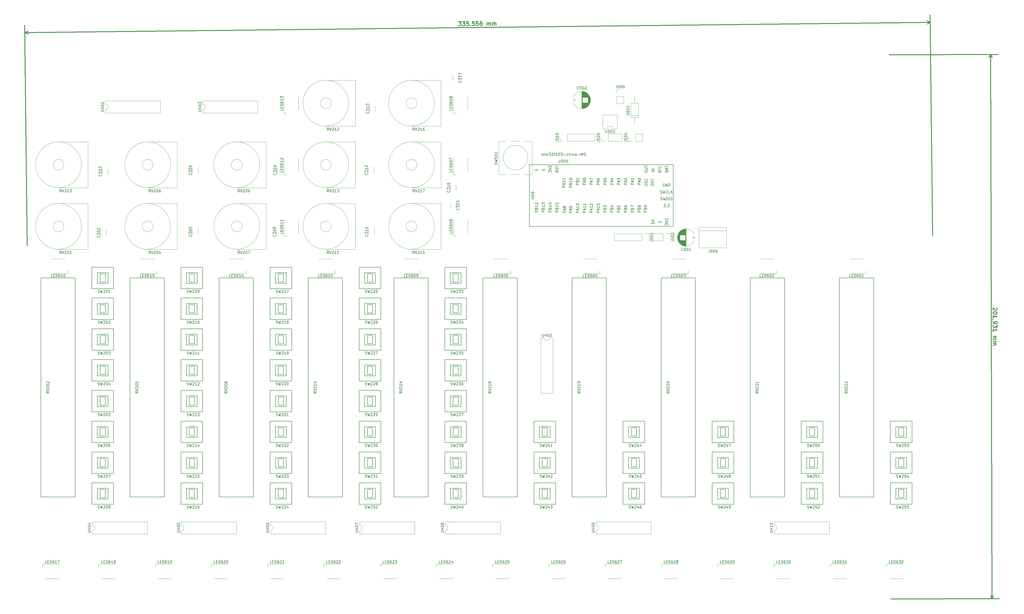
<source format=gbr>
G04 #@! TF.FileFunction,Legend,Top*
%FSLAX46Y46*%
G04 Gerber Fmt 4.6, Leading zero omitted, Abs format (unit mm)*
G04 Created by KiCad (PCBNEW 4.0.7) date 05/05/18 03:18:50*
%MOMM*%
%LPD*%
G01*
G04 APERTURE LIST*
%ADD10C,0.100000*%
%ADD11C,0.300000*%
%ADD12C,0.150000*%
%ADD13C,0.120000*%
G04 APERTURE END LIST*
D10*
D11*
X196674315Y-28128915D02*
X197602827Y-28118372D01*
X197109347Y-28695441D01*
X197323619Y-28693008D01*
X197467278Y-28762810D01*
X197539513Y-28833423D01*
X197612559Y-28975460D01*
X197616614Y-29332579D01*
X197546813Y-29476238D01*
X197476199Y-29548474D01*
X197334162Y-29621519D01*
X196905618Y-29626385D01*
X196761959Y-29556584D01*
X196689725Y-29485971D01*
X198102794Y-28112695D02*
X199031306Y-28102151D01*
X198537826Y-28679221D01*
X198752098Y-28676788D01*
X198895757Y-28746590D01*
X198967992Y-28817202D01*
X199041038Y-28959239D01*
X199045093Y-29316359D01*
X198975292Y-29460018D01*
X198904678Y-29532253D01*
X198762641Y-29605299D01*
X198334097Y-29610165D01*
X198190438Y-29540364D01*
X198118204Y-29469750D01*
X200388361Y-28086742D02*
X199674121Y-28094852D01*
X199610807Y-28809903D01*
X199681420Y-28737669D01*
X199823457Y-28664622D01*
X200180577Y-28660567D01*
X200324236Y-28730370D01*
X200396471Y-28800982D01*
X200469517Y-28943019D01*
X200473572Y-29300139D01*
X200403770Y-29443797D01*
X200333157Y-29516033D01*
X200191120Y-29589078D01*
X199834000Y-29593133D01*
X199690342Y-29523332D01*
X199618106Y-29452719D01*
X201190244Y-29506301D02*
X201191055Y-29577724D01*
X201121254Y-29721384D01*
X201050640Y-29793618D01*
X202531080Y-28062411D02*
X201816840Y-28070522D01*
X201753526Y-28785572D01*
X201824139Y-28713338D01*
X201966176Y-28640292D01*
X202323296Y-28636237D01*
X202466955Y-28706039D01*
X202539190Y-28776651D01*
X202612236Y-28918688D01*
X202616291Y-29275808D01*
X202546489Y-29419467D01*
X202475876Y-29491702D01*
X202333839Y-29564748D01*
X201976719Y-29568803D01*
X201833060Y-29499001D01*
X201760825Y-29428388D01*
X203959559Y-28046191D02*
X203245319Y-28054301D01*
X203182005Y-28769352D01*
X203252618Y-28697118D01*
X203394655Y-28624071D01*
X203751775Y-28620016D01*
X203895434Y-28689818D01*
X203967669Y-28760431D01*
X204040714Y-28902468D01*
X204044770Y-29259588D01*
X203974968Y-29403246D01*
X203904355Y-29475482D01*
X203762318Y-29548527D01*
X203405198Y-29552582D01*
X203261539Y-29482781D01*
X203189304Y-29412168D01*
X205316613Y-28030781D02*
X205030918Y-28034026D01*
X204888881Y-28107072D01*
X204818268Y-28179307D01*
X204677853Y-28395201D01*
X204609673Y-28681708D01*
X204616161Y-29253099D01*
X204689207Y-29395136D01*
X204761442Y-29465750D01*
X204905101Y-29535551D01*
X205190797Y-29532307D01*
X205332834Y-29459261D01*
X205403447Y-29387026D01*
X205473249Y-29243367D01*
X205469193Y-28886247D01*
X205396148Y-28744210D01*
X205323913Y-28673598D01*
X205180254Y-28603796D01*
X204894558Y-28607040D01*
X204752520Y-28680086D01*
X204681908Y-28752321D01*
X204612106Y-28895979D01*
X207262091Y-29508787D02*
X207250737Y-28508852D01*
X207252359Y-28651700D02*
X207322972Y-28579465D01*
X207465009Y-28506419D01*
X207679281Y-28503986D01*
X207822939Y-28573788D01*
X207895986Y-28715825D01*
X207904907Y-29501488D01*
X207895986Y-28715825D02*
X207965788Y-28572166D01*
X208107825Y-28499119D01*
X208322096Y-28496686D01*
X208465756Y-28566489D01*
X208538801Y-28708525D01*
X208547723Y-29494189D01*
X209261963Y-29486079D02*
X209250608Y-28486143D01*
X209252230Y-28628992D02*
X209322843Y-28556756D01*
X209464880Y-28483710D01*
X209679152Y-28481277D01*
X209822810Y-28551079D01*
X209895857Y-28693116D01*
X209904778Y-29478779D01*
X209895857Y-28693116D02*
X209965659Y-28549457D01*
X210107696Y-28476411D01*
X210321967Y-28473978D01*
X210465627Y-28543780D01*
X210538672Y-28685817D01*
X210547594Y-29471480D01*
X371465518Y-28315724D02*
X35931518Y-32125724D01*
X372364000Y-107442000D02*
X371434861Y-25615898D01*
X36830000Y-111252000D02*
X35900861Y-29425898D01*
X35931518Y-32125724D02*
X37051291Y-31526550D01*
X35931518Y-32125724D02*
X37064608Y-32699316D01*
X371465518Y-28315724D02*
X370332428Y-27742132D01*
X371465518Y-28315724D02*
X370345745Y-28914898D01*
X396077359Y-134323135D02*
X396148967Y-134394384D01*
X396220755Y-134537061D01*
X396221654Y-134894203D01*
X396150584Y-135037239D01*
X396079335Y-135108847D01*
X395936658Y-135180635D01*
X395793802Y-135180994D01*
X395579337Y-135110105D01*
X394720041Y-134255121D01*
X394722377Y-135183689D01*
X396224708Y-136108484D02*
X396225068Y-136251340D01*
X396153998Y-136394377D01*
X396082749Y-136465985D01*
X395940073Y-136537773D01*
X395654539Y-136609920D01*
X395297397Y-136610818D01*
X395011504Y-136540109D01*
X394868468Y-136469040D01*
X394796860Y-136397791D01*
X394725073Y-136255114D01*
X394724713Y-136112257D01*
X394795782Y-135969221D01*
X394867031Y-135897613D01*
X395009708Y-135825825D01*
X395295241Y-135753678D01*
X395652383Y-135752779D01*
X395938276Y-135823489D01*
X396081312Y-135894558D01*
X396152920Y-135965807D01*
X396224708Y-136108484D01*
X394729565Y-138040822D02*
X394727409Y-137183682D01*
X394728487Y-137612253D02*
X396228482Y-137608479D01*
X396013837Y-137466162D01*
X395870621Y-137323663D01*
X395798833Y-137180987D01*
X394802790Y-138754925D02*
X394731362Y-138755105D01*
X394588325Y-138684037D01*
X394516717Y-138612788D01*
X394733159Y-139469389D02*
X394733878Y-139755103D01*
X394805665Y-139897780D01*
X394877273Y-139969028D01*
X395091917Y-140111346D01*
X395377811Y-140182055D01*
X395949237Y-140180618D01*
X396091914Y-140108831D01*
X396163163Y-140037222D01*
X396234232Y-139894186D01*
X396233513Y-139608473D01*
X396161725Y-139465795D01*
X396090117Y-139394547D01*
X395947081Y-139323477D01*
X395589939Y-139324376D01*
X395447262Y-139396164D01*
X395376014Y-139467771D01*
X395304944Y-139610809D01*
X395305663Y-139896522D01*
X395377451Y-140039199D01*
X395449059Y-140110448D01*
X395592095Y-140181516D01*
X396236209Y-140679897D02*
X396238545Y-141608465D01*
X395665860Y-141109905D01*
X395666399Y-141324190D01*
X395595330Y-141467226D01*
X395524081Y-141538835D01*
X395381405Y-141610622D01*
X395024263Y-141611520D01*
X394881226Y-141540452D01*
X394809618Y-141469203D01*
X394737831Y-141326526D01*
X394736753Y-140897955D01*
X394807821Y-140754919D01*
X394879070Y-140683312D01*
X394742143Y-143040805D02*
X394739987Y-142183665D01*
X394741065Y-142612236D02*
X396241061Y-142608462D01*
X396026416Y-142466145D01*
X395883200Y-142323647D01*
X395811412Y-142180970D01*
X394746636Y-144826514D02*
X395746633Y-144823998D01*
X395603775Y-144824357D02*
X395675384Y-144895606D01*
X395747172Y-145038283D01*
X395747711Y-145252568D01*
X395676641Y-145395604D01*
X395533965Y-145467392D01*
X394748253Y-145469369D01*
X395533965Y-145467392D02*
X395677001Y-145538462D01*
X395748789Y-145681138D01*
X395749328Y-145895423D01*
X395678259Y-146038460D01*
X395535582Y-146110247D01*
X394749870Y-146112224D01*
X394751667Y-146826507D02*
X395751664Y-146823992D01*
X395608807Y-146824351D02*
X395680415Y-146895599D01*
X395752203Y-147038277D01*
X395752742Y-147252561D01*
X395681673Y-147395598D01*
X395538996Y-147467386D01*
X394753285Y-147469362D01*
X395538996Y-147467386D02*
X395682032Y-147538455D01*
X395753820Y-147681132D01*
X395754360Y-147895416D01*
X395683290Y-148038454D01*
X395540613Y-148110241D01*
X394754902Y-148112217D01*
X393812225Y-40291786D02*
X394320225Y-242221786D01*
X356362000Y-40386000D02*
X396512216Y-40284994D01*
X356870000Y-242316000D02*
X397020216Y-242214994D01*
X394320225Y-242221786D02*
X393730972Y-241096761D01*
X394320225Y-242221786D02*
X394903810Y-241093811D01*
X393812225Y-40291786D02*
X393228640Y-41419761D01*
X393812225Y-40291786D02*
X394401478Y-41416811D01*
D12*
X194580000Y-134620000D02*
X194580000Y-136120000D01*
X194580000Y-136120000D02*
X196580000Y-136120000D01*
X196580000Y-136120000D02*
X196580000Y-133120000D01*
X196580000Y-133120000D02*
X194580000Y-133120000D01*
X194580000Y-133120000D02*
X194580000Y-134620000D01*
X193580000Y-136620000D02*
X193580000Y-132620000D01*
X193580000Y-132620000D02*
X197580000Y-132620000D01*
X197580000Y-132620000D02*
X197580000Y-136620000D01*
X197580000Y-136620000D02*
X193580000Y-136620000D01*
X191580000Y-134620000D02*
X191580000Y-130620000D01*
X191580000Y-130620000D02*
X199580000Y-130620000D01*
X199580000Y-130620000D02*
X199580000Y-138620000D01*
X199580000Y-138620000D02*
X191580000Y-138620000D01*
X191580000Y-138620000D02*
X191580000Y-134620000D01*
X74930000Y-204470000D02*
X74930000Y-123190000D01*
X74930000Y-123190000D02*
X87630000Y-123190000D01*
X87630000Y-123190000D02*
X87630000Y-204470000D01*
X87630000Y-204470000D02*
X74930000Y-204470000D01*
D13*
X65726000Y-58690000D02*
G75*
G02X65726000Y-60690000I0J-1000000D01*
G01*
X65726000Y-60690000D02*
X65726000Y-61940000D01*
X65726000Y-61940000D02*
X86166000Y-61940000D01*
X86166000Y-61940000D02*
X86166000Y-57440000D01*
X86166000Y-57440000D02*
X65726000Y-57440000D01*
X65726000Y-57440000D02*
X65726000Y-58690000D01*
D12*
X41910000Y-204470000D02*
X41910000Y-123190000D01*
X41910000Y-123190000D02*
X54610000Y-123190000D01*
X54610000Y-123190000D02*
X54610000Y-204470000D01*
X54610000Y-204470000D02*
X41910000Y-204470000D01*
X107950000Y-204470000D02*
X107950000Y-123190000D01*
X107950000Y-123190000D02*
X120650000Y-123190000D01*
X120650000Y-123190000D02*
X120650000Y-204470000D01*
X120650000Y-204470000D02*
X107950000Y-204470000D01*
X140970000Y-204470000D02*
X140970000Y-123190000D01*
X140970000Y-123190000D02*
X153670000Y-123190000D01*
X153670000Y-123190000D02*
X153670000Y-204470000D01*
X153670000Y-204470000D02*
X140970000Y-204470000D01*
X172720000Y-204470000D02*
X172720000Y-123190000D01*
X172720000Y-123190000D02*
X185420000Y-123190000D01*
X185420000Y-123190000D02*
X185420000Y-204470000D01*
X185420000Y-204470000D02*
X172720000Y-204470000D01*
X205740000Y-204470000D02*
X205740000Y-123190000D01*
X205740000Y-123190000D02*
X218440000Y-123190000D01*
X218440000Y-123190000D02*
X218440000Y-204470000D01*
X218440000Y-204470000D02*
X205740000Y-204470000D01*
X238760000Y-204470000D02*
X238760000Y-123190000D01*
X238760000Y-123190000D02*
X251460000Y-123190000D01*
X251460000Y-123190000D02*
X251460000Y-204470000D01*
X251460000Y-204470000D02*
X238760000Y-204470000D01*
X271780000Y-204470000D02*
X271780000Y-123190000D01*
X271780000Y-123190000D02*
X284480000Y-123190000D01*
X284480000Y-123190000D02*
X284480000Y-204470000D01*
X284480000Y-204470000D02*
X271780000Y-204470000D01*
X304800000Y-204470000D02*
X304800000Y-123190000D01*
X304800000Y-123190000D02*
X317500000Y-123190000D01*
X317500000Y-123190000D02*
X317500000Y-204470000D01*
X317500000Y-204470000D02*
X304800000Y-204470000D01*
X337820000Y-204470000D02*
X337820000Y-123190000D01*
X337820000Y-123190000D02*
X350520000Y-123190000D01*
X350520000Y-123190000D02*
X350520000Y-204470000D01*
X350520000Y-204470000D02*
X337820000Y-204470000D01*
D13*
X89940000Y-104060000D02*
G75*
G03X89940000Y-104060000I-8510000J0D01*
G01*
X83430000Y-104060000D02*
G75*
G03X83430000Y-104060000I-2000000J0D01*
G01*
X92290000Y-112570000D02*
X81430000Y-112570000D01*
X92290000Y-112570000D02*
X92290000Y-95550000D01*
X92290000Y-95550000D02*
X81430000Y-95550000D01*
X89940000Y-81200000D02*
G75*
G03X89940000Y-81200000I-8510000J0D01*
G01*
X83430000Y-81200000D02*
G75*
G03X83430000Y-81200000I-2000000J0D01*
G01*
X92290000Y-89710000D02*
X81430000Y-89710000D01*
X92290000Y-89710000D02*
X92290000Y-72690000D01*
X92290000Y-72690000D02*
X81430000Y-72690000D01*
X122960000Y-104060000D02*
G75*
G03X122960000Y-104060000I-8510000J0D01*
G01*
X116450000Y-104060000D02*
G75*
G03X116450000Y-104060000I-2000000J0D01*
G01*
X125310000Y-112570000D02*
X114450000Y-112570000D01*
X125310000Y-112570000D02*
X125310000Y-95550000D01*
X125310000Y-95550000D02*
X114450000Y-95550000D01*
X122960000Y-81200000D02*
G75*
G03X122960000Y-81200000I-8510000J0D01*
G01*
X116450000Y-81200000D02*
G75*
G03X116450000Y-81200000I-2000000J0D01*
G01*
X125310000Y-89710000D02*
X114450000Y-89710000D01*
X125310000Y-89710000D02*
X125310000Y-72690000D01*
X125310000Y-72690000D02*
X114450000Y-72690000D01*
X155980000Y-104060000D02*
G75*
G03X155980000Y-104060000I-8510000J0D01*
G01*
X149470000Y-104060000D02*
G75*
G03X149470000Y-104060000I-2000000J0D01*
G01*
X158330000Y-112570000D02*
X147470000Y-112570000D01*
X158330000Y-112570000D02*
X158330000Y-95550000D01*
X158330000Y-95550000D02*
X147470000Y-95550000D01*
X155980000Y-58340000D02*
G75*
G03X155980000Y-58340000I-8510000J0D01*
G01*
X149470000Y-58340000D02*
G75*
G03X149470000Y-58340000I-2000000J0D01*
G01*
X158330000Y-66850000D02*
X147470000Y-66850000D01*
X158330000Y-66850000D02*
X158330000Y-49830000D01*
X158330000Y-49830000D02*
X147470000Y-49830000D01*
X155980000Y-81200000D02*
G75*
G03X155980000Y-81200000I-8510000J0D01*
G01*
X149470000Y-81200000D02*
G75*
G03X149470000Y-81200000I-2000000J0D01*
G01*
X158330000Y-89710000D02*
X147470000Y-89710000D01*
X158330000Y-89710000D02*
X158330000Y-72690000D01*
X158330000Y-72690000D02*
X147470000Y-72690000D01*
X187730000Y-104060000D02*
G75*
G03X187730000Y-104060000I-8510000J0D01*
G01*
X181220000Y-104060000D02*
G75*
G03X181220000Y-104060000I-2000000J0D01*
G01*
X190080000Y-112570000D02*
X179220000Y-112570000D01*
X190080000Y-112570000D02*
X190080000Y-95550000D01*
X190080000Y-95550000D02*
X179220000Y-95550000D01*
X187730000Y-58340000D02*
G75*
G03X187730000Y-58340000I-8510000J0D01*
G01*
X181220000Y-58340000D02*
G75*
G03X181220000Y-58340000I-2000000J0D01*
G01*
X190080000Y-66850000D02*
X179220000Y-66850000D01*
X190080000Y-66850000D02*
X190080000Y-49830000D01*
X190080000Y-49830000D02*
X179220000Y-49830000D01*
X187730000Y-81200000D02*
G75*
G03X187730000Y-81200000I-8510000J0D01*
G01*
X181220000Y-81200000D02*
G75*
G03X181220000Y-81200000I-2000000J0D01*
G01*
X190080000Y-89710000D02*
X179220000Y-89710000D01*
X190080000Y-89710000D02*
X190080000Y-72690000D01*
X190080000Y-72690000D02*
X179220000Y-72690000D01*
X347770000Y-121572000D02*
X341670000Y-121572000D01*
X347770000Y-120472000D02*
X347770000Y-121572000D01*
X341670000Y-116172000D02*
X346670000Y-116172000D01*
X314496000Y-121572000D02*
X308396000Y-121572000D01*
X314496000Y-120472000D02*
X314496000Y-121572000D01*
X308396000Y-116172000D02*
X313396000Y-116172000D01*
X56920000Y-104060000D02*
G75*
G03X56920000Y-104060000I-8510000J0D01*
G01*
X50410000Y-104060000D02*
G75*
G03X50410000Y-104060000I-2000000J0D01*
G01*
X59270000Y-112570000D02*
X48410000Y-112570000D01*
X59270000Y-112570000D02*
X59270000Y-95550000D01*
X59270000Y-95550000D02*
X48410000Y-95550000D01*
X56920000Y-81200000D02*
G75*
G03X56920000Y-81200000I-8510000J0D01*
G01*
X50410000Y-81200000D02*
G75*
G03X50410000Y-81200000I-2000000J0D01*
G01*
X59270000Y-89710000D02*
X48410000Y-89710000D01*
X59270000Y-89710000D02*
X59270000Y-72690000D01*
X59270000Y-72690000D02*
X48410000Y-72690000D01*
D12*
X63770000Y-123190000D02*
X63770000Y-124690000D01*
X63770000Y-124690000D02*
X65770000Y-124690000D01*
X65770000Y-124690000D02*
X65770000Y-121690000D01*
X65770000Y-121690000D02*
X63770000Y-121690000D01*
X63770000Y-121690000D02*
X63770000Y-123190000D01*
X62770000Y-125190000D02*
X62770000Y-121190000D01*
X62770000Y-121190000D02*
X66770000Y-121190000D01*
X66770000Y-121190000D02*
X66770000Y-125190000D01*
X66770000Y-125190000D02*
X62770000Y-125190000D01*
X60770000Y-123190000D02*
X60770000Y-119190000D01*
X60770000Y-119190000D02*
X68770000Y-119190000D01*
X68770000Y-119190000D02*
X68770000Y-127190000D01*
X68770000Y-127190000D02*
X60770000Y-127190000D01*
X60770000Y-127190000D02*
X60770000Y-123190000D01*
X63770000Y-134620000D02*
X63770000Y-136120000D01*
X63770000Y-136120000D02*
X65770000Y-136120000D01*
X65770000Y-136120000D02*
X65770000Y-133120000D01*
X65770000Y-133120000D02*
X63770000Y-133120000D01*
X63770000Y-133120000D02*
X63770000Y-134620000D01*
X62770000Y-136620000D02*
X62770000Y-132620000D01*
X62770000Y-132620000D02*
X66770000Y-132620000D01*
X66770000Y-132620000D02*
X66770000Y-136620000D01*
X66770000Y-136620000D02*
X62770000Y-136620000D01*
X60770000Y-134620000D02*
X60770000Y-130620000D01*
X60770000Y-130620000D02*
X68770000Y-130620000D01*
X68770000Y-130620000D02*
X68770000Y-138620000D01*
X68770000Y-138620000D02*
X60770000Y-138620000D01*
X60770000Y-138620000D02*
X60770000Y-134620000D01*
X63770000Y-146050000D02*
X63770000Y-147550000D01*
X63770000Y-147550000D02*
X65770000Y-147550000D01*
X65770000Y-147550000D02*
X65770000Y-144550000D01*
X65770000Y-144550000D02*
X63770000Y-144550000D01*
X63770000Y-144550000D02*
X63770000Y-146050000D01*
X62770000Y-148050000D02*
X62770000Y-144050000D01*
X62770000Y-144050000D02*
X66770000Y-144050000D01*
X66770000Y-144050000D02*
X66770000Y-148050000D01*
X66770000Y-148050000D02*
X62770000Y-148050000D01*
X60770000Y-146050000D02*
X60770000Y-142050000D01*
X60770000Y-142050000D02*
X68770000Y-142050000D01*
X68770000Y-142050000D02*
X68770000Y-150050000D01*
X68770000Y-150050000D02*
X60770000Y-150050000D01*
X60770000Y-150050000D02*
X60770000Y-146050000D01*
X63770000Y-157480000D02*
X63770000Y-158980000D01*
X63770000Y-158980000D02*
X65770000Y-158980000D01*
X65770000Y-158980000D02*
X65770000Y-155980000D01*
X65770000Y-155980000D02*
X63770000Y-155980000D01*
X63770000Y-155980000D02*
X63770000Y-157480000D01*
X62770000Y-159480000D02*
X62770000Y-155480000D01*
X62770000Y-155480000D02*
X66770000Y-155480000D01*
X66770000Y-155480000D02*
X66770000Y-159480000D01*
X66770000Y-159480000D02*
X62770000Y-159480000D01*
X60770000Y-157480000D02*
X60770000Y-153480000D01*
X60770000Y-153480000D02*
X68770000Y-153480000D01*
X68770000Y-153480000D02*
X68770000Y-161480000D01*
X68770000Y-161480000D02*
X60770000Y-161480000D01*
X60770000Y-161480000D02*
X60770000Y-157480000D01*
X63770000Y-168910000D02*
X63770000Y-170410000D01*
X63770000Y-170410000D02*
X65770000Y-170410000D01*
X65770000Y-170410000D02*
X65770000Y-167410000D01*
X65770000Y-167410000D02*
X63770000Y-167410000D01*
X63770000Y-167410000D02*
X63770000Y-168910000D01*
X62770000Y-170910000D02*
X62770000Y-166910000D01*
X62770000Y-166910000D02*
X66770000Y-166910000D01*
X66770000Y-166910000D02*
X66770000Y-170910000D01*
X66770000Y-170910000D02*
X62770000Y-170910000D01*
X60770000Y-168910000D02*
X60770000Y-164910000D01*
X60770000Y-164910000D02*
X68770000Y-164910000D01*
X68770000Y-164910000D02*
X68770000Y-172910000D01*
X68770000Y-172910000D02*
X60770000Y-172910000D01*
X60770000Y-172910000D02*
X60770000Y-168910000D01*
X63770000Y-180340000D02*
X63770000Y-181840000D01*
X63770000Y-181840000D02*
X65770000Y-181840000D01*
X65770000Y-181840000D02*
X65770000Y-178840000D01*
X65770000Y-178840000D02*
X63770000Y-178840000D01*
X63770000Y-178840000D02*
X63770000Y-180340000D01*
X62770000Y-182340000D02*
X62770000Y-178340000D01*
X62770000Y-178340000D02*
X66770000Y-178340000D01*
X66770000Y-178340000D02*
X66770000Y-182340000D01*
X66770000Y-182340000D02*
X62770000Y-182340000D01*
X60770000Y-180340000D02*
X60770000Y-176340000D01*
X60770000Y-176340000D02*
X68770000Y-176340000D01*
X68770000Y-176340000D02*
X68770000Y-184340000D01*
X68770000Y-184340000D02*
X60770000Y-184340000D01*
X60770000Y-184340000D02*
X60770000Y-180340000D01*
X63770000Y-191770000D02*
X63770000Y-193270000D01*
X63770000Y-193270000D02*
X65770000Y-193270000D01*
X65770000Y-193270000D02*
X65770000Y-190270000D01*
X65770000Y-190270000D02*
X63770000Y-190270000D01*
X63770000Y-190270000D02*
X63770000Y-191770000D01*
X62770000Y-193770000D02*
X62770000Y-189770000D01*
X62770000Y-189770000D02*
X66770000Y-189770000D01*
X66770000Y-189770000D02*
X66770000Y-193770000D01*
X66770000Y-193770000D02*
X62770000Y-193770000D01*
X60770000Y-191770000D02*
X60770000Y-187770000D01*
X60770000Y-187770000D02*
X68770000Y-187770000D01*
X68770000Y-187770000D02*
X68770000Y-195770000D01*
X68770000Y-195770000D02*
X60770000Y-195770000D01*
X60770000Y-195770000D02*
X60770000Y-191770000D01*
X63770000Y-203200000D02*
X63770000Y-204700000D01*
X63770000Y-204700000D02*
X65770000Y-204700000D01*
X65770000Y-204700000D02*
X65770000Y-201700000D01*
X65770000Y-201700000D02*
X63770000Y-201700000D01*
X63770000Y-201700000D02*
X63770000Y-203200000D01*
X62770000Y-205200000D02*
X62770000Y-201200000D01*
X62770000Y-201200000D02*
X66770000Y-201200000D01*
X66770000Y-201200000D02*
X66770000Y-205200000D01*
X66770000Y-205200000D02*
X62770000Y-205200000D01*
X60770000Y-203200000D02*
X60770000Y-199200000D01*
X60770000Y-199200000D02*
X68770000Y-199200000D01*
X68770000Y-199200000D02*
X68770000Y-207200000D01*
X68770000Y-207200000D02*
X60770000Y-207200000D01*
X60770000Y-207200000D02*
X60770000Y-203200000D01*
X96790000Y-123190000D02*
X96790000Y-124690000D01*
X96790000Y-124690000D02*
X98790000Y-124690000D01*
X98790000Y-124690000D02*
X98790000Y-121690000D01*
X98790000Y-121690000D02*
X96790000Y-121690000D01*
X96790000Y-121690000D02*
X96790000Y-123190000D01*
X95790000Y-125190000D02*
X95790000Y-121190000D01*
X95790000Y-121190000D02*
X99790000Y-121190000D01*
X99790000Y-121190000D02*
X99790000Y-125190000D01*
X99790000Y-125190000D02*
X95790000Y-125190000D01*
X93790000Y-123190000D02*
X93790000Y-119190000D01*
X93790000Y-119190000D02*
X101790000Y-119190000D01*
X101790000Y-119190000D02*
X101790000Y-127190000D01*
X101790000Y-127190000D02*
X93790000Y-127190000D01*
X93790000Y-127190000D02*
X93790000Y-123190000D01*
X96790000Y-134620000D02*
X96790000Y-136120000D01*
X96790000Y-136120000D02*
X98790000Y-136120000D01*
X98790000Y-136120000D02*
X98790000Y-133120000D01*
X98790000Y-133120000D02*
X96790000Y-133120000D01*
X96790000Y-133120000D02*
X96790000Y-134620000D01*
X95790000Y-136620000D02*
X95790000Y-132620000D01*
X95790000Y-132620000D02*
X99790000Y-132620000D01*
X99790000Y-132620000D02*
X99790000Y-136620000D01*
X99790000Y-136620000D02*
X95790000Y-136620000D01*
X93790000Y-134620000D02*
X93790000Y-130620000D01*
X93790000Y-130620000D02*
X101790000Y-130620000D01*
X101790000Y-130620000D02*
X101790000Y-138620000D01*
X101790000Y-138620000D02*
X93790000Y-138620000D01*
X93790000Y-138620000D02*
X93790000Y-134620000D01*
X96790000Y-146050000D02*
X96790000Y-147550000D01*
X96790000Y-147550000D02*
X98790000Y-147550000D01*
X98790000Y-147550000D02*
X98790000Y-144550000D01*
X98790000Y-144550000D02*
X96790000Y-144550000D01*
X96790000Y-144550000D02*
X96790000Y-146050000D01*
X95790000Y-148050000D02*
X95790000Y-144050000D01*
X95790000Y-144050000D02*
X99790000Y-144050000D01*
X99790000Y-144050000D02*
X99790000Y-148050000D01*
X99790000Y-148050000D02*
X95790000Y-148050000D01*
X93790000Y-146050000D02*
X93790000Y-142050000D01*
X93790000Y-142050000D02*
X101790000Y-142050000D01*
X101790000Y-142050000D02*
X101790000Y-150050000D01*
X101790000Y-150050000D02*
X93790000Y-150050000D01*
X93790000Y-150050000D02*
X93790000Y-146050000D01*
X96790000Y-157480000D02*
X96790000Y-158980000D01*
X96790000Y-158980000D02*
X98790000Y-158980000D01*
X98790000Y-158980000D02*
X98790000Y-155980000D01*
X98790000Y-155980000D02*
X96790000Y-155980000D01*
X96790000Y-155980000D02*
X96790000Y-157480000D01*
X95790000Y-159480000D02*
X95790000Y-155480000D01*
X95790000Y-155480000D02*
X99790000Y-155480000D01*
X99790000Y-155480000D02*
X99790000Y-159480000D01*
X99790000Y-159480000D02*
X95790000Y-159480000D01*
X93790000Y-157480000D02*
X93790000Y-153480000D01*
X93790000Y-153480000D02*
X101790000Y-153480000D01*
X101790000Y-153480000D02*
X101790000Y-161480000D01*
X101790000Y-161480000D02*
X93790000Y-161480000D01*
X93790000Y-161480000D02*
X93790000Y-157480000D01*
X96790000Y-168910000D02*
X96790000Y-170410000D01*
X96790000Y-170410000D02*
X98790000Y-170410000D01*
X98790000Y-170410000D02*
X98790000Y-167410000D01*
X98790000Y-167410000D02*
X96790000Y-167410000D01*
X96790000Y-167410000D02*
X96790000Y-168910000D01*
X95790000Y-170910000D02*
X95790000Y-166910000D01*
X95790000Y-166910000D02*
X99790000Y-166910000D01*
X99790000Y-166910000D02*
X99790000Y-170910000D01*
X99790000Y-170910000D02*
X95790000Y-170910000D01*
X93790000Y-168910000D02*
X93790000Y-164910000D01*
X93790000Y-164910000D02*
X101790000Y-164910000D01*
X101790000Y-164910000D02*
X101790000Y-172910000D01*
X101790000Y-172910000D02*
X93790000Y-172910000D01*
X93790000Y-172910000D02*
X93790000Y-168910000D01*
X96790000Y-180340000D02*
X96790000Y-181840000D01*
X96790000Y-181840000D02*
X98790000Y-181840000D01*
X98790000Y-181840000D02*
X98790000Y-178840000D01*
X98790000Y-178840000D02*
X96790000Y-178840000D01*
X96790000Y-178840000D02*
X96790000Y-180340000D01*
X95790000Y-182340000D02*
X95790000Y-178340000D01*
X95790000Y-178340000D02*
X99790000Y-178340000D01*
X99790000Y-178340000D02*
X99790000Y-182340000D01*
X99790000Y-182340000D02*
X95790000Y-182340000D01*
X93790000Y-180340000D02*
X93790000Y-176340000D01*
X93790000Y-176340000D02*
X101790000Y-176340000D01*
X101790000Y-176340000D02*
X101790000Y-184340000D01*
X101790000Y-184340000D02*
X93790000Y-184340000D01*
X93790000Y-184340000D02*
X93790000Y-180340000D01*
X96790000Y-191770000D02*
X96790000Y-193270000D01*
X96790000Y-193270000D02*
X98790000Y-193270000D01*
X98790000Y-193270000D02*
X98790000Y-190270000D01*
X98790000Y-190270000D02*
X96790000Y-190270000D01*
X96790000Y-190270000D02*
X96790000Y-191770000D01*
X95790000Y-193770000D02*
X95790000Y-189770000D01*
X95790000Y-189770000D02*
X99790000Y-189770000D01*
X99790000Y-189770000D02*
X99790000Y-193770000D01*
X99790000Y-193770000D02*
X95790000Y-193770000D01*
X93790000Y-191770000D02*
X93790000Y-187770000D01*
X93790000Y-187770000D02*
X101790000Y-187770000D01*
X101790000Y-187770000D02*
X101790000Y-195770000D01*
X101790000Y-195770000D02*
X93790000Y-195770000D01*
X93790000Y-195770000D02*
X93790000Y-191770000D01*
X96790000Y-203200000D02*
X96790000Y-204700000D01*
X96790000Y-204700000D02*
X98790000Y-204700000D01*
X98790000Y-204700000D02*
X98790000Y-201700000D01*
X98790000Y-201700000D02*
X96790000Y-201700000D01*
X96790000Y-201700000D02*
X96790000Y-203200000D01*
X95790000Y-205200000D02*
X95790000Y-201200000D01*
X95790000Y-201200000D02*
X99790000Y-201200000D01*
X99790000Y-201200000D02*
X99790000Y-205200000D01*
X99790000Y-205200000D02*
X95790000Y-205200000D01*
X93790000Y-203200000D02*
X93790000Y-199200000D01*
X93790000Y-199200000D02*
X101790000Y-199200000D01*
X101790000Y-199200000D02*
X101790000Y-207200000D01*
X101790000Y-207200000D02*
X93790000Y-207200000D01*
X93790000Y-207200000D02*
X93790000Y-203200000D01*
X129810000Y-123190000D02*
X129810000Y-124690000D01*
X129810000Y-124690000D02*
X131810000Y-124690000D01*
X131810000Y-124690000D02*
X131810000Y-121690000D01*
X131810000Y-121690000D02*
X129810000Y-121690000D01*
X129810000Y-121690000D02*
X129810000Y-123190000D01*
X128810000Y-125190000D02*
X128810000Y-121190000D01*
X128810000Y-121190000D02*
X132810000Y-121190000D01*
X132810000Y-121190000D02*
X132810000Y-125190000D01*
X132810000Y-125190000D02*
X128810000Y-125190000D01*
X126810000Y-123190000D02*
X126810000Y-119190000D01*
X126810000Y-119190000D02*
X134810000Y-119190000D01*
X134810000Y-119190000D02*
X134810000Y-127190000D01*
X134810000Y-127190000D02*
X126810000Y-127190000D01*
X126810000Y-127190000D02*
X126810000Y-123190000D01*
X129810000Y-134620000D02*
X129810000Y-136120000D01*
X129810000Y-136120000D02*
X131810000Y-136120000D01*
X131810000Y-136120000D02*
X131810000Y-133120000D01*
X131810000Y-133120000D02*
X129810000Y-133120000D01*
X129810000Y-133120000D02*
X129810000Y-134620000D01*
X128810000Y-136620000D02*
X128810000Y-132620000D01*
X128810000Y-132620000D02*
X132810000Y-132620000D01*
X132810000Y-132620000D02*
X132810000Y-136620000D01*
X132810000Y-136620000D02*
X128810000Y-136620000D01*
X126810000Y-134620000D02*
X126810000Y-130620000D01*
X126810000Y-130620000D02*
X134810000Y-130620000D01*
X134810000Y-130620000D02*
X134810000Y-138620000D01*
X134810000Y-138620000D02*
X126810000Y-138620000D01*
X126810000Y-138620000D02*
X126810000Y-134620000D01*
X129810000Y-146050000D02*
X129810000Y-147550000D01*
X129810000Y-147550000D02*
X131810000Y-147550000D01*
X131810000Y-147550000D02*
X131810000Y-144550000D01*
X131810000Y-144550000D02*
X129810000Y-144550000D01*
X129810000Y-144550000D02*
X129810000Y-146050000D01*
X128810000Y-148050000D02*
X128810000Y-144050000D01*
X128810000Y-144050000D02*
X132810000Y-144050000D01*
X132810000Y-144050000D02*
X132810000Y-148050000D01*
X132810000Y-148050000D02*
X128810000Y-148050000D01*
X126810000Y-146050000D02*
X126810000Y-142050000D01*
X126810000Y-142050000D02*
X134810000Y-142050000D01*
X134810000Y-142050000D02*
X134810000Y-150050000D01*
X134810000Y-150050000D02*
X126810000Y-150050000D01*
X126810000Y-150050000D02*
X126810000Y-146050000D01*
X129810000Y-157480000D02*
X129810000Y-158980000D01*
X129810000Y-158980000D02*
X131810000Y-158980000D01*
X131810000Y-158980000D02*
X131810000Y-155980000D01*
X131810000Y-155980000D02*
X129810000Y-155980000D01*
X129810000Y-155980000D02*
X129810000Y-157480000D01*
X128810000Y-159480000D02*
X128810000Y-155480000D01*
X128810000Y-155480000D02*
X132810000Y-155480000D01*
X132810000Y-155480000D02*
X132810000Y-159480000D01*
X132810000Y-159480000D02*
X128810000Y-159480000D01*
X126810000Y-157480000D02*
X126810000Y-153480000D01*
X126810000Y-153480000D02*
X134810000Y-153480000D01*
X134810000Y-153480000D02*
X134810000Y-161480000D01*
X134810000Y-161480000D02*
X126810000Y-161480000D01*
X126810000Y-161480000D02*
X126810000Y-157480000D01*
X129810000Y-168910000D02*
X129810000Y-170410000D01*
X129810000Y-170410000D02*
X131810000Y-170410000D01*
X131810000Y-170410000D02*
X131810000Y-167410000D01*
X131810000Y-167410000D02*
X129810000Y-167410000D01*
X129810000Y-167410000D02*
X129810000Y-168910000D01*
X128810000Y-170910000D02*
X128810000Y-166910000D01*
X128810000Y-166910000D02*
X132810000Y-166910000D01*
X132810000Y-166910000D02*
X132810000Y-170910000D01*
X132810000Y-170910000D02*
X128810000Y-170910000D01*
X126810000Y-168910000D02*
X126810000Y-164910000D01*
X126810000Y-164910000D02*
X134810000Y-164910000D01*
X134810000Y-164910000D02*
X134810000Y-172910000D01*
X134810000Y-172910000D02*
X126810000Y-172910000D01*
X126810000Y-172910000D02*
X126810000Y-168910000D01*
X129810000Y-180340000D02*
X129810000Y-181840000D01*
X129810000Y-181840000D02*
X131810000Y-181840000D01*
X131810000Y-181840000D02*
X131810000Y-178840000D01*
X131810000Y-178840000D02*
X129810000Y-178840000D01*
X129810000Y-178840000D02*
X129810000Y-180340000D01*
X128810000Y-182340000D02*
X128810000Y-178340000D01*
X128810000Y-178340000D02*
X132810000Y-178340000D01*
X132810000Y-178340000D02*
X132810000Y-182340000D01*
X132810000Y-182340000D02*
X128810000Y-182340000D01*
X126810000Y-180340000D02*
X126810000Y-176340000D01*
X126810000Y-176340000D02*
X134810000Y-176340000D01*
X134810000Y-176340000D02*
X134810000Y-184340000D01*
X134810000Y-184340000D02*
X126810000Y-184340000D01*
X126810000Y-184340000D02*
X126810000Y-180340000D01*
X129810000Y-191770000D02*
X129810000Y-193270000D01*
X129810000Y-193270000D02*
X131810000Y-193270000D01*
X131810000Y-193270000D02*
X131810000Y-190270000D01*
X131810000Y-190270000D02*
X129810000Y-190270000D01*
X129810000Y-190270000D02*
X129810000Y-191770000D01*
X128810000Y-193770000D02*
X128810000Y-189770000D01*
X128810000Y-189770000D02*
X132810000Y-189770000D01*
X132810000Y-189770000D02*
X132810000Y-193770000D01*
X132810000Y-193770000D02*
X128810000Y-193770000D01*
X126810000Y-191770000D02*
X126810000Y-187770000D01*
X126810000Y-187770000D02*
X134810000Y-187770000D01*
X134810000Y-187770000D02*
X134810000Y-195770000D01*
X134810000Y-195770000D02*
X126810000Y-195770000D01*
X126810000Y-195770000D02*
X126810000Y-191770000D01*
X129810000Y-203200000D02*
X129810000Y-204700000D01*
X129810000Y-204700000D02*
X131810000Y-204700000D01*
X131810000Y-204700000D02*
X131810000Y-201700000D01*
X131810000Y-201700000D02*
X129810000Y-201700000D01*
X129810000Y-201700000D02*
X129810000Y-203200000D01*
X128810000Y-205200000D02*
X128810000Y-201200000D01*
X128810000Y-201200000D02*
X132810000Y-201200000D01*
X132810000Y-201200000D02*
X132810000Y-205200000D01*
X132810000Y-205200000D02*
X128810000Y-205200000D01*
X126810000Y-203200000D02*
X126810000Y-199200000D01*
X126810000Y-199200000D02*
X134810000Y-199200000D01*
X134810000Y-199200000D02*
X134810000Y-207200000D01*
X134810000Y-207200000D02*
X126810000Y-207200000D01*
X126810000Y-207200000D02*
X126810000Y-203200000D01*
X162830000Y-123190000D02*
X162830000Y-124690000D01*
X162830000Y-124690000D02*
X164830000Y-124690000D01*
X164830000Y-124690000D02*
X164830000Y-121690000D01*
X164830000Y-121690000D02*
X162830000Y-121690000D01*
X162830000Y-121690000D02*
X162830000Y-123190000D01*
X161830000Y-125190000D02*
X161830000Y-121190000D01*
X161830000Y-121190000D02*
X165830000Y-121190000D01*
X165830000Y-121190000D02*
X165830000Y-125190000D01*
X165830000Y-125190000D02*
X161830000Y-125190000D01*
X159830000Y-123190000D02*
X159830000Y-119190000D01*
X159830000Y-119190000D02*
X167830000Y-119190000D01*
X167830000Y-119190000D02*
X167830000Y-127190000D01*
X167830000Y-127190000D02*
X159830000Y-127190000D01*
X159830000Y-127190000D02*
X159830000Y-123190000D01*
X162830000Y-134620000D02*
X162830000Y-136120000D01*
X162830000Y-136120000D02*
X164830000Y-136120000D01*
X164830000Y-136120000D02*
X164830000Y-133120000D01*
X164830000Y-133120000D02*
X162830000Y-133120000D01*
X162830000Y-133120000D02*
X162830000Y-134620000D01*
X161830000Y-136620000D02*
X161830000Y-132620000D01*
X161830000Y-132620000D02*
X165830000Y-132620000D01*
X165830000Y-132620000D02*
X165830000Y-136620000D01*
X165830000Y-136620000D02*
X161830000Y-136620000D01*
X159830000Y-134620000D02*
X159830000Y-130620000D01*
X159830000Y-130620000D02*
X167830000Y-130620000D01*
X167830000Y-130620000D02*
X167830000Y-138620000D01*
X167830000Y-138620000D02*
X159830000Y-138620000D01*
X159830000Y-138620000D02*
X159830000Y-134620000D01*
X162830000Y-146050000D02*
X162830000Y-147550000D01*
X162830000Y-147550000D02*
X164830000Y-147550000D01*
X164830000Y-147550000D02*
X164830000Y-144550000D01*
X164830000Y-144550000D02*
X162830000Y-144550000D01*
X162830000Y-144550000D02*
X162830000Y-146050000D01*
X161830000Y-148050000D02*
X161830000Y-144050000D01*
X161830000Y-144050000D02*
X165830000Y-144050000D01*
X165830000Y-144050000D02*
X165830000Y-148050000D01*
X165830000Y-148050000D02*
X161830000Y-148050000D01*
X159830000Y-146050000D02*
X159830000Y-142050000D01*
X159830000Y-142050000D02*
X167830000Y-142050000D01*
X167830000Y-142050000D02*
X167830000Y-150050000D01*
X167830000Y-150050000D02*
X159830000Y-150050000D01*
X159830000Y-150050000D02*
X159830000Y-146050000D01*
X162830000Y-157480000D02*
X162830000Y-158980000D01*
X162830000Y-158980000D02*
X164830000Y-158980000D01*
X164830000Y-158980000D02*
X164830000Y-155980000D01*
X164830000Y-155980000D02*
X162830000Y-155980000D01*
X162830000Y-155980000D02*
X162830000Y-157480000D01*
X161830000Y-159480000D02*
X161830000Y-155480000D01*
X161830000Y-155480000D02*
X165830000Y-155480000D01*
X165830000Y-155480000D02*
X165830000Y-159480000D01*
X165830000Y-159480000D02*
X161830000Y-159480000D01*
X159830000Y-157480000D02*
X159830000Y-153480000D01*
X159830000Y-153480000D02*
X167830000Y-153480000D01*
X167830000Y-153480000D02*
X167830000Y-161480000D01*
X167830000Y-161480000D02*
X159830000Y-161480000D01*
X159830000Y-161480000D02*
X159830000Y-157480000D01*
X162830000Y-168910000D02*
X162830000Y-170410000D01*
X162830000Y-170410000D02*
X164830000Y-170410000D01*
X164830000Y-170410000D02*
X164830000Y-167410000D01*
X164830000Y-167410000D02*
X162830000Y-167410000D01*
X162830000Y-167410000D02*
X162830000Y-168910000D01*
X161830000Y-170910000D02*
X161830000Y-166910000D01*
X161830000Y-166910000D02*
X165830000Y-166910000D01*
X165830000Y-166910000D02*
X165830000Y-170910000D01*
X165830000Y-170910000D02*
X161830000Y-170910000D01*
X159830000Y-168910000D02*
X159830000Y-164910000D01*
X159830000Y-164910000D02*
X167830000Y-164910000D01*
X167830000Y-164910000D02*
X167830000Y-172910000D01*
X167830000Y-172910000D02*
X159830000Y-172910000D01*
X159830000Y-172910000D02*
X159830000Y-168910000D01*
X162830000Y-180340000D02*
X162830000Y-181840000D01*
X162830000Y-181840000D02*
X164830000Y-181840000D01*
X164830000Y-181840000D02*
X164830000Y-178840000D01*
X164830000Y-178840000D02*
X162830000Y-178840000D01*
X162830000Y-178840000D02*
X162830000Y-180340000D01*
X161830000Y-182340000D02*
X161830000Y-178340000D01*
X161830000Y-178340000D02*
X165830000Y-178340000D01*
X165830000Y-178340000D02*
X165830000Y-182340000D01*
X165830000Y-182340000D02*
X161830000Y-182340000D01*
X159830000Y-180340000D02*
X159830000Y-176340000D01*
X159830000Y-176340000D02*
X167830000Y-176340000D01*
X167830000Y-176340000D02*
X167830000Y-184340000D01*
X167830000Y-184340000D02*
X159830000Y-184340000D01*
X159830000Y-184340000D02*
X159830000Y-180340000D01*
X162830000Y-191770000D02*
X162830000Y-193270000D01*
X162830000Y-193270000D02*
X164830000Y-193270000D01*
X164830000Y-193270000D02*
X164830000Y-190270000D01*
X164830000Y-190270000D02*
X162830000Y-190270000D01*
X162830000Y-190270000D02*
X162830000Y-191770000D01*
X161830000Y-193770000D02*
X161830000Y-189770000D01*
X161830000Y-189770000D02*
X165830000Y-189770000D01*
X165830000Y-189770000D02*
X165830000Y-193770000D01*
X165830000Y-193770000D02*
X161830000Y-193770000D01*
X159830000Y-191770000D02*
X159830000Y-187770000D01*
X159830000Y-187770000D02*
X167830000Y-187770000D01*
X167830000Y-187770000D02*
X167830000Y-195770000D01*
X167830000Y-195770000D02*
X159830000Y-195770000D01*
X159830000Y-195770000D02*
X159830000Y-191770000D01*
X162830000Y-203200000D02*
X162830000Y-204700000D01*
X162830000Y-204700000D02*
X164830000Y-204700000D01*
X164830000Y-204700000D02*
X164830000Y-201700000D01*
X164830000Y-201700000D02*
X162830000Y-201700000D01*
X162830000Y-201700000D02*
X162830000Y-203200000D01*
X161830000Y-205200000D02*
X161830000Y-201200000D01*
X161830000Y-201200000D02*
X165830000Y-201200000D01*
X165830000Y-201200000D02*
X165830000Y-205200000D01*
X165830000Y-205200000D02*
X161830000Y-205200000D01*
X159830000Y-203200000D02*
X159830000Y-199200000D01*
X159830000Y-199200000D02*
X167830000Y-199200000D01*
X167830000Y-199200000D02*
X167830000Y-207200000D01*
X167830000Y-207200000D02*
X159830000Y-207200000D01*
X159830000Y-207200000D02*
X159830000Y-203200000D01*
X194580000Y-123190000D02*
X194580000Y-124690000D01*
X194580000Y-124690000D02*
X196580000Y-124690000D01*
X196580000Y-124690000D02*
X196580000Y-121690000D01*
X196580000Y-121690000D02*
X194580000Y-121690000D01*
X194580000Y-121690000D02*
X194580000Y-123190000D01*
X193580000Y-125190000D02*
X193580000Y-121190000D01*
X193580000Y-121190000D02*
X197580000Y-121190000D01*
X197580000Y-121190000D02*
X197580000Y-125190000D01*
X197580000Y-125190000D02*
X193580000Y-125190000D01*
X191580000Y-123190000D02*
X191580000Y-119190000D01*
X191580000Y-119190000D02*
X199580000Y-119190000D01*
X199580000Y-119190000D02*
X199580000Y-127190000D01*
X199580000Y-127190000D02*
X191580000Y-127190000D01*
X191580000Y-127190000D02*
X191580000Y-123190000D01*
X194580000Y-146050000D02*
X194580000Y-147550000D01*
X194580000Y-147550000D02*
X196580000Y-147550000D01*
X196580000Y-147550000D02*
X196580000Y-144550000D01*
X196580000Y-144550000D02*
X194580000Y-144550000D01*
X194580000Y-144550000D02*
X194580000Y-146050000D01*
X193580000Y-148050000D02*
X193580000Y-144050000D01*
X193580000Y-144050000D02*
X197580000Y-144050000D01*
X197580000Y-144050000D02*
X197580000Y-148050000D01*
X197580000Y-148050000D02*
X193580000Y-148050000D01*
X191580000Y-146050000D02*
X191580000Y-142050000D01*
X191580000Y-142050000D02*
X199580000Y-142050000D01*
X199580000Y-142050000D02*
X199580000Y-150050000D01*
X199580000Y-150050000D02*
X191580000Y-150050000D01*
X191580000Y-150050000D02*
X191580000Y-146050000D01*
X194580000Y-157480000D02*
X194580000Y-158980000D01*
X194580000Y-158980000D02*
X196580000Y-158980000D01*
X196580000Y-158980000D02*
X196580000Y-155980000D01*
X196580000Y-155980000D02*
X194580000Y-155980000D01*
X194580000Y-155980000D02*
X194580000Y-157480000D01*
X193580000Y-159480000D02*
X193580000Y-155480000D01*
X193580000Y-155480000D02*
X197580000Y-155480000D01*
X197580000Y-155480000D02*
X197580000Y-159480000D01*
X197580000Y-159480000D02*
X193580000Y-159480000D01*
X191580000Y-157480000D02*
X191580000Y-153480000D01*
X191580000Y-153480000D02*
X199580000Y-153480000D01*
X199580000Y-153480000D02*
X199580000Y-161480000D01*
X199580000Y-161480000D02*
X191580000Y-161480000D01*
X191580000Y-161480000D02*
X191580000Y-157480000D01*
X194580000Y-168910000D02*
X194580000Y-170410000D01*
X194580000Y-170410000D02*
X196580000Y-170410000D01*
X196580000Y-170410000D02*
X196580000Y-167410000D01*
X196580000Y-167410000D02*
X194580000Y-167410000D01*
X194580000Y-167410000D02*
X194580000Y-168910000D01*
X193580000Y-170910000D02*
X193580000Y-166910000D01*
X193580000Y-166910000D02*
X197580000Y-166910000D01*
X197580000Y-166910000D02*
X197580000Y-170910000D01*
X197580000Y-170910000D02*
X193580000Y-170910000D01*
X191580000Y-168910000D02*
X191580000Y-164910000D01*
X191580000Y-164910000D02*
X199580000Y-164910000D01*
X199580000Y-164910000D02*
X199580000Y-172910000D01*
X199580000Y-172910000D02*
X191580000Y-172910000D01*
X191580000Y-172910000D02*
X191580000Y-168910000D01*
X194580000Y-180340000D02*
X194580000Y-181840000D01*
X194580000Y-181840000D02*
X196580000Y-181840000D01*
X196580000Y-181840000D02*
X196580000Y-178840000D01*
X196580000Y-178840000D02*
X194580000Y-178840000D01*
X194580000Y-178840000D02*
X194580000Y-180340000D01*
X193580000Y-182340000D02*
X193580000Y-178340000D01*
X193580000Y-178340000D02*
X197580000Y-178340000D01*
X197580000Y-178340000D02*
X197580000Y-182340000D01*
X197580000Y-182340000D02*
X193580000Y-182340000D01*
X191580000Y-180340000D02*
X191580000Y-176340000D01*
X191580000Y-176340000D02*
X199580000Y-176340000D01*
X199580000Y-176340000D02*
X199580000Y-184340000D01*
X199580000Y-184340000D02*
X191580000Y-184340000D01*
X191580000Y-184340000D02*
X191580000Y-180340000D01*
X194580000Y-191770000D02*
X194580000Y-193270000D01*
X194580000Y-193270000D02*
X196580000Y-193270000D01*
X196580000Y-193270000D02*
X196580000Y-190270000D01*
X196580000Y-190270000D02*
X194580000Y-190270000D01*
X194580000Y-190270000D02*
X194580000Y-191770000D01*
X193580000Y-193770000D02*
X193580000Y-189770000D01*
X193580000Y-189770000D02*
X197580000Y-189770000D01*
X197580000Y-189770000D02*
X197580000Y-193770000D01*
X197580000Y-193770000D02*
X193580000Y-193770000D01*
X191580000Y-191770000D02*
X191580000Y-187770000D01*
X191580000Y-187770000D02*
X199580000Y-187770000D01*
X199580000Y-187770000D02*
X199580000Y-195770000D01*
X199580000Y-195770000D02*
X191580000Y-195770000D01*
X191580000Y-195770000D02*
X191580000Y-191770000D01*
X194580000Y-203200000D02*
X194580000Y-204700000D01*
X194580000Y-204700000D02*
X196580000Y-204700000D01*
X196580000Y-204700000D02*
X196580000Y-201700000D01*
X196580000Y-201700000D02*
X194580000Y-201700000D01*
X194580000Y-201700000D02*
X194580000Y-203200000D01*
X193580000Y-205200000D02*
X193580000Y-201200000D01*
X193580000Y-201200000D02*
X197580000Y-201200000D01*
X197580000Y-201200000D02*
X197580000Y-205200000D01*
X197580000Y-205200000D02*
X193580000Y-205200000D01*
X191580000Y-203200000D02*
X191580000Y-199200000D01*
X191580000Y-199200000D02*
X199580000Y-199200000D01*
X199580000Y-199200000D02*
X199580000Y-207200000D01*
X199580000Y-207200000D02*
X191580000Y-207200000D01*
X191580000Y-207200000D02*
X191580000Y-203200000D01*
X227600000Y-180340000D02*
X227600000Y-181840000D01*
X227600000Y-181840000D02*
X229600000Y-181840000D01*
X229600000Y-181840000D02*
X229600000Y-178840000D01*
X229600000Y-178840000D02*
X227600000Y-178840000D01*
X227600000Y-178840000D02*
X227600000Y-180340000D01*
X226600000Y-182340000D02*
X226600000Y-178340000D01*
X226600000Y-178340000D02*
X230600000Y-178340000D01*
X230600000Y-178340000D02*
X230600000Y-182340000D01*
X230600000Y-182340000D02*
X226600000Y-182340000D01*
X224600000Y-180340000D02*
X224600000Y-176340000D01*
X224600000Y-176340000D02*
X232600000Y-176340000D01*
X232600000Y-176340000D02*
X232600000Y-184340000D01*
X232600000Y-184340000D02*
X224600000Y-184340000D01*
X224600000Y-184340000D02*
X224600000Y-180340000D01*
X227600000Y-191770000D02*
X227600000Y-193270000D01*
X227600000Y-193270000D02*
X229600000Y-193270000D01*
X229600000Y-193270000D02*
X229600000Y-190270000D01*
X229600000Y-190270000D02*
X227600000Y-190270000D01*
X227600000Y-190270000D02*
X227600000Y-191770000D01*
X226600000Y-193770000D02*
X226600000Y-189770000D01*
X226600000Y-189770000D02*
X230600000Y-189770000D01*
X230600000Y-189770000D02*
X230600000Y-193770000D01*
X230600000Y-193770000D02*
X226600000Y-193770000D01*
X224600000Y-191770000D02*
X224600000Y-187770000D01*
X224600000Y-187770000D02*
X232600000Y-187770000D01*
X232600000Y-187770000D02*
X232600000Y-195770000D01*
X232600000Y-195770000D02*
X224600000Y-195770000D01*
X224600000Y-195770000D02*
X224600000Y-191770000D01*
X227600000Y-203200000D02*
X227600000Y-204700000D01*
X227600000Y-204700000D02*
X229600000Y-204700000D01*
X229600000Y-204700000D02*
X229600000Y-201700000D01*
X229600000Y-201700000D02*
X227600000Y-201700000D01*
X227600000Y-201700000D02*
X227600000Y-203200000D01*
X226600000Y-205200000D02*
X226600000Y-201200000D01*
X226600000Y-201200000D02*
X230600000Y-201200000D01*
X230600000Y-201200000D02*
X230600000Y-205200000D01*
X230600000Y-205200000D02*
X226600000Y-205200000D01*
X224600000Y-203200000D02*
X224600000Y-199200000D01*
X224600000Y-199200000D02*
X232600000Y-199200000D01*
X232600000Y-199200000D02*
X232600000Y-207200000D01*
X232600000Y-207200000D02*
X224600000Y-207200000D01*
X224600000Y-207200000D02*
X224600000Y-203200000D01*
X260620000Y-180340000D02*
X260620000Y-181840000D01*
X260620000Y-181840000D02*
X262620000Y-181840000D01*
X262620000Y-181840000D02*
X262620000Y-178840000D01*
X262620000Y-178840000D02*
X260620000Y-178840000D01*
X260620000Y-178840000D02*
X260620000Y-180340000D01*
X259620000Y-182340000D02*
X259620000Y-178340000D01*
X259620000Y-178340000D02*
X263620000Y-178340000D01*
X263620000Y-178340000D02*
X263620000Y-182340000D01*
X263620000Y-182340000D02*
X259620000Y-182340000D01*
X257620000Y-180340000D02*
X257620000Y-176340000D01*
X257620000Y-176340000D02*
X265620000Y-176340000D01*
X265620000Y-176340000D02*
X265620000Y-184340000D01*
X265620000Y-184340000D02*
X257620000Y-184340000D01*
X257620000Y-184340000D02*
X257620000Y-180340000D01*
X260620000Y-191770000D02*
X260620000Y-193270000D01*
X260620000Y-193270000D02*
X262620000Y-193270000D01*
X262620000Y-193270000D02*
X262620000Y-190270000D01*
X262620000Y-190270000D02*
X260620000Y-190270000D01*
X260620000Y-190270000D02*
X260620000Y-191770000D01*
X259620000Y-193770000D02*
X259620000Y-189770000D01*
X259620000Y-189770000D02*
X263620000Y-189770000D01*
X263620000Y-189770000D02*
X263620000Y-193770000D01*
X263620000Y-193770000D02*
X259620000Y-193770000D01*
X257620000Y-191770000D02*
X257620000Y-187770000D01*
X257620000Y-187770000D02*
X265620000Y-187770000D01*
X265620000Y-187770000D02*
X265620000Y-195770000D01*
X265620000Y-195770000D02*
X257620000Y-195770000D01*
X257620000Y-195770000D02*
X257620000Y-191770000D01*
X260620000Y-203200000D02*
X260620000Y-204700000D01*
X260620000Y-204700000D02*
X262620000Y-204700000D01*
X262620000Y-204700000D02*
X262620000Y-201700000D01*
X262620000Y-201700000D02*
X260620000Y-201700000D01*
X260620000Y-201700000D02*
X260620000Y-203200000D01*
X259620000Y-205200000D02*
X259620000Y-201200000D01*
X259620000Y-201200000D02*
X263620000Y-201200000D01*
X263620000Y-201200000D02*
X263620000Y-205200000D01*
X263620000Y-205200000D02*
X259620000Y-205200000D01*
X257620000Y-203200000D02*
X257620000Y-199200000D01*
X257620000Y-199200000D02*
X265620000Y-199200000D01*
X265620000Y-199200000D02*
X265620000Y-207200000D01*
X265620000Y-207200000D02*
X257620000Y-207200000D01*
X257620000Y-207200000D02*
X257620000Y-203200000D01*
X293640000Y-180340000D02*
X293640000Y-181840000D01*
X293640000Y-181840000D02*
X295640000Y-181840000D01*
X295640000Y-181840000D02*
X295640000Y-178840000D01*
X295640000Y-178840000D02*
X293640000Y-178840000D01*
X293640000Y-178840000D02*
X293640000Y-180340000D01*
X292640000Y-182340000D02*
X292640000Y-178340000D01*
X292640000Y-178340000D02*
X296640000Y-178340000D01*
X296640000Y-178340000D02*
X296640000Y-182340000D01*
X296640000Y-182340000D02*
X292640000Y-182340000D01*
X290640000Y-180340000D02*
X290640000Y-176340000D01*
X290640000Y-176340000D02*
X298640000Y-176340000D01*
X298640000Y-176340000D02*
X298640000Y-184340000D01*
X298640000Y-184340000D02*
X290640000Y-184340000D01*
X290640000Y-184340000D02*
X290640000Y-180340000D01*
X293640000Y-191770000D02*
X293640000Y-193270000D01*
X293640000Y-193270000D02*
X295640000Y-193270000D01*
X295640000Y-193270000D02*
X295640000Y-190270000D01*
X295640000Y-190270000D02*
X293640000Y-190270000D01*
X293640000Y-190270000D02*
X293640000Y-191770000D01*
X292640000Y-193770000D02*
X292640000Y-189770000D01*
X292640000Y-189770000D02*
X296640000Y-189770000D01*
X296640000Y-189770000D02*
X296640000Y-193770000D01*
X296640000Y-193770000D02*
X292640000Y-193770000D01*
X290640000Y-191770000D02*
X290640000Y-187770000D01*
X290640000Y-187770000D02*
X298640000Y-187770000D01*
X298640000Y-187770000D02*
X298640000Y-195770000D01*
X298640000Y-195770000D02*
X290640000Y-195770000D01*
X290640000Y-195770000D02*
X290640000Y-191770000D01*
X293640000Y-203200000D02*
X293640000Y-204700000D01*
X293640000Y-204700000D02*
X295640000Y-204700000D01*
X295640000Y-204700000D02*
X295640000Y-201700000D01*
X295640000Y-201700000D02*
X293640000Y-201700000D01*
X293640000Y-201700000D02*
X293640000Y-203200000D01*
X292640000Y-205200000D02*
X292640000Y-201200000D01*
X292640000Y-201200000D02*
X296640000Y-201200000D01*
X296640000Y-201200000D02*
X296640000Y-205200000D01*
X296640000Y-205200000D02*
X292640000Y-205200000D01*
X290640000Y-203200000D02*
X290640000Y-199200000D01*
X290640000Y-199200000D02*
X298640000Y-199200000D01*
X298640000Y-199200000D02*
X298640000Y-207200000D01*
X298640000Y-207200000D02*
X290640000Y-207200000D01*
X290640000Y-207200000D02*
X290640000Y-203200000D01*
X326660000Y-180340000D02*
X326660000Y-181840000D01*
X326660000Y-181840000D02*
X328660000Y-181840000D01*
X328660000Y-181840000D02*
X328660000Y-178840000D01*
X328660000Y-178840000D02*
X326660000Y-178840000D01*
X326660000Y-178840000D02*
X326660000Y-180340000D01*
X325660000Y-182340000D02*
X325660000Y-178340000D01*
X325660000Y-178340000D02*
X329660000Y-178340000D01*
X329660000Y-178340000D02*
X329660000Y-182340000D01*
X329660000Y-182340000D02*
X325660000Y-182340000D01*
X323660000Y-180340000D02*
X323660000Y-176340000D01*
X323660000Y-176340000D02*
X331660000Y-176340000D01*
X331660000Y-176340000D02*
X331660000Y-184340000D01*
X331660000Y-184340000D02*
X323660000Y-184340000D01*
X323660000Y-184340000D02*
X323660000Y-180340000D01*
X326660000Y-191770000D02*
X326660000Y-193270000D01*
X326660000Y-193270000D02*
X328660000Y-193270000D01*
X328660000Y-193270000D02*
X328660000Y-190270000D01*
X328660000Y-190270000D02*
X326660000Y-190270000D01*
X326660000Y-190270000D02*
X326660000Y-191770000D01*
X325660000Y-193770000D02*
X325660000Y-189770000D01*
X325660000Y-189770000D02*
X329660000Y-189770000D01*
X329660000Y-189770000D02*
X329660000Y-193770000D01*
X329660000Y-193770000D02*
X325660000Y-193770000D01*
X323660000Y-191770000D02*
X323660000Y-187770000D01*
X323660000Y-187770000D02*
X331660000Y-187770000D01*
X331660000Y-187770000D02*
X331660000Y-195770000D01*
X331660000Y-195770000D02*
X323660000Y-195770000D01*
X323660000Y-195770000D02*
X323660000Y-191770000D01*
X326660000Y-203200000D02*
X326660000Y-204700000D01*
X326660000Y-204700000D02*
X328660000Y-204700000D01*
X328660000Y-204700000D02*
X328660000Y-201700000D01*
X328660000Y-201700000D02*
X326660000Y-201700000D01*
X326660000Y-201700000D02*
X326660000Y-203200000D01*
X325660000Y-205200000D02*
X325660000Y-201200000D01*
X325660000Y-201200000D02*
X329660000Y-201200000D01*
X329660000Y-201200000D02*
X329660000Y-205200000D01*
X329660000Y-205200000D02*
X325660000Y-205200000D01*
X323660000Y-203200000D02*
X323660000Y-199200000D01*
X323660000Y-199200000D02*
X331660000Y-199200000D01*
X331660000Y-199200000D02*
X331660000Y-207200000D01*
X331660000Y-207200000D02*
X323660000Y-207200000D01*
X323660000Y-207200000D02*
X323660000Y-203200000D01*
X359680000Y-180340000D02*
X359680000Y-181840000D01*
X359680000Y-181840000D02*
X361680000Y-181840000D01*
X361680000Y-181840000D02*
X361680000Y-178840000D01*
X361680000Y-178840000D02*
X359680000Y-178840000D01*
X359680000Y-178840000D02*
X359680000Y-180340000D01*
X358680000Y-182340000D02*
X358680000Y-178340000D01*
X358680000Y-178340000D02*
X362680000Y-178340000D01*
X362680000Y-178340000D02*
X362680000Y-182340000D01*
X362680000Y-182340000D02*
X358680000Y-182340000D01*
X356680000Y-180340000D02*
X356680000Y-176340000D01*
X356680000Y-176340000D02*
X364680000Y-176340000D01*
X364680000Y-176340000D02*
X364680000Y-184340000D01*
X364680000Y-184340000D02*
X356680000Y-184340000D01*
X356680000Y-184340000D02*
X356680000Y-180340000D01*
X359680000Y-191770000D02*
X359680000Y-193270000D01*
X359680000Y-193270000D02*
X361680000Y-193270000D01*
X361680000Y-193270000D02*
X361680000Y-190270000D01*
X361680000Y-190270000D02*
X359680000Y-190270000D01*
X359680000Y-190270000D02*
X359680000Y-191770000D01*
X358680000Y-193770000D02*
X358680000Y-189770000D01*
X358680000Y-189770000D02*
X362680000Y-189770000D01*
X362680000Y-189770000D02*
X362680000Y-193770000D01*
X362680000Y-193770000D02*
X358680000Y-193770000D01*
X356680000Y-191770000D02*
X356680000Y-187770000D01*
X356680000Y-187770000D02*
X364680000Y-187770000D01*
X364680000Y-187770000D02*
X364680000Y-195770000D01*
X364680000Y-195770000D02*
X356680000Y-195770000D01*
X356680000Y-195770000D02*
X356680000Y-191770000D01*
X359680000Y-203200000D02*
X359680000Y-204700000D01*
X359680000Y-204700000D02*
X361680000Y-204700000D01*
X361680000Y-204700000D02*
X361680000Y-201700000D01*
X361680000Y-201700000D02*
X359680000Y-201700000D01*
X359680000Y-201700000D02*
X359680000Y-203200000D01*
X358680000Y-205200000D02*
X358680000Y-201200000D01*
X358680000Y-201200000D02*
X362680000Y-201200000D01*
X362680000Y-201200000D02*
X362680000Y-205200000D01*
X362680000Y-205200000D02*
X358680000Y-205200000D01*
X356680000Y-203200000D02*
X356680000Y-199200000D01*
X356680000Y-199200000D02*
X364680000Y-199200000D01*
X364680000Y-199200000D02*
X364680000Y-207200000D01*
X364680000Y-207200000D02*
X356680000Y-207200000D01*
X356680000Y-207200000D02*
X356680000Y-203200000D01*
D13*
X64004000Y-105394000D02*
X64004000Y-107394000D01*
X66044000Y-107394000D02*
X66044000Y-105394000D01*
X64639000Y-82693000D02*
X64639000Y-84693000D01*
X66679000Y-84693000D02*
X66679000Y-82693000D01*
X98040000Y-105013000D02*
X98040000Y-107013000D01*
X100080000Y-107013000D02*
X100080000Y-105013000D01*
X98040000Y-82153000D02*
X98040000Y-84153000D01*
X100080000Y-84153000D02*
X100080000Y-82153000D01*
X129155000Y-105077000D02*
X129155000Y-107077000D01*
X131195000Y-107077000D02*
X131195000Y-105077000D01*
X129409000Y-82153000D02*
X129409000Y-84153000D01*
X131449000Y-84153000D02*
X131449000Y-82153000D01*
X163318000Y-105013000D02*
X163318000Y-107013000D01*
X165358000Y-107013000D02*
X165358000Y-105013000D01*
X163191000Y-82153000D02*
X163191000Y-84153000D01*
X165231000Y-84153000D02*
X165231000Y-82153000D01*
X163699000Y-59357000D02*
X163699000Y-61357000D01*
X165739000Y-61357000D02*
X165739000Y-59357000D01*
X195711000Y-97266000D02*
X195711000Y-95266000D01*
X193671000Y-95266000D02*
X193671000Y-97266000D01*
X193671000Y-88662000D02*
X193671000Y-90662000D01*
X195711000Y-90662000D02*
X195711000Y-88662000D01*
X196600000Y-49927000D02*
X196600000Y-47927000D01*
X194560000Y-47927000D02*
X194560000Y-49927000D01*
X260464000Y-63620000D02*
X263284000Y-63620000D01*
X263284000Y-63620000D02*
X263284000Y-58300000D01*
X263284000Y-58300000D02*
X260464000Y-58300000D01*
X260464000Y-58300000D02*
X260464000Y-63620000D01*
X261874000Y-66030000D02*
X261874000Y-63620000D01*
X261874000Y-55890000D02*
X261874000Y-58300000D01*
X260464000Y-62780000D02*
X263284000Y-62780000D01*
X254448000Y-106747000D02*
X254448000Y-109407000D01*
X264668000Y-106747000D02*
X254448000Y-106747000D01*
X264668000Y-109407000D02*
X254448000Y-109407000D01*
X264668000Y-106747000D02*
X264668000Y-109407000D01*
X265938000Y-106747000D02*
X267268000Y-106747000D01*
X267268000Y-106747000D02*
X267268000Y-108077000D01*
X267275000Y-106747000D02*
X267275000Y-109407000D01*
X272415000Y-106747000D02*
X267275000Y-106747000D01*
X272415000Y-109407000D02*
X267275000Y-109407000D01*
X272415000Y-106747000D02*
X272415000Y-109407000D01*
X273685000Y-106747000D02*
X275015000Y-106747000D01*
X275015000Y-106747000D02*
X275015000Y-108077000D01*
X247075000Y-72450000D02*
X247075000Y-69790000D01*
X236855000Y-72450000D02*
X247075000Y-72450000D01*
X236855000Y-69790000D02*
X247075000Y-69790000D01*
X236855000Y-72450000D02*
X236855000Y-69790000D01*
X235585000Y-72450000D02*
X234255000Y-72450000D01*
X234255000Y-72450000D02*
X234255000Y-71120000D01*
X264855000Y-72450000D02*
X264855000Y-69790000D01*
X262255000Y-72450000D02*
X264855000Y-72450000D01*
X262255000Y-69790000D02*
X264855000Y-69790000D01*
X262255000Y-72450000D02*
X262255000Y-69790000D01*
X260985000Y-72450000D02*
X259655000Y-72450000D01*
X259655000Y-72450000D02*
X259655000Y-71120000D01*
X257235000Y-72450000D02*
X257235000Y-69790000D01*
X252095000Y-72450000D02*
X257235000Y-72450000D01*
X252095000Y-69790000D02*
X257235000Y-69790000D01*
X252095000Y-72450000D02*
X252095000Y-69790000D01*
X250825000Y-72450000D02*
X249495000Y-72450000D01*
X249495000Y-72450000D02*
X249495000Y-71120000D01*
X255210000Y-58480000D02*
X257870000Y-58480000D01*
X255210000Y-55880000D02*
X255210000Y-58480000D01*
X257870000Y-55880000D02*
X257870000Y-58480000D01*
X255210000Y-55880000D02*
X257870000Y-55880000D01*
X255210000Y-54610000D02*
X255210000Y-53280000D01*
X255210000Y-53280000D02*
X256540000Y-53280000D01*
X211568000Y-84790000D02*
X211568000Y-72490000D01*
X216148000Y-72490000D02*
X219288000Y-72490000D01*
X223868000Y-72490000D02*
X223868000Y-84790000D01*
X214288000Y-84790000D02*
X211568000Y-84790000D01*
X222337050Y-78540000D02*
G75*
G03X222337050Y-78540000I-4579050J0D01*
G01*
X223868000Y-84790000D02*
X221148000Y-84790000D01*
X219288000Y-84790000D02*
X216148000Y-84790000D01*
X221148000Y-72490000D02*
X223868000Y-72490000D01*
X211568000Y-72490000D02*
X214288000Y-72490000D01*
X251730000Y-67878000D02*
G75*
G02X253730000Y-67878000I1000000J0D01*
G01*
X253730000Y-67878000D02*
X255380000Y-67878000D01*
X255380000Y-67878000D02*
X255380000Y-62678000D01*
X255380000Y-62678000D02*
X250080000Y-62678000D01*
X250080000Y-62678000D02*
X250080000Y-67878000D01*
X250080000Y-67878000D02*
X251730000Y-67878000D01*
D12*
X222888000Y-104016000D02*
X276228000Y-104016000D01*
X276228000Y-81156000D02*
X222888000Y-81156000D01*
X276228000Y-104016000D02*
X276228000Y-81156000D01*
X222888000Y-81156000D02*
X222888000Y-104016000D01*
D13*
X230362000Y-145482000D02*
G75*
G02X228362000Y-145482000I-1000000J0D01*
G01*
X228362000Y-145482000D02*
X227112000Y-145482000D01*
X227112000Y-145482000D02*
X227112000Y-165922000D01*
X227112000Y-165922000D02*
X231612000Y-165922000D01*
X231612000Y-165922000D02*
X231612000Y-145482000D01*
X231612000Y-145482000D02*
X230362000Y-145482000D01*
X101794000Y-58690000D02*
G75*
G02X101794000Y-60690000I0J-1000000D01*
G01*
X101794000Y-60690000D02*
X101794000Y-61940000D01*
X101794000Y-61940000D02*
X122234000Y-61940000D01*
X122234000Y-61940000D02*
X122234000Y-57440000D01*
X122234000Y-57440000D02*
X101794000Y-57440000D01*
X101794000Y-57440000D02*
X101794000Y-58690000D01*
X60900000Y-214900000D02*
G75*
G02X60900000Y-216900000I0J-1000000D01*
G01*
X60900000Y-216900000D02*
X60900000Y-218150000D01*
X60900000Y-218150000D02*
X81340000Y-218150000D01*
X81340000Y-218150000D02*
X81340000Y-213650000D01*
X81340000Y-213650000D02*
X60900000Y-213650000D01*
X60900000Y-213650000D02*
X60900000Y-214900000D01*
X93920000Y-214900000D02*
G75*
G02X93920000Y-216900000I0J-1000000D01*
G01*
X93920000Y-216900000D02*
X93920000Y-218150000D01*
X93920000Y-218150000D02*
X114360000Y-218150000D01*
X114360000Y-218150000D02*
X114360000Y-213650000D01*
X114360000Y-213650000D02*
X93920000Y-213650000D01*
X93920000Y-213650000D02*
X93920000Y-214900000D01*
X126940000Y-214900000D02*
G75*
G02X126940000Y-216900000I0J-1000000D01*
G01*
X126940000Y-216900000D02*
X126940000Y-218150000D01*
X126940000Y-218150000D02*
X147380000Y-218150000D01*
X147380000Y-218150000D02*
X147380000Y-213650000D01*
X147380000Y-213650000D02*
X126940000Y-213650000D01*
X126940000Y-213650000D02*
X126940000Y-214900000D01*
X159960000Y-214900000D02*
G75*
G02X159960000Y-216900000I0J-1000000D01*
G01*
X159960000Y-216900000D02*
X159960000Y-218150000D01*
X159960000Y-218150000D02*
X180400000Y-218150000D01*
X180400000Y-218150000D02*
X180400000Y-213650000D01*
X180400000Y-213650000D02*
X159960000Y-213650000D01*
X159960000Y-213650000D02*
X159960000Y-214900000D01*
X191710000Y-214900000D02*
G75*
G02X191710000Y-216900000I0J-1000000D01*
G01*
X191710000Y-216900000D02*
X191710000Y-218150000D01*
X191710000Y-218150000D02*
X212150000Y-218150000D01*
X212150000Y-218150000D02*
X212150000Y-213650000D01*
X212150000Y-213650000D02*
X191710000Y-213650000D01*
X191710000Y-213650000D02*
X191710000Y-214900000D01*
X247590000Y-214900000D02*
G75*
G02X247590000Y-216900000I0J-1000000D01*
G01*
X247590000Y-216900000D02*
X247590000Y-218150000D01*
X247590000Y-218150000D02*
X268030000Y-218150000D01*
X268030000Y-218150000D02*
X268030000Y-213650000D01*
X268030000Y-213650000D02*
X247590000Y-213650000D01*
X247590000Y-213650000D02*
X247590000Y-214900000D01*
X313630000Y-214900000D02*
G75*
G02X313630000Y-216900000I0J-1000000D01*
G01*
X313630000Y-216900000D02*
X313630000Y-218150000D01*
X313630000Y-218150000D02*
X334070000Y-218150000D01*
X334070000Y-218150000D02*
X334070000Y-213650000D01*
X334070000Y-213650000D02*
X313630000Y-213650000D01*
X313630000Y-213650000D02*
X313630000Y-214900000D01*
X131920000Y-84880000D02*
X131920000Y-78780000D01*
X133020000Y-84880000D02*
X131920000Y-84880000D01*
X137320000Y-78780000D02*
X137320000Y-83780000D01*
X131920000Y-62020000D02*
X131920000Y-55920000D01*
X133020000Y-62020000D02*
X131920000Y-62020000D01*
X137320000Y-55920000D02*
X137320000Y-60920000D01*
X117900000Y-121572000D02*
X111800000Y-121572000D01*
X117900000Y-120472000D02*
X117900000Y-121572000D01*
X111800000Y-116172000D02*
X116800000Y-116172000D01*
X84880000Y-121572000D02*
X78780000Y-121572000D01*
X84880000Y-120472000D02*
X84880000Y-121572000D01*
X78780000Y-116172000D02*
X83780000Y-116172000D01*
X51860000Y-121572000D02*
X45760000Y-121572000D01*
X51860000Y-120472000D02*
X51860000Y-121572000D01*
X45760000Y-116172000D02*
X50760000Y-116172000D01*
X281730000Y-121572000D02*
X275630000Y-121572000D01*
X281730000Y-120472000D02*
X281730000Y-121572000D01*
X275630000Y-116172000D02*
X280630000Y-116172000D01*
X248964000Y-121572000D02*
X242864000Y-121572000D01*
X248964000Y-120472000D02*
X248964000Y-121572000D01*
X242864000Y-116172000D02*
X247864000Y-116172000D01*
X215944000Y-121572000D02*
X209844000Y-121572000D01*
X215944000Y-120472000D02*
X215944000Y-121572000D01*
X209844000Y-116172000D02*
X214844000Y-116172000D01*
X194658000Y-107626000D02*
X194658000Y-101526000D01*
X195758000Y-107626000D02*
X194658000Y-107626000D01*
X200058000Y-101526000D02*
X200058000Y-106526000D01*
X194658000Y-84880000D02*
X194658000Y-78780000D01*
X195758000Y-84880000D02*
X194658000Y-84880000D01*
X200058000Y-78780000D02*
X200058000Y-83780000D01*
X194658000Y-62020000D02*
X194658000Y-55920000D01*
X195758000Y-62020000D02*
X194658000Y-62020000D01*
X200058000Y-55920000D02*
X200058000Y-60920000D01*
X182670000Y-121572000D02*
X176570000Y-121572000D01*
X182670000Y-120472000D02*
X182670000Y-121572000D01*
X176570000Y-116172000D02*
X181570000Y-116172000D01*
X150920000Y-121572000D02*
X144820000Y-121572000D01*
X150920000Y-120472000D02*
X150920000Y-121572000D01*
X144820000Y-116172000D02*
X149820000Y-116172000D01*
X131920000Y-107740000D02*
X131920000Y-101640000D01*
X133020000Y-107740000D02*
X131920000Y-107740000D01*
X137320000Y-101640000D02*
X137320000Y-106640000D01*
X42478817Y-229378000D02*
X48578817Y-229378000D01*
X42478817Y-230478000D02*
X42478817Y-229378000D01*
X48578817Y-234778000D02*
X43578817Y-234778000D01*
X63326095Y-229378000D02*
X69426095Y-229378000D01*
X63326095Y-230478000D02*
X63326095Y-229378000D01*
X69426095Y-234778000D02*
X64426095Y-234778000D01*
X84173373Y-229378000D02*
X90273373Y-229378000D01*
X84173373Y-230478000D02*
X84173373Y-229378000D01*
X90273373Y-234778000D02*
X85273373Y-234778000D01*
X105020651Y-229378000D02*
X111120651Y-229378000D01*
X105020651Y-230478000D02*
X105020651Y-229378000D01*
X111120651Y-234778000D02*
X106120651Y-234778000D01*
X125867929Y-229378000D02*
X131967929Y-229378000D01*
X125867929Y-230478000D02*
X125867929Y-229378000D01*
X131967929Y-234778000D02*
X126967929Y-234778000D01*
X146715207Y-229378000D02*
X152815207Y-229378000D01*
X146715207Y-230478000D02*
X146715207Y-229378000D01*
X152815207Y-234778000D02*
X147815207Y-234778000D01*
X167562485Y-229378000D02*
X173662485Y-229378000D01*
X167562485Y-230478000D02*
X167562485Y-229378000D01*
X173662485Y-234778000D02*
X168662485Y-234778000D01*
X188409763Y-229378000D02*
X194509763Y-229378000D01*
X188409763Y-230478000D02*
X188409763Y-229378000D01*
X194509763Y-234778000D02*
X189509763Y-234778000D01*
X209257041Y-229378000D02*
X215357041Y-229378000D01*
X209257041Y-230478000D02*
X209257041Y-229378000D01*
X215357041Y-234778000D02*
X210357041Y-234778000D01*
X230104319Y-229378000D02*
X236204319Y-229378000D01*
X230104319Y-230478000D02*
X230104319Y-229378000D01*
X236204319Y-234778000D02*
X231204319Y-234778000D01*
X250951597Y-229378000D02*
X257051597Y-229378000D01*
X250951597Y-230478000D02*
X250951597Y-229378000D01*
X257051597Y-234778000D02*
X252051597Y-234778000D01*
X271798875Y-229378000D02*
X277898875Y-229378000D01*
X271798875Y-230478000D02*
X271798875Y-229378000D01*
X277898875Y-234778000D02*
X272898875Y-234778000D01*
X292646153Y-229378000D02*
X298746153Y-229378000D01*
X292646153Y-230478000D02*
X292646153Y-229378000D01*
X298746153Y-234778000D02*
X293746153Y-234778000D01*
X313493431Y-229378000D02*
X319593431Y-229378000D01*
X313493431Y-230478000D02*
X313493431Y-229378000D01*
X319593431Y-234778000D02*
X314593431Y-234778000D01*
X334340709Y-229378000D02*
X340440709Y-229378000D01*
X334340709Y-230478000D02*
X334340709Y-229378000D01*
X340440709Y-234778000D02*
X335440709Y-234778000D01*
X355187987Y-229378000D02*
X361287987Y-229378000D01*
X355187987Y-230478000D02*
X355187987Y-229378000D01*
X361287987Y-234778000D02*
X356287987Y-234778000D01*
X277926180Y-109383136D02*
G75*
G03X283961482Y-109384000I3017820J1179136D01*
G01*
X277926180Y-107024864D02*
G75*
G02X283961482Y-107024000I3017820J-1179136D01*
G01*
X277926180Y-107024864D02*
G75*
G03X277926518Y-109384000I3017820J-1179136D01*
G01*
X280944000Y-111404000D02*
X280944000Y-105004000D01*
X280904000Y-111404000D02*
X280904000Y-105004000D01*
X280864000Y-111404000D02*
X280864000Y-105004000D01*
X280824000Y-111402000D02*
X280824000Y-105006000D01*
X280784000Y-111401000D02*
X280784000Y-105007000D01*
X280744000Y-111398000D02*
X280744000Y-105010000D01*
X280704000Y-111396000D02*
X280704000Y-105012000D01*
X280664000Y-111392000D02*
X280664000Y-109184000D01*
X280664000Y-107224000D02*
X280664000Y-105016000D01*
X280624000Y-111389000D02*
X280624000Y-109184000D01*
X280624000Y-107224000D02*
X280624000Y-105019000D01*
X280584000Y-111384000D02*
X280584000Y-109184000D01*
X280584000Y-107224000D02*
X280584000Y-105024000D01*
X280544000Y-111380000D02*
X280544000Y-109184000D01*
X280544000Y-107224000D02*
X280544000Y-105028000D01*
X280504000Y-111374000D02*
X280504000Y-109184000D01*
X280504000Y-107224000D02*
X280504000Y-105034000D01*
X280464000Y-111369000D02*
X280464000Y-109184000D01*
X280464000Y-107224000D02*
X280464000Y-105039000D01*
X280424000Y-111362000D02*
X280424000Y-109184000D01*
X280424000Y-107224000D02*
X280424000Y-105046000D01*
X280384000Y-111356000D02*
X280384000Y-109184000D01*
X280384000Y-107224000D02*
X280384000Y-105052000D01*
X280344000Y-111348000D02*
X280344000Y-109184000D01*
X280344000Y-107224000D02*
X280344000Y-105060000D01*
X280304000Y-111341000D02*
X280304000Y-109184000D01*
X280304000Y-107224000D02*
X280304000Y-105067000D01*
X280264000Y-111332000D02*
X280264000Y-109184000D01*
X280264000Y-107224000D02*
X280264000Y-105076000D01*
X280223000Y-111323000D02*
X280223000Y-109184000D01*
X280223000Y-107224000D02*
X280223000Y-105085000D01*
X280183000Y-111314000D02*
X280183000Y-109184000D01*
X280183000Y-107224000D02*
X280183000Y-105094000D01*
X280143000Y-111304000D02*
X280143000Y-109184000D01*
X280143000Y-107224000D02*
X280143000Y-105104000D01*
X280103000Y-111294000D02*
X280103000Y-109184000D01*
X280103000Y-107224000D02*
X280103000Y-105114000D01*
X280063000Y-111283000D02*
X280063000Y-109184000D01*
X280063000Y-107224000D02*
X280063000Y-105125000D01*
X280023000Y-111271000D02*
X280023000Y-109184000D01*
X280023000Y-107224000D02*
X280023000Y-105137000D01*
X279983000Y-111259000D02*
X279983000Y-109184000D01*
X279983000Y-107224000D02*
X279983000Y-105149000D01*
X279943000Y-111246000D02*
X279943000Y-109184000D01*
X279943000Y-107224000D02*
X279943000Y-105162000D01*
X279903000Y-111233000D02*
X279903000Y-109184000D01*
X279903000Y-107224000D02*
X279903000Y-105175000D01*
X279863000Y-111219000D02*
X279863000Y-109184000D01*
X279863000Y-107224000D02*
X279863000Y-105189000D01*
X279823000Y-111205000D02*
X279823000Y-109184000D01*
X279823000Y-107224000D02*
X279823000Y-105203000D01*
X279783000Y-111190000D02*
X279783000Y-109184000D01*
X279783000Y-107224000D02*
X279783000Y-105218000D01*
X279743000Y-111174000D02*
X279743000Y-109184000D01*
X279743000Y-107224000D02*
X279743000Y-105234000D01*
X279703000Y-111158000D02*
X279703000Y-109184000D01*
X279703000Y-107224000D02*
X279703000Y-105250000D01*
X279663000Y-111141000D02*
X279663000Y-109184000D01*
X279663000Y-107224000D02*
X279663000Y-105267000D01*
X279623000Y-111123000D02*
X279623000Y-109184000D01*
X279623000Y-107224000D02*
X279623000Y-105285000D01*
X279583000Y-111105000D02*
X279583000Y-109184000D01*
X279583000Y-107224000D02*
X279583000Y-105303000D01*
X279543000Y-111086000D02*
X279543000Y-109184000D01*
X279543000Y-107224000D02*
X279543000Y-105322000D01*
X279503000Y-111067000D02*
X279503000Y-109184000D01*
X279503000Y-107224000D02*
X279503000Y-105341000D01*
X279463000Y-111047000D02*
X279463000Y-109184000D01*
X279463000Y-107224000D02*
X279463000Y-105361000D01*
X279423000Y-111026000D02*
X279423000Y-109184000D01*
X279423000Y-107224000D02*
X279423000Y-105382000D01*
X279383000Y-111004000D02*
X279383000Y-109184000D01*
X279383000Y-107224000D02*
X279383000Y-105404000D01*
X279343000Y-110982000D02*
X279343000Y-109184000D01*
X279343000Y-107224000D02*
X279343000Y-105426000D01*
X279303000Y-110959000D02*
X279303000Y-109184000D01*
X279303000Y-107224000D02*
X279303000Y-105449000D01*
X279263000Y-110935000D02*
X279263000Y-109184000D01*
X279263000Y-107224000D02*
X279263000Y-105473000D01*
X279223000Y-110910000D02*
X279223000Y-109184000D01*
X279223000Y-107224000D02*
X279223000Y-105498000D01*
X279183000Y-110885000D02*
X279183000Y-109184000D01*
X279183000Y-107224000D02*
X279183000Y-105523000D01*
X279143000Y-110858000D02*
X279143000Y-109184000D01*
X279143000Y-107224000D02*
X279143000Y-105550000D01*
X279103000Y-110831000D02*
X279103000Y-109184000D01*
X279103000Y-107224000D02*
X279103000Y-105577000D01*
X279063000Y-110803000D02*
X279063000Y-109184000D01*
X279063000Y-107224000D02*
X279063000Y-105605000D01*
X279023000Y-110774000D02*
X279023000Y-109184000D01*
X279023000Y-107224000D02*
X279023000Y-105634000D01*
X278983000Y-110744000D02*
X278983000Y-109184000D01*
X278983000Y-107224000D02*
X278983000Y-105664000D01*
X278943000Y-110714000D02*
X278943000Y-109184000D01*
X278943000Y-107224000D02*
X278943000Y-105694000D01*
X278903000Y-110682000D02*
X278903000Y-109184000D01*
X278903000Y-107224000D02*
X278903000Y-105726000D01*
X278863000Y-110649000D02*
X278863000Y-109184000D01*
X278863000Y-107224000D02*
X278863000Y-105759000D01*
X278823000Y-110615000D02*
X278823000Y-109184000D01*
X278823000Y-107224000D02*
X278823000Y-105793000D01*
X278783000Y-110579000D02*
X278783000Y-109184000D01*
X278783000Y-107224000D02*
X278783000Y-105829000D01*
X278743000Y-110543000D02*
X278743000Y-109184000D01*
X278743000Y-107224000D02*
X278743000Y-105865000D01*
X278703000Y-110505000D02*
X278703000Y-105903000D01*
X278663000Y-110466000D02*
X278663000Y-105942000D01*
X278623000Y-110426000D02*
X278623000Y-105982000D01*
X278583000Y-110384000D02*
X278583000Y-106024000D01*
X278543000Y-110341000D02*
X278543000Y-106067000D01*
X278503000Y-110296000D02*
X278503000Y-106112000D01*
X278463000Y-110249000D02*
X278463000Y-106159000D01*
X278423000Y-110201000D02*
X278423000Y-106207000D01*
X278383000Y-110150000D02*
X278383000Y-106258000D01*
X278343000Y-110098000D02*
X278343000Y-106310000D01*
X278303000Y-110043000D02*
X278303000Y-106365000D01*
X278263000Y-109985000D02*
X278263000Y-106423000D01*
X278223000Y-109925000D02*
X278223000Y-106483000D01*
X278183000Y-109862000D02*
X278183000Y-106546000D01*
X278143000Y-109795000D02*
X278143000Y-106613000D01*
X278103000Y-109724000D02*
X278103000Y-106684000D01*
X278063000Y-109649000D02*
X278063000Y-106759000D01*
X278023000Y-109568000D02*
X278023000Y-106840000D01*
X277983000Y-109482000D02*
X277983000Y-106926000D01*
X277943000Y-109388000D02*
X277943000Y-107020000D01*
X277903000Y-109285000D02*
X277903000Y-107123000D01*
X277863000Y-109170000D02*
X277863000Y-107238000D01*
X277823000Y-109038000D02*
X277823000Y-107370000D01*
X277783000Y-108880000D02*
X277783000Y-107528000D01*
X277743000Y-108672000D02*
X277743000Y-107736000D01*
X284394000Y-108204000D02*
X283194000Y-108204000D01*
X283794000Y-108854000D02*
X283794000Y-107554000D01*
X245313820Y-55970864D02*
G75*
G03X239278518Y-55970000I-3017820J-1179136D01*
G01*
X245313820Y-58329136D02*
G75*
G02X239278518Y-58330000I-3017820J1179136D01*
G01*
X245313820Y-58329136D02*
G75*
G03X245313482Y-55970000I-3017820J1179136D01*
G01*
X242296000Y-53950000D02*
X242296000Y-60350000D01*
X242336000Y-53950000D02*
X242336000Y-60350000D01*
X242376000Y-53950000D02*
X242376000Y-60350000D01*
X242416000Y-53952000D02*
X242416000Y-60348000D01*
X242456000Y-53953000D02*
X242456000Y-60347000D01*
X242496000Y-53956000D02*
X242496000Y-60344000D01*
X242536000Y-53958000D02*
X242536000Y-60342000D01*
X242576000Y-53962000D02*
X242576000Y-56170000D01*
X242576000Y-58130000D02*
X242576000Y-60338000D01*
X242616000Y-53965000D02*
X242616000Y-56170000D01*
X242616000Y-58130000D02*
X242616000Y-60335000D01*
X242656000Y-53970000D02*
X242656000Y-56170000D01*
X242656000Y-58130000D02*
X242656000Y-60330000D01*
X242696000Y-53974000D02*
X242696000Y-56170000D01*
X242696000Y-58130000D02*
X242696000Y-60326000D01*
X242736000Y-53980000D02*
X242736000Y-56170000D01*
X242736000Y-58130000D02*
X242736000Y-60320000D01*
X242776000Y-53985000D02*
X242776000Y-56170000D01*
X242776000Y-58130000D02*
X242776000Y-60315000D01*
X242816000Y-53992000D02*
X242816000Y-56170000D01*
X242816000Y-58130000D02*
X242816000Y-60308000D01*
X242856000Y-53998000D02*
X242856000Y-56170000D01*
X242856000Y-58130000D02*
X242856000Y-60302000D01*
X242896000Y-54006000D02*
X242896000Y-56170000D01*
X242896000Y-58130000D02*
X242896000Y-60294000D01*
X242936000Y-54013000D02*
X242936000Y-56170000D01*
X242936000Y-58130000D02*
X242936000Y-60287000D01*
X242976000Y-54022000D02*
X242976000Y-56170000D01*
X242976000Y-58130000D02*
X242976000Y-60278000D01*
X243017000Y-54031000D02*
X243017000Y-56170000D01*
X243017000Y-58130000D02*
X243017000Y-60269000D01*
X243057000Y-54040000D02*
X243057000Y-56170000D01*
X243057000Y-58130000D02*
X243057000Y-60260000D01*
X243097000Y-54050000D02*
X243097000Y-56170000D01*
X243097000Y-58130000D02*
X243097000Y-60250000D01*
X243137000Y-54060000D02*
X243137000Y-56170000D01*
X243137000Y-58130000D02*
X243137000Y-60240000D01*
X243177000Y-54071000D02*
X243177000Y-56170000D01*
X243177000Y-58130000D02*
X243177000Y-60229000D01*
X243217000Y-54083000D02*
X243217000Y-56170000D01*
X243217000Y-58130000D02*
X243217000Y-60217000D01*
X243257000Y-54095000D02*
X243257000Y-56170000D01*
X243257000Y-58130000D02*
X243257000Y-60205000D01*
X243297000Y-54108000D02*
X243297000Y-56170000D01*
X243297000Y-58130000D02*
X243297000Y-60192000D01*
X243337000Y-54121000D02*
X243337000Y-56170000D01*
X243337000Y-58130000D02*
X243337000Y-60179000D01*
X243377000Y-54135000D02*
X243377000Y-56170000D01*
X243377000Y-58130000D02*
X243377000Y-60165000D01*
X243417000Y-54149000D02*
X243417000Y-56170000D01*
X243417000Y-58130000D02*
X243417000Y-60151000D01*
X243457000Y-54164000D02*
X243457000Y-56170000D01*
X243457000Y-58130000D02*
X243457000Y-60136000D01*
X243497000Y-54180000D02*
X243497000Y-56170000D01*
X243497000Y-58130000D02*
X243497000Y-60120000D01*
X243537000Y-54196000D02*
X243537000Y-56170000D01*
X243537000Y-58130000D02*
X243537000Y-60104000D01*
X243577000Y-54213000D02*
X243577000Y-56170000D01*
X243577000Y-58130000D02*
X243577000Y-60087000D01*
X243617000Y-54231000D02*
X243617000Y-56170000D01*
X243617000Y-58130000D02*
X243617000Y-60069000D01*
X243657000Y-54249000D02*
X243657000Y-56170000D01*
X243657000Y-58130000D02*
X243657000Y-60051000D01*
X243697000Y-54268000D02*
X243697000Y-56170000D01*
X243697000Y-58130000D02*
X243697000Y-60032000D01*
X243737000Y-54287000D02*
X243737000Y-56170000D01*
X243737000Y-58130000D02*
X243737000Y-60013000D01*
X243777000Y-54307000D02*
X243777000Y-56170000D01*
X243777000Y-58130000D02*
X243777000Y-59993000D01*
X243817000Y-54328000D02*
X243817000Y-56170000D01*
X243817000Y-58130000D02*
X243817000Y-59972000D01*
X243857000Y-54350000D02*
X243857000Y-56170000D01*
X243857000Y-58130000D02*
X243857000Y-59950000D01*
X243897000Y-54372000D02*
X243897000Y-56170000D01*
X243897000Y-58130000D02*
X243897000Y-59928000D01*
X243937000Y-54395000D02*
X243937000Y-56170000D01*
X243937000Y-58130000D02*
X243937000Y-59905000D01*
X243977000Y-54419000D02*
X243977000Y-56170000D01*
X243977000Y-58130000D02*
X243977000Y-59881000D01*
X244017000Y-54444000D02*
X244017000Y-56170000D01*
X244017000Y-58130000D02*
X244017000Y-59856000D01*
X244057000Y-54469000D02*
X244057000Y-56170000D01*
X244057000Y-58130000D02*
X244057000Y-59831000D01*
X244097000Y-54496000D02*
X244097000Y-56170000D01*
X244097000Y-58130000D02*
X244097000Y-59804000D01*
X244137000Y-54523000D02*
X244137000Y-56170000D01*
X244137000Y-58130000D02*
X244137000Y-59777000D01*
X244177000Y-54551000D02*
X244177000Y-56170000D01*
X244177000Y-58130000D02*
X244177000Y-59749000D01*
X244217000Y-54580000D02*
X244217000Y-56170000D01*
X244217000Y-58130000D02*
X244217000Y-59720000D01*
X244257000Y-54610000D02*
X244257000Y-56170000D01*
X244257000Y-58130000D02*
X244257000Y-59690000D01*
X244297000Y-54640000D02*
X244297000Y-56170000D01*
X244297000Y-58130000D02*
X244297000Y-59660000D01*
X244337000Y-54672000D02*
X244337000Y-56170000D01*
X244337000Y-58130000D02*
X244337000Y-59628000D01*
X244377000Y-54705000D02*
X244377000Y-56170000D01*
X244377000Y-58130000D02*
X244377000Y-59595000D01*
X244417000Y-54739000D02*
X244417000Y-56170000D01*
X244417000Y-58130000D02*
X244417000Y-59561000D01*
X244457000Y-54775000D02*
X244457000Y-56170000D01*
X244457000Y-58130000D02*
X244457000Y-59525000D01*
X244497000Y-54811000D02*
X244497000Y-56170000D01*
X244497000Y-58130000D02*
X244497000Y-59489000D01*
X244537000Y-54849000D02*
X244537000Y-59451000D01*
X244577000Y-54888000D02*
X244577000Y-59412000D01*
X244617000Y-54928000D02*
X244617000Y-59372000D01*
X244657000Y-54970000D02*
X244657000Y-59330000D01*
X244697000Y-55013000D02*
X244697000Y-59287000D01*
X244737000Y-55058000D02*
X244737000Y-59242000D01*
X244777000Y-55105000D02*
X244777000Y-59195000D01*
X244817000Y-55153000D02*
X244817000Y-59147000D01*
X244857000Y-55204000D02*
X244857000Y-59096000D01*
X244897000Y-55256000D02*
X244897000Y-59044000D01*
X244937000Y-55311000D02*
X244937000Y-58989000D01*
X244977000Y-55369000D02*
X244977000Y-58931000D01*
X245017000Y-55429000D02*
X245017000Y-58871000D01*
X245057000Y-55492000D02*
X245057000Y-58808000D01*
X245097000Y-55559000D02*
X245097000Y-58741000D01*
X245137000Y-55630000D02*
X245137000Y-58670000D01*
X245177000Y-55705000D02*
X245177000Y-58595000D01*
X245217000Y-55786000D02*
X245217000Y-58514000D01*
X245257000Y-55872000D02*
X245257000Y-58428000D01*
X245297000Y-55966000D02*
X245297000Y-58334000D01*
X245337000Y-56069000D02*
X245337000Y-58231000D01*
X245377000Y-56184000D02*
X245377000Y-58116000D01*
X245417000Y-56316000D02*
X245417000Y-57984000D01*
X245457000Y-56474000D02*
X245457000Y-57826000D01*
X245497000Y-56682000D02*
X245497000Y-57618000D01*
X238846000Y-57150000D02*
X240046000Y-57150000D01*
X239446000Y-56500000D02*
X239446000Y-57800000D01*
X285750000Y-105664000D02*
X295910000Y-105664000D01*
X285750000Y-104394000D02*
X285750000Y-112014000D01*
X285750000Y-112014000D02*
X295910000Y-112014000D01*
X295910000Y-112014000D02*
X295910000Y-104394000D01*
X295910000Y-104394000D02*
X285750000Y-104394000D01*
D12*
X193794286Y-140024762D02*
X193937143Y-140072381D01*
X194175239Y-140072381D01*
X194270477Y-140024762D01*
X194318096Y-139977143D01*
X194365715Y-139881905D01*
X194365715Y-139786667D01*
X194318096Y-139691429D01*
X194270477Y-139643810D01*
X194175239Y-139596190D01*
X193984762Y-139548571D01*
X193889524Y-139500952D01*
X193841905Y-139453333D01*
X193794286Y-139358095D01*
X193794286Y-139262857D01*
X193841905Y-139167619D01*
X193889524Y-139120000D01*
X193984762Y-139072381D01*
X194222858Y-139072381D01*
X194365715Y-139120000D01*
X194699048Y-139072381D02*
X194937143Y-140072381D01*
X195127620Y-139358095D01*
X195318096Y-140072381D01*
X195556191Y-139072381D01*
X195889524Y-139167619D02*
X195937143Y-139120000D01*
X196032381Y-139072381D01*
X196270477Y-139072381D01*
X196365715Y-139120000D01*
X196413334Y-139167619D01*
X196460953Y-139262857D01*
X196460953Y-139358095D01*
X196413334Y-139500952D01*
X195841905Y-140072381D01*
X196460953Y-140072381D01*
X196794286Y-139072381D02*
X197413334Y-139072381D01*
X197080000Y-139453333D01*
X197222858Y-139453333D01*
X197318096Y-139500952D01*
X197365715Y-139548571D01*
X197413334Y-139643810D01*
X197413334Y-139881905D01*
X197365715Y-139977143D01*
X197318096Y-140024762D01*
X197222858Y-140072381D01*
X196937143Y-140072381D01*
X196841905Y-140024762D01*
X196794286Y-139977143D01*
X198270477Y-139405714D02*
X198270477Y-140072381D01*
X198032381Y-139024762D02*
X197794286Y-139739048D01*
X198413334Y-139739048D01*
X77922381Y-165377619D02*
X77446190Y-165710953D01*
X77922381Y-165949048D02*
X76922381Y-165949048D01*
X76922381Y-165568095D01*
X76970000Y-165472857D01*
X77017619Y-165425238D01*
X77112857Y-165377619D01*
X77255714Y-165377619D01*
X77350952Y-165425238D01*
X77398571Y-165472857D01*
X77446190Y-165568095D01*
X77446190Y-165949048D01*
X76922381Y-165091905D02*
X77922381Y-164758572D01*
X76922381Y-164425238D01*
X77017619Y-164139524D02*
X76970000Y-164091905D01*
X76922381Y-163996667D01*
X76922381Y-163758571D01*
X76970000Y-163663333D01*
X77017619Y-163615714D01*
X77112857Y-163568095D01*
X77208095Y-163568095D01*
X77350952Y-163615714D01*
X77922381Y-164187143D01*
X77922381Y-163568095D01*
X76922381Y-162949048D02*
X76922381Y-162853809D01*
X76970000Y-162758571D01*
X77017619Y-162710952D01*
X77112857Y-162663333D01*
X77303333Y-162615714D01*
X77541429Y-162615714D01*
X77731905Y-162663333D01*
X77827143Y-162710952D01*
X77874762Y-162758571D01*
X77922381Y-162853809D01*
X77922381Y-162949048D01*
X77874762Y-163044286D01*
X77827143Y-163091905D01*
X77731905Y-163139524D01*
X77541429Y-163187143D01*
X77303333Y-163187143D01*
X77112857Y-163139524D01*
X77017619Y-163091905D01*
X76970000Y-163044286D01*
X76922381Y-162949048D01*
X76922381Y-161710952D02*
X76922381Y-162187143D01*
X77398571Y-162234762D01*
X77350952Y-162187143D01*
X77303333Y-162091905D01*
X77303333Y-161853809D01*
X77350952Y-161758571D01*
X77398571Y-161710952D01*
X77493810Y-161663333D01*
X77731905Y-161663333D01*
X77827143Y-161710952D01*
X77874762Y-161758571D01*
X77922381Y-161853809D01*
X77922381Y-162091905D01*
X77874762Y-162187143D01*
X77827143Y-162234762D01*
X64178381Y-61404286D02*
X64987905Y-61404286D01*
X65083143Y-61356667D01*
X65130762Y-61309048D01*
X65178381Y-61213810D01*
X65178381Y-61023333D01*
X65130762Y-60928095D01*
X65083143Y-60880476D01*
X64987905Y-60832857D01*
X64178381Y-60832857D01*
X64511714Y-59928095D02*
X65178381Y-59928095D01*
X64130762Y-60166191D02*
X64845048Y-60404286D01*
X64845048Y-59785238D01*
X64178381Y-59213810D02*
X64178381Y-59118571D01*
X64226000Y-59023333D01*
X64273619Y-58975714D01*
X64368857Y-58928095D01*
X64559333Y-58880476D01*
X64797429Y-58880476D01*
X64987905Y-58928095D01*
X65083143Y-58975714D01*
X65130762Y-59023333D01*
X65178381Y-59118571D01*
X65178381Y-59213810D01*
X65130762Y-59309048D01*
X65083143Y-59356667D01*
X64987905Y-59404286D01*
X64797429Y-59451905D01*
X64559333Y-59451905D01*
X64368857Y-59404286D01*
X64273619Y-59356667D01*
X64226000Y-59309048D01*
X64178381Y-59213810D01*
X65178381Y-57928095D02*
X65178381Y-58499524D01*
X65178381Y-58213810D02*
X64178381Y-58213810D01*
X64321238Y-58309048D01*
X64416476Y-58404286D01*
X64464095Y-58499524D01*
X44902381Y-165377619D02*
X44426190Y-165710953D01*
X44902381Y-165949048D02*
X43902381Y-165949048D01*
X43902381Y-165568095D01*
X43950000Y-165472857D01*
X43997619Y-165425238D01*
X44092857Y-165377619D01*
X44235714Y-165377619D01*
X44330952Y-165425238D01*
X44378571Y-165472857D01*
X44426190Y-165568095D01*
X44426190Y-165949048D01*
X43902381Y-165091905D02*
X44902381Y-164758572D01*
X43902381Y-164425238D01*
X43997619Y-164139524D02*
X43950000Y-164091905D01*
X43902381Y-163996667D01*
X43902381Y-163758571D01*
X43950000Y-163663333D01*
X43997619Y-163615714D01*
X44092857Y-163568095D01*
X44188095Y-163568095D01*
X44330952Y-163615714D01*
X44902381Y-164187143D01*
X44902381Y-163568095D01*
X43902381Y-162949048D02*
X43902381Y-162853809D01*
X43950000Y-162758571D01*
X43997619Y-162710952D01*
X44092857Y-162663333D01*
X44283333Y-162615714D01*
X44521429Y-162615714D01*
X44711905Y-162663333D01*
X44807143Y-162710952D01*
X44854762Y-162758571D01*
X44902381Y-162853809D01*
X44902381Y-162949048D01*
X44854762Y-163044286D01*
X44807143Y-163091905D01*
X44711905Y-163139524D01*
X44521429Y-163187143D01*
X44283333Y-163187143D01*
X44092857Y-163139524D01*
X43997619Y-163091905D01*
X43950000Y-163044286D01*
X43902381Y-162949048D01*
X43997619Y-162234762D02*
X43950000Y-162187143D01*
X43902381Y-162091905D01*
X43902381Y-161853809D01*
X43950000Y-161758571D01*
X43997619Y-161710952D01*
X44092857Y-161663333D01*
X44188095Y-161663333D01*
X44330952Y-161710952D01*
X44902381Y-162282381D01*
X44902381Y-161663333D01*
X110942381Y-165377619D02*
X110466190Y-165710953D01*
X110942381Y-165949048D02*
X109942381Y-165949048D01*
X109942381Y-165568095D01*
X109990000Y-165472857D01*
X110037619Y-165425238D01*
X110132857Y-165377619D01*
X110275714Y-165377619D01*
X110370952Y-165425238D01*
X110418571Y-165472857D01*
X110466190Y-165568095D01*
X110466190Y-165949048D01*
X109942381Y-165091905D02*
X110942381Y-164758572D01*
X109942381Y-164425238D01*
X110037619Y-164139524D02*
X109990000Y-164091905D01*
X109942381Y-163996667D01*
X109942381Y-163758571D01*
X109990000Y-163663333D01*
X110037619Y-163615714D01*
X110132857Y-163568095D01*
X110228095Y-163568095D01*
X110370952Y-163615714D01*
X110942381Y-164187143D01*
X110942381Y-163568095D01*
X109942381Y-162949048D02*
X109942381Y-162853809D01*
X109990000Y-162758571D01*
X110037619Y-162710952D01*
X110132857Y-162663333D01*
X110323333Y-162615714D01*
X110561429Y-162615714D01*
X110751905Y-162663333D01*
X110847143Y-162710952D01*
X110894762Y-162758571D01*
X110942381Y-162853809D01*
X110942381Y-162949048D01*
X110894762Y-163044286D01*
X110847143Y-163091905D01*
X110751905Y-163139524D01*
X110561429Y-163187143D01*
X110323333Y-163187143D01*
X110132857Y-163139524D01*
X110037619Y-163091905D01*
X109990000Y-163044286D01*
X109942381Y-162949048D01*
X110370952Y-162044286D02*
X110323333Y-162139524D01*
X110275714Y-162187143D01*
X110180476Y-162234762D01*
X110132857Y-162234762D01*
X110037619Y-162187143D01*
X109990000Y-162139524D01*
X109942381Y-162044286D01*
X109942381Y-161853809D01*
X109990000Y-161758571D01*
X110037619Y-161710952D01*
X110132857Y-161663333D01*
X110180476Y-161663333D01*
X110275714Y-161710952D01*
X110323333Y-161758571D01*
X110370952Y-161853809D01*
X110370952Y-162044286D01*
X110418571Y-162139524D01*
X110466190Y-162187143D01*
X110561429Y-162234762D01*
X110751905Y-162234762D01*
X110847143Y-162187143D01*
X110894762Y-162139524D01*
X110942381Y-162044286D01*
X110942381Y-161853809D01*
X110894762Y-161758571D01*
X110847143Y-161710952D01*
X110751905Y-161663333D01*
X110561429Y-161663333D01*
X110466190Y-161710952D01*
X110418571Y-161758571D01*
X110370952Y-161853809D01*
X143962381Y-165377619D02*
X143486190Y-165710953D01*
X143962381Y-165949048D02*
X142962381Y-165949048D01*
X142962381Y-165568095D01*
X143010000Y-165472857D01*
X143057619Y-165425238D01*
X143152857Y-165377619D01*
X143295714Y-165377619D01*
X143390952Y-165425238D01*
X143438571Y-165472857D01*
X143486190Y-165568095D01*
X143486190Y-165949048D01*
X142962381Y-165091905D02*
X143962381Y-164758572D01*
X142962381Y-164425238D01*
X143057619Y-164139524D02*
X143010000Y-164091905D01*
X142962381Y-163996667D01*
X142962381Y-163758571D01*
X143010000Y-163663333D01*
X143057619Y-163615714D01*
X143152857Y-163568095D01*
X143248095Y-163568095D01*
X143390952Y-163615714D01*
X143962381Y-164187143D01*
X143962381Y-163568095D01*
X143962381Y-162615714D02*
X143962381Y-163187143D01*
X143962381Y-162901429D02*
X142962381Y-162901429D01*
X143105238Y-162996667D01*
X143200476Y-163091905D01*
X143248095Y-163187143D01*
X142962381Y-161996667D02*
X142962381Y-161901428D01*
X143010000Y-161806190D01*
X143057619Y-161758571D01*
X143152857Y-161710952D01*
X143343333Y-161663333D01*
X143581429Y-161663333D01*
X143771905Y-161710952D01*
X143867143Y-161758571D01*
X143914762Y-161806190D01*
X143962381Y-161901428D01*
X143962381Y-161996667D01*
X143914762Y-162091905D01*
X143867143Y-162139524D01*
X143771905Y-162187143D01*
X143581429Y-162234762D01*
X143343333Y-162234762D01*
X143152857Y-162187143D01*
X143057619Y-162139524D01*
X143010000Y-162091905D01*
X142962381Y-161996667D01*
X175712381Y-165377619D02*
X175236190Y-165710953D01*
X175712381Y-165949048D02*
X174712381Y-165949048D01*
X174712381Y-165568095D01*
X174760000Y-165472857D01*
X174807619Y-165425238D01*
X174902857Y-165377619D01*
X175045714Y-165377619D01*
X175140952Y-165425238D01*
X175188571Y-165472857D01*
X175236190Y-165568095D01*
X175236190Y-165949048D01*
X174712381Y-165091905D02*
X175712381Y-164758572D01*
X174712381Y-164425238D01*
X174807619Y-164139524D02*
X174760000Y-164091905D01*
X174712381Y-163996667D01*
X174712381Y-163758571D01*
X174760000Y-163663333D01*
X174807619Y-163615714D01*
X174902857Y-163568095D01*
X174998095Y-163568095D01*
X175140952Y-163615714D01*
X175712381Y-164187143D01*
X175712381Y-163568095D01*
X175712381Y-162615714D02*
X175712381Y-163187143D01*
X175712381Y-162901429D02*
X174712381Y-162901429D01*
X174855238Y-162996667D01*
X174950476Y-163091905D01*
X174998095Y-163187143D01*
X175045714Y-161758571D02*
X175712381Y-161758571D01*
X174664762Y-161996667D02*
X175379048Y-162234762D01*
X175379048Y-161615714D01*
X208732381Y-165377619D02*
X208256190Y-165710953D01*
X208732381Y-165949048D02*
X207732381Y-165949048D01*
X207732381Y-165568095D01*
X207780000Y-165472857D01*
X207827619Y-165425238D01*
X207922857Y-165377619D01*
X208065714Y-165377619D01*
X208160952Y-165425238D01*
X208208571Y-165472857D01*
X208256190Y-165568095D01*
X208256190Y-165949048D01*
X207732381Y-165091905D02*
X208732381Y-164758572D01*
X207732381Y-164425238D01*
X207827619Y-164139524D02*
X207780000Y-164091905D01*
X207732381Y-163996667D01*
X207732381Y-163758571D01*
X207780000Y-163663333D01*
X207827619Y-163615714D01*
X207922857Y-163568095D01*
X208018095Y-163568095D01*
X208160952Y-163615714D01*
X208732381Y-164187143D01*
X208732381Y-163568095D01*
X208732381Y-162615714D02*
X208732381Y-163187143D01*
X208732381Y-162901429D02*
X207732381Y-162901429D01*
X207875238Y-162996667D01*
X207970476Y-163091905D01*
X208018095Y-163187143D01*
X208160952Y-162044286D02*
X208113333Y-162139524D01*
X208065714Y-162187143D01*
X207970476Y-162234762D01*
X207922857Y-162234762D01*
X207827619Y-162187143D01*
X207780000Y-162139524D01*
X207732381Y-162044286D01*
X207732381Y-161853809D01*
X207780000Y-161758571D01*
X207827619Y-161710952D01*
X207922857Y-161663333D01*
X207970476Y-161663333D01*
X208065714Y-161710952D01*
X208113333Y-161758571D01*
X208160952Y-161853809D01*
X208160952Y-162044286D01*
X208208571Y-162139524D01*
X208256190Y-162187143D01*
X208351429Y-162234762D01*
X208541905Y-162234762D01*
X208637143Y-162187143D01*
X208684762Y-162139524D01*
X208732381Y-162044286D01*
X208732381Y-161853809D01*
X208684762Y-161758571D01*
X208637143Y-161710952D01*
X208541905Y-161663333D01*
X208351429Y-161663333D01*
X208256190Y-161710952D01*
X208208571Y-161758571D01*
X208160952Y-161853809D01*
X241752381Y-165377619D02*
X241276190Y-165710953D01*
X241752381Y-165949048D02*
X240752381Y-165949048D01*
X240752381Y-165568095D01*
X240800000Y-165472857D01*
X240847619Y-165425238D01*
X240942857Y-165377619D01*
X241085714Y-165377619D01*
X241180952Y-165425238D01*
X241228571Y-165472857D01*
X241276190Y-165568095D01*
X241276190Y-165949048D01*
X240752381Y-165091905D02*
X241752381Y-164758572D01*
X240752381Y-164425238D01*
X240847619Y-164139524D02*
X240800000Y-164091905D01*
X240752381Y-163996667D01*
X240752381Y-163758571D01*
X240800000Y-163663333D01*
X240847619Y-163615714D01*
X240942857Y-163568095D01*
X241038095Y-163568095D01*
X241180952Y-163615714D01*
X241752381Y-164187143D01*
X241752381Y-163568095D01*
X241752381Y-162615714D02*
X241752381Y-163187143D01*
X241752381Y-162901429D02*
X240752381Y-162901429D01*
X240895238Y-162996667D01*
X240990476Y-163091905D01*
X241038095Y-163187143D01*
X241752381Y-162139524D02*
X241752381Y-161949048D01*
X241704762Y-161853809D01*
X241657143Y-161806190D01*
X241514286Y-161710952D01*
X241323810Y-161663333D01*
X240942857Y-161663333D01*
X240847619Y-161710952D01*
X240800000Y-161758571D01*
X240752381Y-161853809D01*
X240752381Y-162044286D01*
X240800000Y-162139524D01*
X240847619Y-162187143D01*
X240942857Y-162234762D01*
X241180952Y-162234762D01*
X241276190Y-162187143D01*
X241323810Y-162139524D01*
X241371429Y-162044286D01*
X241371429Y-161853809D01*
X241323810Y-161758571D01*
X241276190Y-161710952D01*
X241180952Y-161663333D01*
X274772381Y-165377619D02*
X274296190Y-165710953D01*
X274772381Y-165949048D02*
X273772381Y-165949048D01*
X273772381Y-165568095D01*
X273820000Y-165472857D01*
X273867619Y-165425238D01*
X273962857Y-165377619D01*
X274105714Y-165377619D01*
X274200952Y-165425238D01*
X274248571Y-165472857D01*
X274296190Y-165568095D01*
X274296190Y-165949048D01*
X273772381Y-165091905D02*
X274772381Y-164758572D01*
X273772381Y-164425238D01*
X273867619Y-164139524D02*
X273820000Y-164091905D01*
X273772381Y-163996667D01*
X273772381Y-163758571D01*
X273820000Y-163663333D01*
X273867619Y-163615714D01*
X273962857Y-163568095D01*
X274058095Y-163568095D01*
X274200952Y-163615714D01*
X274772381Y-164187143D01*
X274772381Y-163568095D01*
X273867619Y-163187143D02*
X273820000Y-163139524D01*
X273772381Y-163044286D01*
X273772381Y-162806190D01*
X273820000Y-162710952D01*
X273867619Y-162663333D01*
X273962857Y-162615714D01*
X274058095Y-162615714D01*
X274200952Y-162663333D01*
X274772381Y-163234762D01*
X274772381Y-162615714D01*
X273772381Y-161996667D02*
X273772381Y-161901428D01*
X273820000Y-161806190D01*
X273867619Y-161758571D01*
X273962857Y-161710952D01*
X274153333Y-161663333D01*
X274391429Y-161663333D01*
X274581905Y-161710952D01*
X274677143Y-161758571D01*
X274724762Y-161806190D01*
X274772381Y-161901428D01*
X274772381Y-161996667D01*
X274724762Y-162091905D01*
X274677143Y-162139524D01*
X274581905Y-162187143D01*
X274391429Y-162234762D01*
X274153333Y-162234762D01*
X273962857Y-162187143D01*
X273867619Y-162139524D01*
X273820000Y-162091905D01*
X273772381Y-161996667D01*
X307792381Y-165377619D02*
X307316190Y-165710953D01*
X307792381Y-165949048D02*
X306792381Y-165949048D01*
X306792381Y-165568095D01*
X306840000Y-165472857D01*
X306887619Y-165425238D01*
X306982857Y-165377619D01*
X307125714Y-165377619D01*
X307220952Y-165425238D01*
X307268571Y-165472857D01*
X307316190Y-165568095D01*
X307316190Y-165949048D01*
X306792381Y-165091905D02*
X307792381Y-164758572D01*
X306792381Y-164425238D01*
X306887619Y-164139524D02*
X306840000Y-164091905D01*
X306792381Y-163996667D01*
X306792381Y-163758571D01*
X306840000Y-163663333D01*
X306887619Y-163615714D01*
X306982857Y-163568095D01*
X307078095Y-163568095D01*
X307220952Y-163615714D01*
X307792381Y-164187143D01*
X307792381Y-163568095D01*
X306887619Y-163187143D02*
X306840000Y-163139524D01*
X306792381Y-163044286D01*
X306792381Y-162806190D01*
X306840000Y-162710952D01*
X306887619Y-162663333D01*
X306982857Y-162615714D01*
X307078095Y-162615714D01*
X307220952Y-162663333D01*
X307792381Y-163234762D01*
X307792381Y-162615714D01*
X307792381Y-161663333D02*
X307792381Y-162234762D01*
X307792381Y-161949048D02*
X306792381Y-161949048D01*
X306935238Y-162044286D01*
X307030476Y-162139524D01*
X307078095Y-162234762D01*
X340812381Y-165377619D02*
X340336190Y-165710953D01*
X340812381Y-165949048D02*
X339812381Y-165949048D01*
X339812381Y-165568095D01*
X339860000Y-165472857D01*
X339907619Y-165425238D01*
X340002857Y-165377619D01*
X340145714Y-165377619D01*
X340240952Y-165425238D01*
X340288571Y-165472857D01*
X340336190Y-165568095D01*
X340336190Y-165949048D01*
X339812381Y-165091905D02*
X340812381Y-164758572D01*
X339812381Y-164425238D01*
X339907619Y-164139524D02*
X339860000Y-164091905D01*
X339812381Y-163996667D01*
X339812381Y-163758571D01*
X339860000Y-163663333D01*
X339907619Y-163615714D01*
X340002857Y-163568095D01*
X340098095Y-163568095D01*
X340240952Y-163615714D01*
X340812381Y-164187143D01*
X340812381Y-163568095D01*
X339907619Y-163187143D02*
X339860000Y-163139524D01*
X339812381Y-163044286D01*
X339812381Y-162806190D01*
X339860000Y-162710952D01*
X339907619Y-162663333D01*
X340002857Y-162615714D01*
X340098095Y-162615714D01*
X340240952Y-162663333D01*
X340812381Y-163234762D01*
X340812381Y-162615714D01*
X339907619Y-162234762D02*
X339860000Y-162187143D01*
X339812381Y-162091905D01*
X339812381Y-161853809D01*
X339860000Y-161758571D01*
X339907619Y-161710952D01*
X340002857Y-161663333D01*
X340098095Y-161663333D01*
X340240952Y-161710952D01*
X340812381Y-162282381D01*
X340812381Y-161663333D01*
X82517381Y-114212381D02*
X82184047Y-113736190D01*
X81945952Y-114212381D02*
X81945952Y-113212381D01*
X82326905Y-113212381D01*
X82422143Y-113260000D01*
X82469762Y-113307619D01*
X82517381Y-113402857D01*
X82517381Y-113545714D01*
X82469762Y-113640952D01*
X82422143Y-113688571D01*
X82326905Y-113736190D01*
X81945952Y-113736190D01*
X82803095Y-113212381D02*
X83136428Y-114212381D01*
X83469762Y-113212381D01*
X83755476Y-113307619D02*
X83803095Y-113260000D01*
X83898333Y-113212381D01*
X84136429Y-113212381D01*
X84231667Y-113260000D01*
X84279286Y-113307619D01*
X84326905Y-113402857D01*
X84326905Y-113498095D01*
X84279286Y-113640952D01*
X83707857Y-114212381D01*
X84326905Y-114212381D01*
X84945952Y-113212381D02*
X85041191Y-113212381D01*
X85136429Y-113260000D01*
X85184048Y-113307619D01*
X85231667Y-113402857D01*
X85279286Y-113593333D01*
X85279286Y-113831429D01*
X85231667Y-114021905D01*
X85184048Y-114117143D01*
X85136429Y-114164762D01*
X85041191Y-114212381D01*
X84945952Y-114212381D01*
X84850714Y-114164762D01*
X84803095Y-114117143D01*
X84755476Y-114021905D01*
X84707857Y-113831429D01*
X84707857Y-113593333D01*
X84755476Y-113402857D01*
X84803095Y-113307619D01*
X84850714Y-113260000D01*
X84945952Y-113212381D01*
X86136429Y-113545714D02*
X86136429Y-114212381D01*
X85898333Y-113164762D02*
X85660238Y-113879048D01*
X86279286Y-113879048D01*
X82517381Y-91352381D02*
X82184047Y-90876190D01*
X81945952Y-91352381D02*
X81945952Y-90352381D01*
X82326905Y-90352381D01*
X82422143Y-90400000D01*
X82469762Y-90447619D01*
X82517381Y-90542857D01*
X82517381Y-90685714D01*
X82469762Y-90780952D01*
X82422143Y-90828571D01*
X82326905Y-90876190D01*
X81945952Y-90876190D01*
X82803095Y-90352381D02*
X83136428Y-91352381D01*
X83469762Y-90352381D01*
X83755476Y-90447619D02*
X83803095Y-90400000D01*
X83898333Y-90352381D01*
X84136429Y-90352381D01*
X84231667Y-90400000D01*
X84279286Y-90447619D01*
X84326905Y-90542857D01*
X84326905Y-90638095D01*
X84279286Y-90780952D01*
X83707857Y-91352381D01*
X84326905Y-91352381D01*
X84945952Y-90352381D02*
X85041191Y-90352381D01*
X85136429Y-90400000D01*
X85184048Y-90447619D01*
X85231667Y-90542857D01*
X85279286Y-90733333D01*
X85279286Y-90971429D01*
X85231667Y-91161905D01*
X85184048Y-91257143D01*
X85136429Y-91304762D01*
X85041191Y-91352381D01*
X84945952Y-91352381D01*
X84850714Y-91304762D01*
X84803095Y-91257143D01*
X84755476Y-91161905D01*
X84707857Y-90971429D01*
X84707857Y-90733333D01*
X84755476Y-90542857D01*
X84803095Y-90447619D01*
X84850714Y-90400000D01*
X84945952Y-90352381D01*
X86136429Y-90352381D02*
X85945952Y-90352381D01*
X85850714Y-90400000D01*
X85803095Y-90447619D01*
X85707857Y-90590476D01*
X85660238Y-90780952D01*
X85660238Y-91161905D01*
X85707857Y-91257143D01*
X85755476Y-91304762D01*
X85850714Y-91352381D01*
X86041191Y-91352381D01*
X86136429Y-91304762D01*
X86184048Y-91257143D01*
X86231667Y-91161905D01*
X86231667Y-90923810D01*
X86184048Y-90828571D01*
X86136429Y-90780952D01*
X86041191Y-90733333D01*
X85850714Y-90733333D01*
X85755476Y-90780952D01*
X85707857Y-90828571D01*
X85660238Y-90923810D01*
X115537381Y-114212381D02*
X115204047Y-113736190D01*
X114965952Y-114212381D02*
X114965952Y-113212381D01*
X115346905Y-113212381D01*
X115442143Y-113260000D01*
X115489762Y-113307619D01*
X115537381Y-113402857D01*
X115537381Y-113545714D01*
X115489762Y-113640952D01*
X115442143Y-113688571D01*
X115346905Y-113736190D01*
X114965952Y-113736190D01*
X115823095Y-113212381D02*
X116156428Y-114212381D01*
X116489762Y-113212381D01*
X116775476Y-113307619D02*
X116823095Y-113260000D01*
X116918333Y-113212381D01*
X117156429Y-113212381D01*
X117251667Y-113260000D01*
X117299286Y-113307619D01*
X117346905Y-113402857D01*
X117346905Y-113498095D01*
X117299286Y-113640952D01*
X116727857Y-114212381D01*
X117346905Y-114212381D01*
X117965952Y-113212381D02*
X118061191Y-113212381D01*
X118156429Y-113260000D01*
X118204048Y-113307619D01*
X118251667Y-113402857D01*
X118299286Y-113593333D01*
X118299286Y-113831429D01*
X118251667Y-114021905D01*
X118204048Y-114117143D01*
X118156429Y-114164762D01*
X118061191Y-114212381D01*
X117965952Y-114212381D01*
X117870714Y-114164762D01*
X117823095Y-114117143D01*
X117775476Y-114021905D01*
X117727857Y-113831429D01*
X117727857Y-113593333D01*
X117775476Y-113402857D01*
X117823095Y-113307619D01*
X117870714Y-113260000D01*
X117965952Y-113212381D01*
X118632619Y-113212381D02*
X119299286Y-113212381D01*
X118870714Y-114212381D01*
X115537381Y-91352381D02*
X115204047Y-90876190D01*
X114965952Y-91352381D02*
X114965952Y-90352381D01*
X115346905Y-90352381D01*
X115442143Y-90400000D01*
X115489762Y-90447619D01*
X115537381Y-90542857D01*
X115537381Y-90685714D01*
X115489762Y-90780952D01*
X115442143Y-90828571D01*
X115346905Y-90876190D01*
X114965952Y-90876190D01*
X115823095Y-90352381D02*
X116156428Y-91352381D01*
X116489762Y-90352381D01*
X116775476Y-90447619D02*
X116823095Y-90400000D01*
X116918333Y-90352381D01*
X117156429Y-90352381D01*
X117251667Y-90400000D01*
X117299286Y-90447619D01*
X117346905Y-90542857D01*
X117346905Y-90638095D01*
X117299286Y-90780952D01*
X116727857Y-91352381D01*
X117346905Y-91352381D01*
X117965952Y-90352381D02*
X118061191Y-90352381D01*
X118156429Y-90400000D01*
X118204048Y-90447619D01*
X118251667Y-90542857D01*
X118299286Y-90733333D01*
X118299286Y-90971429D01*
X118251667Y-91161905D01*
X118204048Y-91257143D01*
X118156429Y-91304762D01*
X118061191Y-91352381D01*
X117965952Y-91352381D01*
X117870714Y-91304762D01*
X117823095Y-91257143D01*
X117775476Y-91161905D01*
X117727857Y-90971429D01*
X117727857Y-90733333D01*
X117775476Y-90542857D01*
X117823095Y-90447619D01*
X117870714Y-90400000D01*
X117965952Y-90352381D01*
X118775476Y-91352381D02*
X118965952Y-91352381D01*
X119061191Y-91304762D01*
X119108810Y-91257143D01*
X119204048Y-91114286D01*
X119251667Y-90923810D01*
X119251667Y-90542857D01*
X119204048Y-90447619D01*
X119156429Y-90400000D01*
X119061191Y-90352381D01*
X118870714Y-90352381D01*
X118775476Y-90400000D01*
X118727857Y-90447619D01*
X118680238Y-90542857D01*
X118680238Y-90780952D01*
X118727857Y-90876190D01*
X118775476Y-90923810D01*
X118870714Y-90971429D01*
X119061191Y-90971429D01*
X119156429Y-90923810D01*
X119204048Y-90876190D01*
X119251667Y-90780952D01*
X148557381Y-114212381D02*
X148224047Y-113736190D01*
X147985952Y-114212381D02*
X147985952Y-113212381D01*
X148366905Y-113212381D01*
X148462143Y-113260000D01*
X148509762Y-113307619D01*
X148557381Y-113402857D01*
X148557381Y-113545714D01*
X148509762Y-113640952D01*
X148462143Y-113688571D01*
X148366905Y-113736190D01*
X147985952Y-113736190D01*
X148843095Y-113212381D02*
X149176428Y-114212381D01*
X149509762Y-113212381D01*
X149795476Y-113307619D02*
X149843095Y-113260000D01*
X149938333Y-113212381D01*
X150176429Y-113212381D01*
X150271667Y-113260000D01*
X150319286Y-113307619D01*
X150366905Y-113402857D01*
X150366905Y-113498095D01*
X150319286Y-113640952D01*
X149747857Y-114212381D01*
X150366905Y-114212381D01*
X151319286Y-114212381D02*
X150747857Y-114212381D01*
X151033571Y-114212381D02*
X151033571Y-113212381D01*
X150938333Y-113355238D01*
X150843095Y-113450476D01*
X150747857Y-113498095D01*
X152271667Y-114212381D02*
X151700238Y-114212381D01*
X151985952Y-114212381D02*
X151985952Y-113212381D01*
X151890714Y-113355238D01*
X151795476Y-113450476D01*
X151700238Y-113498095D01*
X148557381Y-68492381D02*
X148224047Y-68016190D01*
X147985952Y-68492381D02*
X147985952Y-67492381D01*
X148366905Y-67492381D01*
X148462143Y-67540000D01*
X148509762Y-67587619D01*
X148557381Y-67682857D01*
X148557381Y-67825714D01*
X148509762Y-67920952D01*
X148462143Y-67968571D01*
X148366905Y-68016190D01*
X147985952Y-68016190D01*
X148843095Y-67492381D02*
X149176428Y-68492381D01*
X149509762Y-67492381D01*
X149795476Y-67587619D02*
X149843095Y-67540000D01*
X149938333Y-67492381D01*
X150176429Y-67492381D01*
X150271667Y-67540000D01*
X150319286Y-67587619D01*
X150366905Y-67682857D01*
X150366905Y-67778095D01*
X150319286Y-67920952D01*
X149747857Y-68492381D01*
X150366905Y-68492381D01*
X151319286Y-68492381D02*
X150747857Y-68492381D01*
X151033571Y-68492381D02*
X151033571Y-67492381D01*
X150938333Y-67635238D01*
X150843095Y-67730476D01*
X150747857Y-67778095D01*
X151700238Y-67587619D02*
X151747857Y-67540000D01*
X151843095Y-67492381D01*
X152081191Y-67492381D01*
X152176429Y-67540000D01*
X152224048Y-67587619D01*
X152271667Y-67682857D01*
X152271667Y-67778095D01*
X152224048Y-67920952D01*
X151652619Y-68492381D01*
X152271667Y-68492381D01*
X148557381Y-91352381D02*
X148224047Y-90876190D01*
X147985952Y-91352381D02*
X147985952Y-90352381D01*
X148366905Y-90352381D01*
X148462143Y-90400000D01*
X148509762Y-90447619D01*
X148557381Y-90542857D01*
X148557381Y-90685714D01*
X148509762Y-90780952D01*
X148462143Y-90828571D01*
X148366905Y-90876190D01*
X147985952Y-90876190D01*
X148843095Y-90352381D02*
X149176428Y-91352381D01*
X149509762Y-90352381D01*
X149795476Y-90447619D02*
X149843095Y-90400000D01*
X149938333Y-90352381D01*
X150176429Y-90352381D01*
X150271667Y-90400000D01*
X150319286Y-90447619D01*
X150366905Y-90542857D01*
X150366905Y-90638095D01*
X150319286Y-90780952D01*
X149747857Y-91352381D01*
X150366905Y-91352381D01*
X151319286Y-91352381D02*
X150747857Y-91352381D01*
X151033571Y-91352381D02*
X151033571Y-90352381D01*
X150938333Y-90495238D01*
X150843095Y-90590476D01*
X150747857Y-90638095D01*
X151652619Y-90352381D02*
X152271667Y-90352381D01*
X151938333Y-90733333D01*
X152081191Y-90733333D01*
X152176429Y-90780952D01*
X152224048Y-90828571D01*
X152271667Y-90923810D01*
X152271667Y-91161905D01*
X152224048Y-91257143D01*
X152176429Y-91304762D01*
X152081191Y-91352381D01*
X151795476Y-91352381D01*
X151700238Y-91304762D01*
X151652619Y-91257143D01*
X180307381Y-114212381D02*
X179974047Y-113736190D01*
X179735952Y-114212381D02*
X179735952Y-113212381D01*
X180116905Y-113212381D01*
X180212143Y-113260000D01*
X180259762Y-113307619D01*
X180307381Y-113402857D01*
X180307381Y-113545714D01*
X180259762Y-113640952D01*
X180212143Y-113688571D01*
X180116905Y-113736190D01*
X179735952Y-113736190D01*
X180593095Y-113212381D02*
X180926428Y-114212381D01*
X181259762Y-113212381D01*
X181545476Y-113307619D02*
X181593095Y-113260000D01*
X181688333Y-113212381D01*
X181926429Y-113212381D01*
X182021667Y-113260000D01*
X182069286Y-113307619D01*
X182116905Y-113402857D01*
X182116905Y-113498095D01*
X182069286Y-113640952D01*
X181497857Y-114212381D01*
X182116905Y-114212381D01*
X183069286Y-114212381D02*
X182497857Y-114212381D01*
X182783571Y-114212381D02*
X182783571Y-113212381D01*
X182688333Y-113355238D01*
X182593095Y-113450476D01*
X182497857Y-113498095D01*
X183974048Y-113212381D02*
X183497857Y-113212381D01*
X183450238Y-113688571D01*
X183497857Y-113640952D01*
X183593095Y-113593333D01*
X183831191Y-113593333D01*
X183926429Y-113640952D01*
X183974048Y-113688571D01*
X184021667Y-113783810D01*
X184021667Y-114021905D01*
X183974048Y-114117143D01*
X183926429Y-114164762D01*
X183831191Y-114212381D01*
X183593095Y-114212381D01*
X183497857Y-114164762D01*
X183450238Y-114117143D01*
X180307381Y-68492381D02*
X179974047Y-68016190D01*
X179735952Y-68492381D02*
X179735952Y-67492381D01*
X180116905Y-67492381D01*
X180212143Y-67540000D01*
X180259762Y-67587619D01*
X180307381Y-67682857D01*
X180307381Y-67825714D01*
X180259762Y-67920952D01*
X180212143Y-67968571D01*
X180116905Y-68016190D01*
X179735952Y-68016190D01*
X180593095Y-67492381D02*
X180926428Y-68492381D01*
X181259762Y-67492381D01*
X181545476Y-67587619D02*
X181593095Y-67540000D01*
X181688333Y-67492381D01*
X181926429Y-67492381D01*
X182021667Y-67540000D01*
X182069286Y-67587619D01*
X182116905Y-67682857D01*
X182116905Y-67778095D01*
X182069286Y-67920952D01*
X181497857Y-68492381D01*
X182116905Y-68492381D01*
X183069286Y-68492381D02*
X182497857Y-68492381D01*
X182783571Y-68492381D02*
X182783571Y-67492381D01*
X182688333Y-67635238D01*
X182593095Y-67730476D01*
X182497857Y-67778095D01*
X183926429Y-67492381D02*
X183735952Y-67492381D01*
X183640714Y-67540000D01*
X183593095Y-67587619D01*
X183497857Y-67730476D01*
X183450238Y-67920952D01*
X183450238Y-68301905D01*
X183497857Y-68397143D01*
X183545476Y-68444762D01*
X183640714Y-68492381D01*
X183831191Y-68492381D01*
X183926429Y-68444762D01*
X183974048Y-68397143D01*
X184021667Y-68301905D01*
X184021667Y-68063810D01*
X183974048Y-67968571D01*
X183926429Y-67920952D01*
X183831191Y-67873333D01*
X183640714Y-67873333D01*
X183545476Y-67920952D01*
X183497857Y-67968571D01*
X183450238Y-68063810D01*
X180307381Y-91352381D02*
X179974047Y-90876190D01*
X179735952Y-91352381D02*
X179735952Y-90352381D01*
X180116905Y-90352381D01*
X180212143Y-90400000D01*
X180259762Y-90447619D01*
X180307381Y-90542857D01*
X180307381Y-90685714D01*
X180259762Y-90780952D01*
X180212143Y-90828571D01*
X180116905Y-90876190D01*
X179735952Y-90876190D01*
X180593095Y-90352381D02*
X180926428Y-91352381D01*
X181259762Y-90352381D01*
X181545476Y-90447619D02*
X181593095Y-90400000D01*
X181688333Y-90352381D01*
X181926429Y-90352381D01*
X182021667Y-90400000D01*
X182069286Y-90447619D01*
X182116905Y-90542857D01*
X182116905Y-90638095D01*
X182069286Y-90780952D01*
X181497857Y-91352381D01*
X182116905Y-91352381D01*
X183069286Y-91352381D02*
X182497857Y-91352381D01*
X182783571Y-91352381D02*
X182783571Y-90352381D01*
X182688333Y-90495238D01*
X182593095Y-90590476D01*
X182497857Y-90638095D01*
X183402619Y-90352381D02*
X184069286Y-90352381D01*
X183640714Y-91352381D01*
X342098572Y-122824381D02*
X341622381Y-122824381D01*
X341622381Y-121824381D01*
X342431905Y-122300571D02*
X342765239Y-122300571D01*
X342908096Y-122824381D02*
X342431905Y-122824381D01*
X342431905Y-121824381D01*
X342908096Y-121824381D01*
X343336667Y-122824381D02*
X343336667Y-121824381D01*
X343574762Y-121824381D01*
X343717620Y-121872000D01*
X343812858Y-121967238D01*
X343860477Y-122062476D01*
X343908096Y-122252952D01*
X343908096Y-122395810D01*
X343860477Y-122586286D01*
X343812858Y-122681524D01*
X343717620Y-122776762D01*
X343574762Y-122824381D01*
X343336667Y-122824381D01*
X344765239Y-121824381D02*
X344574762Y-121824381D01*
X344479524Y-121872000D01*
X344431905Y-121919619D01*
X344336667Y-122062476D01*
X344289048Y-122252952D01*
X344289048Y-122633905D01*
X344336667Y-122729143D01*
X344384286Y-122776762D01*
X344479524Y-122824381D01*
X344670001Y-122824381D01*
X344765239Y-122776762D01*
X344812858Y-122729143D01*
X344860477Y-122633905D01*
X344860477Y-122395810D01*
X344812858Y-122300571D01*
X344765239Y-122252952D01*
X344670001Y-122205333D01*
X344479524Y-122205333D01*
X344384286Y-122252952D01*
X344336667Y-122300571D01*
X344289048Y-122395810D01*
X345479524Y-121824381D02*
X345574763Y-121824381D01*
X345670001Y-121872000D01*
X345717620Y-121919619D01*
X345765239Y-122014857D01*
X345812858Y-122205333D01*
X345812858Y-122443429D01*
X345765239Y-122633905D01*
X345717620Y-122729143D01*
X345670001Y-122776762D01*
X345574763Y-122824381D01*
X345479524Y-122824381D01*
X345384286Y-122776762D01*
X345336667Y-122729143D01*
X345289048Y-122633905D01*
X345241429Y-122443429D01*
X345241429Y-122205333D01*
X345289048Y-122014857D01*
X345336667Y-121919619D01*
X345384286Y-121872000D01*
X345479524Y-121824381D01*
X346765239Y-122824381D02*
X346193810Y-122824381D01*
X346479524Y-122824381D02*
X346479524Y-121824381D01*
X346384286Y-121967238D01*
X346289048Y-122062476D01*
X346193810Y-122110095D01*
X308824572Y-122824381D02*
X308348381Y-122824381D01*
X308348381Y-121824381D01*
X309157905Y-122300571D02*
X309491239Y-122300571D01*
X309634096Y-122824381D02*
X309157905Y-122824381D01*
X309157905Y-121824381D01*
X309634096Y-121824381D01*
X310062667Y-122824381D02*
X310062667Y-121824381D01*
X310300762Y-121824381D01*
X310443620Y-121872000D01*
X310538858Y-121967238D01*
X310586477Y-122062476D01*
X310634096Y-122252952D01*
X310634096Y-122395810D01*
X310586477Y-122586286D01*
X310538858Y-122681524D01*
X310443620Y-122776762D01*
X310300762Y-122824381D01*
X310062667Y-122824381D01*
X311491239Y-121824381D02*
X311300762Y-121824381D01*
X311205524Y-121872000D01*
X311157905Y-121919619D01*
X311062667Y-122062476D01*
X311015048Y-122252952D01*
X311015048Y-122633905D01*
X311062667Y-122729143D01*
X311110286Y-122776762D01*
X311205524Y-122824381D01*
X311396001Y-122824381D01*
X311491239Y-122776762D01*
X311538858Y-122729143D01*
X311586477Y-122633905D01*
X311586477Y-122395810D01*
X311538858Y-122300571D01*
X311491239Y-122252952D01*
X311396001Y-122205333D01*
X311205524Y-122205333D01*
X311110286Y-122252952D01*
X311062667Y-122300571D01*
X311015048Y-122395810D01*
X312205524Y-121824381D02*
X312300763Y-121824381D01*
X312396001Y-121872000D01*
X312443620Y-121919619D01*
X312491239Y-122014857D01*
X312538858Y-122205333D01*
X312538858Y-122443429D01*
X312491239Y-122633905D01*
X312443620Y-122729143D01*
X312396001Y-122776762D01*
X312300763Y-122824381D01*
X312205524Y-122824381D01*
X312110286Y-122776762D01*
X312062667Y-122729143D01*
X312015048Y-122633905D01*
X311967429Y-122443429D01*
X311967429Y-122205333D01*
X312015048Y-122014857D01*
X312062667Y-121919619D01*
X312110286Y-121872000D01*
X312205524Y-121824381D01*
X312919810Y-121919619D02*
X312967429Y-121872000D01*
X313062667Y-121824381D01*
X313300763Y-121824381D01*
X313396001Y-121872000D01*
X313443620Y-121919619D01*
X313491239Y-122014857D01*
X313491239Y-122110095D01*
X313443620Y-122252952D01*
X312872191Y-122824381D01*
X313491239Y-122824381D01*
X49497381Y-114212381D02*
X49164047Y-113736190D01*
X48925952Y-114212381D02*
X48925952Y-113212381D01*
X49306905Y-113212381D01*
X49402143Y-113260000D01*
X49449762Y-113307619D01*
X49497381Y-113402857D01*
X49497381Y-113545714D01*
X49449762Y-113640952D01*
X49402143Y-113688571D01*
X49306905Y-113736190D01*
X48925952Y-113736190D01*
X49783095Y-113212381D02*
X50116428Y-114212381D01*
X50449762Y-113212381D01*
X50735476Y-113307619D02*
X50783095Y-113260000D01*
X50878333Y-113212381D01*
X51116429Y-113212381D01*
X51211667Y-113260000D01*
X51259286Y-113307619D01*
X51306905Y-113402857D01*
X51306905Y-113498095D01*
X51259286Y-113640952D01*
X50687857Y-114212381D01*
X51306905Y-114212381D01*
X51925952Y-113212381D02*
X52021191Y-113212381D01*
X52116429Y-113260000D01*
X52164048Y-113307619D01*
X52211667Y-113402857D01*
X52259286Y-113593333D01*
X52259286Y-113831429D01*
X52211667Y-114021905D01*
X52164048Y-114117143D01*
X52116429Y-114164762D01*
X52021191Y-114212381D01*
X51925952Y-114212381D01*
X51830714Y-114164762D01*
X51783095Y-114117143D01*
X51735476Y-114021905D01*
X51687857Y-113831429D01*
X51687857Y-113593333D01*
X51735476Y-113402857D01*
X51783095Y-113307619D01*
X51830714Y-113260000D01*
X51925952Y-113212381D01*
X53211667Y-114212381D02*
X52640238Y-114212381D01*
X52925952Y-114212381D02*
X52925952Y-113212381D01*
X52830714Y-113355238D01*
X52735476Y-113450476D01*
X52640238Y-113498095D01*
X49497381Y-91352381D02*
X49164047Y-90876190D01*
X48925952Y-91352381D02*
X48925952Y-90352381D01*
X49306905Y-90352381D01*
X49402143Y-90400000D01*
X49449762Y-90447619D01*
X49497381Y-90542857D01*
X49497381Y-90685714D01*
X49449762Y-90780952D01*
X49402143Y-90828571D01*
X49306905Y-90876190D01*
X48925952Y-90876190D01*
X49783095Y-90352381D02*
X50116428Y-91352381D01*
X50449762Y-90352381D01*
X50735476Y-90447619D02*
X50783095Y-90400000D01*
X50878333Y-90352381D01*
X51116429Y-90352381D01*
X51211667Y-90400000D01*
X51259286Y-90447619D01*
X51306905Y-90542857D01*
X51306905Y-90638095D01*
X51259286Y-90780952D01*
X50687857Y-91352381D01*
X51306905Y-91352381D01*
X51925952Y-90352381D02*
X52021191Y-90352381D01*
X52116429Y-90400000D01*
X52164048Y-90447619D01*
X52211667Y-90542857D01*
X52259286Y-90733333D01*
X52259286Y-90971429D01*
X52211667Y-91161905D01*
X52164048Y-91257143D01*
X52116429Y-91304762D01*
X52021191Y-91352381D01*
X51925952Y-91352381D01*
X51830714Y-91304762D01*
X51783095Y-91257143D01*
X51735476Y-91161905D01*
X51687857Y-90971429D01*
X51687857Y-90733333D01*
X51735476Y-90542857D01*
X51783095Y-90447619D01*
X51830714Y-90400000D01*
X51925952Y-90352381D01*
X52592619Y-90352381D02*
X53211667Y-90352381D01*
X52878333Y-90733333D01*
X53021191Y-90733333D01*
X53116429Y-90780952D01*
X53164048Y-90828571D01*
X53211667Y-90923810D01*
X53211667Y-91161905D01*
X53164048Y-91257143D01*
X53116429Y-91304762D01*
X53021191Y-91352381D01*
X52735476Y-91352381D01*
X52640238Y-91304762D01*
X52592619Y-91257143D01*
X62984286Y-128594762D02*
X63127143Y-128642381D01*
X63365239Y-128642381D01*
X63460477Y-128594762D01*
X63508096Y-128547143D01*
X63555715Y-128451905D01*
X63555715Y-128356667D01*
X63508096Y-128261429D01*
X63460477Y-128213810D01*
X63365239Y-128166190D01*
X63174762Y-128118571D01*
X63079524Y-128070952D01*
X63031905Y-128023333D01*
X62984286Y-127928095D01*
X62984286Y-127832857D01*
X63031905Y-127737619D01*
X63079524Y-127690000D01*
X63174762Y-127642381D01*
X63412858Y-127642381D01*
X63555715Y-127690000D01*
X63889048Y-127642381D02*
X64127143Y-128642381D01*
X64317620Y-127928095D01*
X64508096Y-128642381D01*
X64746191Y-127642381D01*
X65079524Y-127737619D02*
X65127143Y-127690000D01*
X65222381Y-127642381D01*
X65460477Y-127642381D01*
X65555715Y-127690000D01*
X65603334Y-127737619D01*
X65650953Y-127832857D01*
X65650953Y-127928095D01*
X65603334Y-128070952D01*
X65031905Y-128642381D01*
X65650953Y-128642381D01*
X66270000Y-127642381D02*
X66365239Y-127642381D01*
X66460477Y-127690000D01*
X66508096Y-127737619D01*
X66555715Y-127832857D01*
X66603334Y-128023333D01*
X66603334Y-128261429D01*
X66555715Y-128451905D01*
X66508096Y-128547143D01*
X66460477Y-128594762D01*
X66365239Y-128642381D01*
X66270000Y-128642381D01*
X66174762Y-128594762D01*
X66127143Y-128547143D01*
X66079524Y-128451905D01*
X66031905Y-128261429D01*
X66031905Y-128023333D01*
X66079524Y-127832857D01*
X66127143Y-127737619D01*
X66174762Y-127690000D01*
X66270000Y-127642381D01*
X67555715Y-128642381D02*
X66984286Y-128642381D01*
X67270000Y-128642381D02*
X67270000Y-127642381D01*
X67174762Y-127785238D01*
X67079524Y-127880476D01*
X66984286Y-127928095D01*
X62984286Y-140024762D02*
X63127143Y-140072381D01*
X63365239Y-140072381D01*
X63460477Y-140024762D01*
X63508096Y-139977143D01*
X63555715Y-139881905D01*
X63555715Y-139786667D01*
X63508096Y-139691429D01*
X63460477Y-139643810D01*
X63365239Y-139596190D01*
X63174762Y-139548571D01*
X63079524Y-139500952D01*
X63031905Y-139453333D01*
X62984286Y-139358095D01*
X62984286Y-139262857D01*
X63031905Y-139167619D01*
X63079524Y-139120000D01*
X63174762Y-139072381D01*
X63412858Y-139072381D01*
X63555715Y-139120000D01*
X63889048Y-139072381D02*
X64127143Y-140072381D01*
X64317620Y-139358095D01*
X64508096Y-140072381D01*
X64746191Y-139072381D01*
X65079524Y-139167619D02*
X65127143Y-139120000D01*
X65222381Y-139072381D01*
X65460477Y-139072381D01*
X65555715Y-139120000D01*
X65603334Y-139167619D01*
X65650953Y-139262857D01*
X65650953Y-139358095D01*
X65603334Y-139500952D01*
X65031905Y-140072381D01*
X65650953Y-140072381D01*
X66270000Y-139072381D02*
X66365239Y-139072381D01*
X66460477Y-139120000D01*
X66508096Y-139167619D01*
X66555715Y-139262857D01*
X66603334Y-139453333D01*
X66603334Y-139691429D01*
X66555715Y-139881905D01*
X66508096Y-139977143D01*
X66460477Y-140024762D01*
X66365239Y-140072381D01*
X66270000Y-140072381D01*
X66174762Y-140024762D01*
X66127143Y-139977143D01*
X66079524Y-139881905D01*
X66031905Y-139691429D01*
X66031905Y-139453333D01*
X66079524Y-139262857D01*
X66127143Y-139167619D01*
X66174762Y-139120000D01*
X66270000Y-139072381D01*
X66984286Y-139167619D02*
X67031905Y-139120000D01*
X67127143Y-139072381D01*
X67365239Y-139072381D01*
X67460477Y-139120000D01*
X67508096Y-139167619D01*
X67555715Y-139262857D01*
X67555715Y-139358095D01*
X67508096Y-139500952D01*
X66936667Y-140072381D01*
X67555715Y-140072381D01*
X62984286Y-151454762D02*
X63127143Y-151502381D01*
X63365239Y-151502381D01*
X63460477Y-151454762D01*
X63508096Y-151407143D01*
X63555715Y-151311905D01*
X63555715Y-151216667D01*
X63508096Y-151121429D01*
X63460477Y-151073810D01*
X63365239Y-151026190D01*
X63174762Y-150978571D01*
X63079524Y-150930952D01*
X63031905Y-150883333D01*
X62984286Y-150788095D01*
X62984286Y-150692857D01*
X63031905Y-150597619D01*
X63079524Y-150550000D01*
X63174762Y-150502381D01*
X63412858Y-150502381D01*
X63555715Y-150550000D01*
X63889048Y-150502381D02*
X64127143Y-151502381D01*
X64317620Y-150788095D01*
X64508096Y-151502381D01*
X64746191Y-150502381D01*
X65079524Y-150597619D02*
X65127143Y-150550000D01*
X65222381Y-150502381D01*
X65460477Y-150502381D01*
X65555715Y-150550000D01*
X65603334Y-150597619D01*
X65650953Y-150692857D01*
X65650953Y-150788095D01*
X65603334Y-150930952D01*
X65031905Y-151502381D01*
X65650953Y-151502381D01*
X66270000Y-150502381D02*
X66365239Y-150502381D01*
X66460477Y-150550000D01*
X66508096Y-150597619D01*
X66555715Y-150692857D01*
X66603334Y-150883333D01*
X66603334Y-151121429D01*
X66555715Y-151311905D01*
X66508096Y-151407143D01*
X66460477Y-151454762D01*
X66365239Y-151502381D01*
X66270000Y-151502381D01*
X66174762Y-151454762D01*
X66127143Y-151407143D01*
X66079524Y-151311905D01*
X66031905Y-151121429D01*
X66031905Y-150883333D01*
X66079524Y-150692857D01*
X66127143Y-150597619D01*
X66174762Y-150550000D01*
X66270000Y-150502381D01*
X66936667Y-150502381D02*
X67555715Y-150502381D01*
X67222381Y-150883333D01*
X67365239Y-150883333D01*
X67460477Y-150930952D01*
X67508096Y-150978571D01*
X67555715Y-151073810D01*
X67555715Y-151311905D01*
X67508096Y-151407143D01*
X67460477Y-151454762D01*
X67365239Y-151502381D01*
X67079524Y-151502381D01*
X66984286Y-151454762D01*
X66936667Y-151407143D01*
X62984286Y-162884762D02*
X63127143Y-162932381D01*
X63365239Y-162932381D01*
X63460477Y-162884762D01*
X63508096Y-162837143D01*
X63555715Y-162741905D01*
X63555715Y-162646667D01*
X63508096Y-162551429D01*
X63460477Y-162503810D01*
X63365239Y-162456190D01*
X63174762Y-162408571D01*
X63079524Y-162360952D01*
X63031905Y-162313333D01*
X62984286Y-162218095D01*
X62984286Y-162122857D01*
X63031905Y-162027619D01*
X63079524Y-161980000D01*
X63174762Y-161932381D01*
X63412858Y-161932381D01*
X63555715Y-161980000D01*
X63889048Y-161932381D02*
X64127143Y-162932381D01*
X64317620Y-162218095D01*
X64508096Y-162932381D01*
X64746191Y-161932381D01*
X65079524Y-162027619D02*
X65127143Y-161980000D01*
X65222381Y-161932381D01*
X65460477Y-161932381D01*
X65555715Y-161980000D01*
X65603334Y-162027619D01*
X65650953Y-162122857D01*
X65650953Y-162218095D01*
X65603334Y-162360952D01*
X65031905Y-162932381D01*
X65650953Y-162932381D01*
X66270000Y-161932381D02*
X66365239Y-161932381D01*
X66460477Y-161980000D01*
X66508096Y-162027619D01*
X66555715Y-162122857D01*
X66603334Y-162313333D01*
X66603334Y-162551429D01*
X66555715Y-162741905D01*
X66508096Y-162837143D01*
X66460477Y-162884762D01*
X66365239Y-162932381D01*
X66270000Y-162932381D01*
X66174762Y-162884762D01*
X66127143Y-162837143D01*
X66079524Y-162741905D01*
X66031905Y-162551429D01*
X66031905Y-162313333D01*
X66079524Y-162122857D01*
X66127143Y-162027619D01*
X66174762Y-161980000D01*
X66270000Y-161932381D01*
X67460477Y-162265714D02*
X67460477Y-162932381D01*
X67222381Y-161884762D02*
X66984286Y-162599048D01*
X67603334Y-162599048D01*
X62984286Y-174314762D02*
X63127143Y-174362381D01*
X63365239Y-174362381D01*
X63460477Y-174314762D01*
X63508096Y-174267143D01*
X63555715Y-174171905D01*
X63555715Y-174076667D01*
X63508096Y-173981429D01*
X63460477Y-173933810D01*
X63365239Y-173886190D01*
X63174762Y-173838571D01*
X63079524Y-173790952D01*
X63031905Y-173743333D01*
X62984286Y-173648095D01*
X62984286Y-173552857D01*
X63031905Y-173457619D01*
X63079524Y-173410000D01*
X63174762Y-173362381D01*
X63412858Y-173362381D01*
X63555715Y-173410000D01*
X63889048Y-173362381D02*
X64127143Y-174362381D01*
X64317620Y-173648095D01*
X64508096Y-174362381D01*
X64746191Y-173362381D01*
X65079524Y-173457619D02*
X65127143Y-173410000D01*
X65222381Y-173362381D01*
X65460477Y-173362381D01*
X65555715Y-173410000D01*
X65603334Y-173457619D01*
X65650953Y-173552857D01*
X65650953Y-173648095D01*
X65603334Y-173790952D01*
X65031905Y-174362381D01*
X65650953Y-174362381D01*
X66270000Y-173362381D02*
X66365239Y-173362381D01*
X66460477Y-173410000D01*
X66508096Y-173457619D01*
X66555715Y-173552857D01*
X66603334Y-173743333D01*
X66603334Y-173981429D01*
X66555715Y-174171905D01*
X66508096Y-174267143D01*
X66460477Y-174314762D01*
X66365239Y-174362381D01*
X66270000Y-174362381D01*
X66174762Y-174314762D01*
X66127143Y-174267143D01*
X66079524Y-174171905D01*
X66031905Y-173981429D01*
X66031905Y-173743333D01*
X66079524Y-173552857D01*
X66127143Y-173457619D01*
X66174762Y-173410000D01*
X66270000Y-173362381D01*
X67508096Y-173362381D02*
X67031905Y-173362381D01*
X66984286Y-173838571D01*
X67031905Y-173790952D01*
X67127143Y-173743333D01*
X67365239Y-173743333D01*
X67460477Y-173790952D01*
X67508096Y-173838571D01*
X67555715Y-173933810D01*
X67555715Y-174171905D01*
X67508096Y-174267143D01*
X67460477Y-174314762D01*
X67365239Y-174362381D01*
X67127143Y-174362381D01*
X67031905Y-174314762D01*
X66984286Y-174267143D01*
X62984286Y-185744762D02*
X63127143Y-185792381D01*
X63365239Y-185792381D01*
X63460477Y-185744762D01*
X63508096Y-185697143D01*
X63555715Y-185601905D01*
X63555715Y-185506667D01*
X63508096Y-185411429D01*
X63460477Y-185363810D01*
X63365239Y-185316190D01*
X63174762Y-185268571D01*
X63079524Y-185220952D01*
X63031905Y-185173333D01*
X62984286Y-185078095D01*
X62984286Y-184982857D01*
X63031905Y-184887619D01*
X63079524Y-184840000D01*
X63174762Y-184792381D01*
X63412858Y-184792381D01*
X63555715Y-184840000D01*
X63889048Y-184792381D02*
X64127143Y-185792381D01*
X64317620Y-185078095D01*
X64508096Y-185792381D01*
X64746191Y-184792381D01*
X65079524Y-184887619D02*
X65127143Y-184840000D01*
X65222381Y-184792381D01*
X65460477Y-184792381D01*
X65555715Y-184840000D01*
X65603334Y-184887619D01*
X65650953Y-184982857D01*
X65650953Y-185078095D01*
X65603334Y-185220952D01*
X65031905Y-185792381D01*
X65650953Y-185792381D01*
X66270000Y-184792381D02*
X66365239Y-184792381D01*
X66460477Y-184840000D01*
X66508096Y-184887619D01*
X66555715Y-184982857D01*
X66603334Y-185173333D01*
X66603334Y-185411429D01*
X66555715Y-185601905D01*
X66508096Y-185697143D01*
X66460477Y-185744762D01*
X66365239Y-185792381D01*
X66270000Y-185792381D01*
X66174762Y-185744762D01*
X66127143Y-185697143D01*
X66079524Y-185601905D01*
X66031905Y-185411429D01*
X66031905Y-185173333D01*
X66079524Y-184982857D01*
X66127143Y-184887619D01*
X66174762Y-184840000D01*
X66270000Y-184792381D01*
X67460477Y-184792381D02*
X67270000Y-184792381D01*
X67174762Y-184840000D01*
X67127143Y-184887619D01*
X67031905Y-185030476D01*
X66984286Y-185220952D01*
X66984286Y-185601905D01*
X67031905Y-185697143D01*
X67079524Y-185744762D01*
X67174762Y-185792381D01*
X67365239Y-185792381D01*
X67460477Y-185744762D01*
X67508096Y-185697143D01*
X67555715Y-185601905D01*
X67555715Y-185363810D01*
X67508096Y-185268571D01*
X67460477Y-185220952D01*
X67365239Y-185173333D01*
X67174762Y-185173333D01*
X67079524Y-185220952D01*
X67031905Y-185268571D01*
X66984286Y-185363810D01*
X62984286Y-197174762D02*
X63127143Y-197222381D01*
X63365239Y-197222381D01*
X63460477Y-197174762D01*
X63508096Y-197127143D01*
X63555715Y-197031905D01*
X63555715Y-196936667D01*
X63508096Y-196841429D01*
X63460477Y-196793810D01*
X63365239Y-196746190D01*
X63174762Y-196698571D01*
X63079524Y-196650952D01*
X63031905Y-196603333D01*
X62984286Y-196508095D01*
X62984286Y-196412857D01*
X63031905Y-196317619D01*
X63079524Y-196270000D01*
X63174762Y-196222381D01*
X63412858Y-196222381D01*
X63555715Y-196270000D01*
X63889048Y-196222381D02*
X64127143Y-197222381D01*
X64317620Y-196508095D01*
X64508096Y-197222381D01*
X64746191Y-196222381D01*
X65079524Y-196317619D02*
X65127143Y-196270000D01*
X65222381Y-196222381D01*
X65460477Y-196222381D01*
X65555715Y-196270000D01*
X65603334Y-196317619D01*
X65650953Y-196412857D01*
X65650953Y-196508095D01*
X65603334Y-196650952D01*
X65031905Y-197222381D01*
X65650953Y-197222381D01*
X66270000Y-196222381D02*
X66365239Y-196222381D01*
X66460477Y-196270000D01*
X66508096Y-196317619D01*
X66555715Y-196412857D01*
X66603334Y-196603333D01*
X66603334Y-196841429D01*
X66555715Y-197031905D01*
X66508096Y-197127143D01*
X66460477Y-197174762D01*
X66365239Y-197222381D01*
X66270000Y-197222381D01*
X66174762Y-197174762D01*
X66127143Y-197127143D01*
X66079524Y-197031905D01*
X66031905Y-196841429D01*
X66031905Y-196603333D01*
X66079524Y-196412857D01*
X66127143Y-196317619D01*
X66174762Y-196270000D01*
X66270000Y-196222381D01*
X66936667Y-196222381D02*
X67603334Y-196222381D01*
X67174762Y-197222381D01*
X62984286Y-208604762D02*
X63127143Y-208652381D01*
X63365239Y-208652381D01*
X63460477Y-208604762D01*
X63508096Y-208557143D01*
X63555715Y-208461905D01*
X63555715Y-208366667D01*
X63508096Y-208271429D01*
X63460477Y-208223810D01*
X63365239Y-208176190D01*
X63174762Y-208128571D01*
X63079524Y-208080952D01*
X63031905Y-208033333D01*
X62984286Y-207938095D01*
X62984286Y-207842857D01*
X63031905Y-207747619D01*
X63079524Y-207700000D01*
X63174762Y-207652381D01*
X63412858Y-207652381D01*
X63555715Y-207700000D01*
X63889048Y-207652381D02*
X64127143Y-208652381D01*
X64317620Y-207938095D01*
X64508096Y-208652381D01*
X64746191Y-207652381D01*
X65079524Y-207747619D02*
X65127143Y-207700000D01*
X65222381Y-207652381D01*
X65460477Y-207652381D01*
X65555715Y-207700000D01*
X65603334Y-207747619D01*
X65650953Y-207842857D01*
X65650953Y-207938095D01*
X65603334Y-208080952D01*
X65031905Y-208652381D01*
X65650953Y-208652381D01*
X66270000Y-207652381D02*
X66365239Y-207652381D01*
X66460477Y-207700000D01*
X66508096Y-207747619D01*
X66555715Y-207842857D01*
X66603334Y-208033333D01*
X66603334Y-208271429D01*
X66555715Y-208461905D01*
X66508096Y-208557143D01*
X66460477Y-208604762D01*
X66365239Y-208652381D01*
X66270000Y-208652381D01*
X66174762Y-208604762D01*
X66127143Y-208557143D01*
X66079524Y-208461905D01*
X66031905Y-208271429D01*
X66031905Y-208033333D01*
X66079524Y-207842857D01*
X66127143Y-207747619D01*
X66174762Y-207700000D01*
X66270000Y-207652381D01*
X67174762Y-208080952D02*
X67079524Y-208033333D01*
X67031905Y-207985714D01*
X66984286Y-207890476D01*
X66984286Y-207842857D01*
X67031905Y-207747619D01*
X67079524Y-207700000D01*
X67174762Y-207652381D01*
X67365239Y-207652381D01*
X67460477Y-207700000D01*
X67508096Y-207747619D01*
X67555715Y-207842857D01*
X67555715Y-207890476D01*
X67508096Y-207985714D01*
X67460477Y-208033333D01*
X67365239Y-208080952D01*
X67174762Y-208080952D01*
X67079524Y-208128571D01*
X67031905Y-208176190D01*
X66984286Y-208271429D01*
X66984286Y-208461905D01*
X67031905Y-208557143D01*
X67079524Y-208604762D01*
X67174762Y-208652381D01*
X67365239Y-208652381D01*
X67460477Y-208604762D01*
X67508096Y-208557143D01*
X67555715Y-208461905D01*
X67555715Y-208271429D01*
X67508096Y-208176190D01*
X67460477Y-208128571D01*
X67365239Y-208080952D01*
X96004286Y-128594762D02*
X96147143Y-128642381D01*
X96385239Y-128642381D01*
X96480477Y-128594762D01*
X96528096Y-128547143D01*
X96575715Y-128451905D01*
X96575715Y-128356667D01*
X96528096Y-128261429D01*
X96480477Y-128213810D01*
X96385239Y-128166190D01*
X96194762Y-128118571D01*
X96099524Y-128070952D01*
X96051905Y-128023333D01*
X96004286Y-127928095D01*
X96004286Y-127832857D01*
X96051905Y-127737619D01*
X96099524Y-127690000D01*
X96194762Y-127642381D01*
X96432858Y-127642381D01*
X96575715Y-127690000D01*
X96909048Y-127642381D02*
X97147143Y-128642381D01*
X97337620Y-127928095D01*
X97528096Y-128642381D01*
X97766191Y-127642381D01*
X98099524Y-127737619D02*
X98147143Y-127690000D01*
X98242381Y-127642381D01*
X98480477Y-127642381D01*
X98575715Y-127690000D01*
X98623334Y-127737619D01*
X98670953Y-127832857D01*
X98670953Y-127928095D01*
X98623334Y-128070952D01*
X98051905Y-128642381D01*
X98670953Y-128642381D01*
X99290000Y-127642381D02*
X99385239Y-127642381D01*
X99480477Y-127690000D01*
X99528096Y-127737619D01*
X99575715Y-127832857D01*
X99623334Y-128023333D01*
X99623334Y-128261429D01*
X99575715Y-128451905D01*
X99528096Y-128547143D01*
X99480477Y-128594762D01*
X99385239Y-128642381D01*
X99290000Y-128642381D01*
X99194762Y-128594762D01*
X99147143Y-128547143D01*
X99099524Y-128451905D01*
X99051905Y-128261429D01*
X99051905Y-128023333D01*
X99099524Y-127832857D01*
X99147143Y-127737619D01*
X99194762Y-127690000D01*
X99290000Y-127642381D01*
X100099524Y-128642381D02*
X100290000Y-128642381D01*
X100385239Y-128594762D01*
X100432858Y-128547143D01*
X100528096Y-128404286D01*
X100575715Y-128213810D01*
X100575715Y-127832857D01*
X100528096Y-127737619D01*
X100480477Y-127690000D01*
X100385239Y-127642381D01*
X100194762Y-127642381D01*
X100099524Y-127690000D01*
X100051905Y-127737619D01*
X100004286Y-127832857D01*
X100004286Y-128070952D01*
X100051905Y-128166190D01*
X100099524Y-128213810D01*
X100194762Y-128261429D01*
X100385239Y-128261429D01*
X100480477Y-128213810D01*
X100528096Y-128166190D01*
X100575715Y-128070952D01*
X96004286Y-140024762D02*
X96147143Y-140072381D01*
X96385239Y-140072381D01*
X96480477Y-140024762D01*
X96528096Y-139977143D01*
X96575715Y-139881905D01*
X96575715Y-139786667D01*
X96528096Y-139691429D01*
X96480477Y-139643810D01*
X96385239Y-139596190D01*
X96194762Y-139548571D01*
X96099524Y-139500952D01*
X96051905Y-139453333D01*
X96004286Y-139358095D01*
X96004286Y-139262857D01*
X96051905Y-139167619D01*
X96099524Y-139120000D01*
X96194762Y-139072381D01*
X96432858Y-139072381D01*
X96575715Y-139120000D01*
X96909048Y-139072381D02*
X97147143Y-140072381D01*
X97337620Y-139358095D01*
X97528096Y-140072381D01*
X97766191Y-139072381D01*
X98099524Y-139167619D02*
X98147143Y-139120000D01*
X98242381Y-139072381D01*
X98480477Y-139072381D01*
X98575715Y-139120000D01*
X98623334Y-139167619D01*
X98670953Y-139262857D01*
X98670953Y-139358095D01*
X98623334Y-139500952D01*
X98051905Y-140072381D01*
X98670953Y-140072381D01*
X99623334Y-140072381D02*
X99051905Y-140072381D01*
X99337619Y-140072381D02*
X99337619Y-139072381D01*
X99242381Y-139215238D01*
X99147143Y-139310476D01*
X99051905Y-139358095D01*
X100242381Y-139072381D02*
X100337620Y-139072381D01*
X100432858Y-139120000D01*
X100480477Y-139167619D01*
X100528096Y-139262857D01*
X100575715Y-139453333D01*
X100575715Y-139691429D01*
X100528096Y-139881905D01*
X100480477Y-139977143D01*
X100432858Y-140024762D01*
X100337620Y-140072381D01*
X100242381Y-140072381D01*
X100147143Y-140024762D01*
X100099524Y-139977143D01*
X100051905Y-139881905D01*
X100004286Y-139691429D01*
X100004286Y-139453333D01*
X100051905Y-139262857D01*
X100099524Y-139167619D01*
X100147143Y-139120000D01*
X100242381Y-139072381D01*
X96004286Y-151454762D02*
X96147143Y-151502381D01*
X96385239Y-151502381D01*
X96480477Y-151454762D01*
X96528096Y-151407143D01*
X96575715Y-151311905D01*
X96575715Y-151216667D01*
X96528096Y-151121429D01*
X96480477Y-151073810D01*
X96385239Y-151026190D01*
X96194762Y-150978571D01*
X96099524Y-150930952D01*
X96051905Y-150883333D01*
X96004286Y-150788095D01*
X96004286Y-150692857D01*
X96051905Y-150597619D01*
X96099524Y-150550000D01*
X96194762Y-150502381D01*
X96432858Y-150502381D01*
X96575715Y-150550000D01*
X96909048Y-150502381D02*
X97147143Y-151502381D01*
X97337620Y-150788095D01*
X97528096Y-151502381D01*
X97766191Y-150502381D01*
X98099524Y-150597619D02*
X98147143Y-150550000D01*
X98242381Y-150502381D01*
X98480477Y-150502381D01*
X98575715Y-150550000D01*
X98623334Y-150597619D01*
X98670953Y-150692857D01*
X98670953Y-150788095D01*
X98623334Y-150930952D01*
X98051905Y-151502381D01*
X98670953Y-151502381D01*
X99623334Y-151502381D02*
X99051905Y-151502381D01*
X99337619Y-151502381D02*
X99337619Y-150502381D01*
X99242381Y-150645238D01*
X99147143Y-150740476D01*
X99051905Y-150788095D01*
X100575715Y-151502381D02*
X100004286Y-151502381D01*
X100290000Y-151502381D02*
X100290000Y-150502381D01*
X100194762Y-150645238D01*
X100099524Y-150740476D01*
X100004286Y-150788095D01*
X96004286Y-162884762D02*
X96147143Y-162932381D01*
X96385239Y-162932381D01*
X96480477Y-162884762D01*
X96528096Y-162837143D01*
X96575715Y-162741905D01*
X96575715Y-162646667D01*
X96528096Y-162551429D01*
X96480477Y-162503810D01*
X96385239Y-162456190D01*
X96194762Y-162408571D01*
X96099524Y-162360952D01*
X96051905Y-162313333D01*
X96004286Y-162218095D01*
X96004286Y-162122857D01*
X96051905Y-162027619D01*
X96099524Y-161980000D01*
X96194762Y-161932381D01*
X96432858Y-161932381D01*
X96575715Y-161980000D01*
X96909048Y-161932381D02*
X97147143Y-162932381D01*
X97337620Y-162218095D01*
X97528096Y-162932381D01*
X97766191Y-161932381D01*
X98099524Y-162027619D02*
X98147143Y-161980000D01*
X98242381Y-161932381D01*
X98480477Y-161932381D01*
X98575715Y-161980000D01*
X98623334Y-162027619D01*
X98670953Y-162122857D01*
X98670953Y-162218095D01*
X98623334Y-162360952D01*
X98051905Y-162932381D01*
X98670953Y-162932381D01*
X99623334Y-162932381D02*
X99051905Y-162932381D01*
X99337619Y-162932381D02*
X99337619Y-161932381D01*
X99242381Y-162075238D01*
X99147143Y-162170476D01*
X99051905Y-162218095D01*
X100004286Y-162027619D02*
X100051905Y-161980000D01*
X100147143Y-161932381D01*
X100385239Y-161932381D01*
X100480477Y-161980000D01*
X100528096Y-162027619D01*
X100575715Y-162122857D01*
X100575715Y-162218095D01*
X100528096Y-162360952D01*
X99956667Y-162932381D01*
X100575715Y-162932381D01*
X96004286Y-174314762D02*
X96147143Y-174362381D01*
X96385239Y-174362381D01*
X96480477Y-174314762D01*
X96528096Y-174267143D01*
X96575715Y-174171905D01*
X96575715Y-174076667D01*
X96528096Y-173981429D01*
X96480477Y-173933810D01*
X96385239Y-173886190D01*
X96194762Y-173838571D01*
X96099524Y-173790952D01*
X96051905Y-173743333D01*
X96004286Y-173648095D01*
X96004286Y-173552857D01*
X96051905Y-173457619D01*
X96099524Y-173410000D01*
X96194762Y-173362381D01*
X96432858Y-173362381D01*
X96575715Y-173410000D01*
X96909048Y-173362381D02*
X97147143Y-174362381D01*
X97337620Y-173648095D01*
X97528096Y-174362381D01*
X97766191Y-173362381D01*
X98099524Y-173457619D02*
X98147143Y-173410000D01*
X98242381Y-173362381D01*
X98480477Y-173362381D01*
X98575715Y-173410000D01*
X98623334Y-173457619D01*
X98670953Y-173552857D01*
X98670953Y-173648095D01*
X98623334Y-173790952D01*
X98051905Y-174362381D01*
X98670953Y-174362381D01*
X99623334Y-174362381D02*
X99051905Y-174362381D01*
X99337619Y-174362381D02*
X99337619Y-173362381D01*
X99242381Y-173505238D01*
X99147143Y-173600476D01*
X99051905Y-173648095D01*
X99956667Y-173362381D02*
X100575715Y-173362381D01*
X100242381Y-173743333D01*
X100385239Y-173743333D01*
X100480477Y-173790952D01*
X100528096Y-173838571D01*
X100575715Y-173933810D01*
X100575715Y-174171905D01*
X100528096Y-174267143D01*
X100480477Y-174314762D01*
X100385239Y-174362381D01*
X100099524Y-174362381D01*
X100004286Y-174314762D01*
X99956667Y-174267143D01*
X96004286Y-185744762D02*
X96147143Y-185792381D01*
X96385239Y-185792381D01*
X96480477Y-185744762D01*
X96528096Y-185697143D01*
X96575715Y-185601905D01*
X96575715Y-185506667D01*
X96528096Y-185411429D01*
X96480477Y-185363810D01*
X96385239Y-185316190D01*
X96194762Y-185268571D01*
X96099524Y-185220952D01*
X96051905Y-185173333D01*
X96004286Y-185078095D01*
X96004286Y-184982857D01*
X96051905Y-184887619D01*
X96099524Y-184840000D01*
X96194762Y-184792381D01*
X96432858Y-184792381D01*
X96575715Y-184840000D01*
X96909048Y-184792381D02*
X97147143Y-185792381D01*
X97337620Y-185078095D01*
X97528096Y-185792381D01*
X97766191Y-184792381D01*
X98099524Y-184887619D02*
X98147143Y-184840000D01*
X98242381Y-184792381D01*
X98480477Y-184792381D01*
X98575715Y-184840000D01*
X98623334Y-184887619D01*
X98670953Y-184982857D01*
X98670953Y-185078095D01*
X98623334Y-185220952D01*
X98051905Y-185792381D01*
X98670953Y-185792381D01*
X99623334Y-185792381D02*
X99051905Y-185792381D01*
X99337619Y-185792381D02*
X99337619Y-184792381D01*
X99242381Y-184935238D01*
X99147143Y-185030476D01*
X99051905Y-185078095D01*
X100480477Y-185125714D02*
X100480477Y-185792381D01*
X100242381Y-184744762D02*
X100004286Y-185459048D01*
X100623334Y-185459048D01*
X96004286Y-197174762D02*
X96147143Y-197222381D01*
X96385239Y-197222381D01*
X96480477Y-197174762D01*
X96528096Y-197127143D01*
X96575715Y-197031905D01*
X96575715Y-196936667D01*
X96528096Y-196841429D01*
X96480477Y-196793810D01*
X96385239Y-196746190D01*
X96194762Y-196698571D01*
X96099524Y-196650952D01*
X96051905Y-196603333D01*
X96004286Y-196508095D01*
X96004286Y-196412857D01*
X96051905Y-196317619D01*
X96099524Y-196270000D01*
X96194762Y-196222381D01*
X96432858Y-196222381D01*
X96575715Y-196270000D01*
X96909048Y-196222381D02*
X97147143Y-197222381D01*
X97337620Y-196508095D01*
X97528096Y-197222381D01*
X97766191Y-196222381D01*
X98099524Y-196317619D02*
X98147143Y-196270000D01*
X98242381Y-196222381D01*
X98480477Y-196222381D01*
X98575715Y-196270000D01*
X98623334Y-196317619D01*
X98670953Y-196412857D01*
X98670953Y-196508095D01*
X98623334Y-196650952D01*
X98051905Y-197222381D01*
X98670953Y-197222381D01*
X99623334Y-197222381D02*
X99051905Y-197222381D01*
X99337619Y-197222381D02*
X99337619Y-196222381D01*
X99242381Y-196365238D01*
X99147143Y-196460476D01*
X99051905Y-196508095D01*
X100528096Y-196222381D02*
X100051905Y-196222381D01*
X100004286Y-196698571D01*
X100051905Y-196650952D01*
X100147143Y-196603333D01*
X100385239Y-196603333D01*
X100480477Y-196650952D01*
X100528096Y-196698571D01*
X100575715Y-196793810D01*
X100575715Y-197031905D01*
X100528096Y-197127143D01*
X100480477Y-197174762D01*
X100385239Y-197222381D01*
X100147143Y-197222381D01*
X100051905Y-197174762D01*
X100004286Y-197127143D01*
X96004286Y-208604762D02*
X96147143Y-208652381D01*
X96385239Y-208652381D01*
X96480477Y-208604762D01*
X96528096Y-208557143D01*
X96575715Y-208461905D01*
X96575715Y-208366667D01*
X96528096Y-208271429D01*
X96480477Y-208223810D01*
X96385239Y-208176190D01*
X96194762Y-208128571D01*
X96099524Y-208080952D01*
X96051905Y-208033333D01*
X96004286Y-207938095D01*
X96004286Y-207842857D01*
X96051905Y-207747619D01*
X96099524Y-207700000D01*
X96194762Y-207652381D01*
X96432858Y-207652381D01*
X96575715Y-207700000D01*
X96909048Y-207652381D02*
X97147143Y-208652381D01*
X97337620Y-207938095D01*
X97528096Y-208652381D01*
X97766191Y-207652381D01*
X98099524Y-207747619D02*
X98147143Y-207700000D01*
X98242381Y-207652381D01*
X98480477Y-207652381D01*
X98575715Y-207700000D01*
X98623334Y-207747619D01*
X98670953Y-207842857D01*
X98670953Y-207938095D01*
X98623334Y-208080952D01*
X98051905Y-208652381D01*
X98670953Y-208652381D01*
X99623334Y-208652381D02*
X99051905Y-208652381D01*
X99337619Y-208652381D02*
X99337619Y-207652381D01*
X99242381Y-207795238D01*
X99147143Y-207890476D01*
X99051905Y-207938095D01*
X100480477Y-207652381D02*
X100290000Y-207652381D01*
X100194762Y-207700000D01*
X100147143Y-207747619D01*
X100051905Y-207890476D01*
X100004286Y-208080952D01*
X100004286Y-208461905D01*
X100051905Y-208557143D01*
X100099524Y-208604762D01*
X100194762Y-208652381D01*
X100385239Y-208652381D01*
X100480477Y-208604762D01*
X100528096Y-208557143D01*
X100575715Y-208461905D01*
X100575715Y-208223810D01*
X100528096Y-208128571D01*
X100480477Y-208080952D01*
X100385239Y-208033333D01*
X100194762Y-208033333D01*
X100099524Y-208080952D01*
X100051905Y-208128571D01*
X100004286Y-208223810D01*
X129024286Y-128594762D02*
X129167143Y-128642381D01*
X129405239Y-128642381D01*
X129500477Y-128594762D01*
X129548096Y-128547143D01*
X129595715Y-128451905D01*
X129595715Y-128356667D01*
X129548096Y-128261429D01*
X129500477Y-128213810D01*
X129405239Y-128166190D01*
X129214762Y-128118571D01*
X129119524Y-128070952D01*
X129071905Y-128023333D01*
X129024286Y-127928095D01*
X129024286Y-127832857D01*
X129071905Y-127737619D01*
X129119524Y-127690000D01*
X129214762Y-127642381D01*
X129452858Y-127642381D01*
X129595715Y-127690000D01*
X129929048Y-127642381D02*
X130167143Y-128642381D01*
X130357620Y-127928095D01*
X130548096Y-128642381D01*
X130786191Y-127642381D01*
X131119524Y-127737619D02*
X131167143Y-127690000D01*
X131262381Y-127642381D01*
X131500477Y-127642381D01*
X131595715Y-127690000D01*
X131643334Y-127737619D01*
X131690953Y-127832857D01*
X131690953Y-127928095D01*
X131643334Y-128070952D01*
X131071905Y-128642381D01*
X131690953Y-128642381D01*
X132643334Y-128642381D02*
X132071905Y-128642381D01*
X132357619Y-128642381D02*
X132357619Y-127642381D01*
X132262381Y-127785238D01*
X132167143Y-127880476D01*
X132071905Y-127928095D01*
X132976667Y-127642381D02*
X133643334Y-127642381D01*
X133214762Y-128642381D01*
X129024286Y-140024762D02*
X129167143Y-140072381D01*
X129405239Y-140072381D01*
X129500477Y-140024762D01*
X129548096Y-139977143D01*
X129595715Y-139881905D01*
X129595715Y-139786667D01*
X129548096Y-139691429D01*
X129500477Y-139643810D01*
X129405239Y-139596190D01*
X129214762Y-139548571D01*
X129119524Y-139500952D01*
X129071905Y-139453333D01*
X129024286Y-139358095D01*
X129024286Y-139262857D01*
X129071905Y-139167619D01*
X129119524Y-139120000D01*
X129214762Y-139072381D01*
X129452858Y-139072381D01*
X129595715Y-139120000D01*
X129929048Y-139072381D02*
X130167143Y-140072381D01*
X130357620Y-139358095D01*
X130548096Y-140072381D01*
X130786191Y-139072381D01*
X131119524Y-139167619D02*
X131167143Y-139120000D01*
X131262381Y-139072381D01*
X131500477Y-139072381D01*
X131595715Y-139120000D01*
X131643334Y-139167619D01*
X131690953Y-139262857D01*
X131690953Y-139358095D01*
X131643334Y-139500952D01*
X131071905Y-140072381D01*
X131690953Y-140072381D01*
X132643334Y-140072381D02*
X132071905Y-140072381D01*
X132357619Y-140072381D02*
X132357619Y-139072381D01*
X132262381Y-139215238D01*
X132167143Y-139310476D01*
X132071905Y-139358095D01*
X133214762Y-139500952D02*
X133119524Y-139453333D01*
X133071905Y-139405714D01*
X133024286Y-139310476D01*
X133024286Y-139262857D01*
X133071905Y-139167619D01*
X133119524Y-139120000D01*
X133214762Y-139072381D01*
X133405239Y-139072381D01*
X133500477Y-139120000D01*
X133548096Y-139167619D01*
X133595715Y-139262857D01*
X133595715Y-139310476D01*
X133548096Y-139405714D01*
X133500477Y-139453333D01*
X133405239Y-139500952D01*
X133214762Y-139500952D01*
X133119524Y-139548571D01*
X133071905Y-139596190D01*
X133024286Y-139691429D01*
X133024286Y-139881905D01*
X133071905Y-139977143D01*
X133119524Y-140024762D01*
X133214762Y-140072381D01*
X133405239Y-140072381D01*
X133500477Y-140024762D01*
X133548096Y-139977143D01*
X133595715Y-139881905D01*
X133595715Y-139691429D01*
X133548096Y-139596190D01*
X133500477Y-139548571D01*
X133405239Y-139500952D01*
X129024286Y-151454762D02*
X129167143Y-151502381D01*
X129405239Y-151502381D01*
X129500477Y-151454762D01*
X129548096Y-151407143D01*
X129595715Y-151311905D01*
X129595715Y-151216667D01*
X129548096Y-151121429D01*
X129500477Y-151073810D01*
X129405239Y-151026190D01*
X129214762Y-150978571D01*
X129119524Y-150930952D01*
X129071905Y-150883333D01*
X129024286Y-150788095D01*
X129024286Y-150692857D01*
X129071905Y-150597619D01*
X129119524Y-150550000D01*
X129214762Y-150502381D01*
X129452858Y-150502381D01*
X129595715Y-150550000D01*
X129929048Y-150502381D02*
X130167143Y-151502381D01*
X130357620Y-150788095D01*
X130548096Y-151502381D01*
X130786191Y-150502381D01*
X131119524Y-150597619D02*
X131167143Y-150550000D01*
X131262381Y-150502381D01*
X131500477Y-150502381D01*
X131595715Y-150550000D01*
X131643334Y-150597619D01*
X131690953Y-150692857D01*
X131690953Y-150788095D01*
X131643334Y-150930952D01*
X131071905Y-151502381D01*
X131690953Y-151502381D01*
X132643334Y-151502381D02*
X132071905Y-151502381D01*
X132357619Y-151502381D02*
X132357619Y-150502381D01*
X132262381Y-150645238D01*
X132167143Y-150740476D01*
X132071905Y-150788095D01*
X133119524Y-151502381D02*
X133310000Y-151502381D01*
X133405239Y-151454762D01*
X133452858Y-151407143D01*
X133548096Y-151264286D01*
X133595715Y-151073810D01*
X133595715Y-150692857D01*
X133548096Y-150597619D01*
X133500477Y-150550000D01*
X133405239Y-150502381D01*
X133214762Y-150502381D01*
X133119524Y-150550000D01*
X133071905Y-150597619D01*
X133024286Y-150692857D01*
X133024286Y-150930952D01*
X133071905Y-151026190D01*
X133119524Y-151073810D01*
X133214762Y-151121429D01*
X133405239Y-151121429D01*
X133500477Y-151073810D01*
X133548096Y-151026190D01*
X133595715Y-150930952D01*
X129024286Y-162884762D02*
X129167143Y-162932381D01*
X129405239Y-162932381D01*
X129500477Y-162884762D01*
X129548096Y-162837143D01*
X129595715Y-162741905D01*
X129595715Y-162646667D01*
X129548096Y-162551429D01*
X129500477Y-162503810D01*
X129405239Y-162456190D01*
X129214762Y-162408571D01*
X129119524Y-162360952D01*
X129071905Y-162313333D01*
X129024286Y-162218095D01*
X129024286Y-162122857D01*
X129071905Y-162027619D01*
X129119524Y-161980000D01*
X129214762Y-161932381D01*
X129452858Y-161932381D01*
X129595715Y-161980000D01*
X129929048Y-161932381D02*
X130167143Y-162932381D01*
X130357620Y-162218095D01*
X130548096Y-162932381D01*
X130786191Y-161932381D01*
X131119524Y-162027619D02*
X131167143Y-161980000D01*
X131262381Y-161932381D01*
X131500477Y-161932381D01*
X131595715Y-161980000D01*
X131643334Y-162027619D01*
X131690953Y-162122857D01*
X131690953Y-162218095D01*
X131643334Y-162360952D01*
X131071905Y-162932381D01*
X131690953Y-162932381D01*
X132071905Y-162027619D02*
X132119524Y-161980000D01*
X132214762Y-161932381D01*
X132452858Y-161932381D01*
X132548096Y-161980000D01*
X132595715Y-162027619D01*
X132643334Y-162122857D01*
X132643334Y-162218095D01*
X132595715Y-162360952D01*
X132024286Y-162932381D01*
X132643334Y-162932381D01*
X133262381Y-161932381D02*
X133357620Y-161932381D01*
X133452858Y-161980000D01*
X133500477Y-162027619D01*
X133548096Y-162122857D01*
X133595715Y-162313333D01*
X133595715Y-162551429D01*
X133548096Y-162741905D01*
X133500477Y-162837143D01*
X133452858Y-162884762D01*
X133357620Y-162932381D01*
X133262381Y-162932381D01*
X133167143Y-162884762D01*
X133119524Y-162837143D01*
X133071905Y-162741905D01*
X133024286Y-162551429D01*
X133024286Y-162313333D01*
X133071905Y-162122857D01*
X133119524Y-162027619D01*
X133167143Y-161980000D01*
X133262381Y-161932381D01*
X129024286Y-174314762D02*
X129167143Y-174362381D01*
X129405239Y-174362381D01*
X129500477Y-174314762D01*
X129548096Y-174267143D01*
X129595715Y-174171905D01*
X129595715Y-174076667D01*
X129548096Y-173981429D01*
X129500477Y-173933810D01*
X129405239Y-173886190D01*
X129214762Y-173838571D01*
X129119524Y-173790952D01*
X129071905Y-173743333D01*
X129024286Y-173648095D01*
X129024286Y-173552857D01*
X129071905Y-173457619D01*
X129119524Y-173410000D01*
X129214762Y-173362381D01*
X129452858Y-173362381D01*
X129595715Y-173410000D01*
X129929048Y-173362381D02*
X130167143Y-174362381D01*
X130357620Y-173648095D01*
X130548096Y-174362381D01*
X130786191Y-173362381D01*
X131119524Y-173457619D02*
X131167143Y-173410000D01*
X131262381Y-173362381D01*
X131500477Y-173362381D01*
X131595715Y-173410000D01*
X131643334Y-173457619D01*
X131690953Y-173552857D01*
X131690953Y-173648095D01*
X131643334Y-173790952D01*
X131071905Y-174362381D01*
X131690953Y-174362381D01*
X132071905Y-173457619D02*
X132119524Y-173410000D01*
X132214762Y-173362381D01*
X132452858Y-173362381D01*
X132548096Y-173410000D01*
X132595715Y-173457619D01*
X132643334Y-173552857D01*
X132643334Y-173648095D01*
X132595715Y-173790952D01*
X132024286Y-174362381D01*
X132643334Y-174362381D01*
X133595715Y-174362381D02*
X133024286Y-174362381D01*
X133310000Y-174362381D02*
X133310000Y-173362381D01*
X133214762Y-173505238D01*
X133119524Y-173600476D01*
X133024286Y-173648095D01*
X129024286Y-185744762D02*
X129167143Y-185792381D01*
X129405239Y-185792381D01*
X129500477Y-185744762D01*
X129548096Y-185697143D01*
X129595715Y-185601905D01*
X129595715Y-185506667D01*
X129548096Y-185411429D01*
X129500477Y-185363810D01*
X129405239Y-185316190D01*
X129214762Y-185268571D01*
X129119524Y-185220952D01*
X129071905Y-185173333D01*
X129024286Y-185078095D01*
X129024286Y-184982857D01*
X129071905Y-184887619D01*
X129119524Y-184840000D01*
X129214762Y-184792381D01*
X129452858Y-184792381D01*
X129595715Y-184840000D01*
X129929048Y-184792381D02*
X130167143Y-185792381D01*
X130357620Y-185078095D01*
X130548096Y-185792381D01*
X130786191Y-184792381D01*
X131119524Y-184887619D02*
X131167143Y-184840000D01*
X131262381Y-184792381D01*
X131500477Y-184792381D01*
X131595715Y-184840000D01*
X131643334Y-184887619D01*
X131690953Y-184982857D01*
X131690953Y-185078095D01*
X131643334Y-185220952D01*
X131071905Y-185792381D01*
X131690953Y-185792381D01*
X132071905Y-184887619D02*
X132119524Y-184840000D01*
X132214762Y-184792381D01*
X132452858Y-184792381D01*
X132548096Y-184840000D01*
X132595715Y-184887619D01*
X132643334Y-184982857D01*
X132643334Y-185078095D01*
X132595715Y-185220952D01*
X132024286Y-185792381D01*
X132643334Y-185792381D01*
X133024286Y-184887619D02*
X133071905Y-184840000D01*
X133167143Y-184792381D01*
X133405239Y-184792381D01*
X133500477Y-184840000D01*
X133548096Y-184887619D01*
X133595715Y-184982857D01*
X133595715Y-185078095D01*
X133548096Y-185220952D01*
X132976667Y-185792381D01*
X133595715Y-185792381D01*
X129024286Y-197174762D02*
X129167143Y-197222381D01*
X129405239Y-197222381D01*
X129500477Y-197174762D01*
X129548096Y-197127143D01*
X129595715Y-197031905D01*
X129595715Y-196936667D01*
X129548096Y-196841429D01*
X129500477Y-196793810D01*
X129405239Y-196746190D01*
X129214762Y-196698571D01*
X129119524Y-196650952D01*
X129071905Y-196603333D01*
X129024286Y-196508095D01*
X129024286Y-196412857D01*
X129071905Y-196317619D01*
X129119524Y-196270000D01*
X129214762Y-196222381D01*
X129452858Y-196222381D01*
X129595715Y-196270000D01*
X129929048Y-196222381D02*
X130167143Y-197222381D01*
X130357620Y-196508095D01*
X130548096Y-197222381D01*
X130786191Y-196222381D01*
X131119524Y-196317619D02*
X131167143Y-196270000D01*
X131262381Y-196222381D01*
X131500477Y-196222381D01*
X131595715Y-196270000D01*
X131643334Y-196317619D01*
X131690953Y-196412857D01*
X131690953Y-196508095D01*
X131643334Y-196650952D01*
X131071905Y-197222381D01*
X131690953Y-197222381D01*
X132071905Y-196317619D02*
X132119524Y-196270000D01*
X132214762Y-196222381D01*
X132452858Y-196222381D01*
X132548096Y-196270000D01*
X132595715Y-196317619D01*
X132643334Y-196412857D01*
X132643334Y-196508095D01*
X132595715Y-196650952D01*
X132024286Y-197222381D01*
X132643334Y-197222381D01*
X132976667Y-196222381D02*
X133595715Y-196222381D01*
X133262381Y-196603333D01*
X133405239Y-196603333D01*
X133500477Y-196650952D01*
X133548096Y-196698571D01*
X133595715Y-196793810D01*
X133595715Y-197031905D01*
X133548096Y-197127143D01*
X133500477Y-197174762D01*
X133405239Y-197222381D01*
X133119524Y-197222381D01*
X133024286Y-197174762D01*
X132976667Y-197127143D01*
X129024286Y-208604762D02*
X129167143Y-208652381D01*
X129405239Y-208652381D01*
X129500477Y-208604762D01*
X129548096Y-208557143D01*
X129595715Y-208461905D01*
X129595715Y-208366667D01*
X129548096Y-208271429D01*
X129500477Y-208223810D01*
X129405239Y-208176190D01*
X129214762Y-208128571D01*
X129119524Y-208080952D01*
X129071905Y-208033333D01*
X129024286Y-207938095D01*
X129024286Y-207842857D01*
X129071905Y-207747619D01*
X129119524Y-207700000D01*
X129214762Y-207652381D01*
X129452858Y-207652381D01*
X129595715Y-207700000D01*
X129929048Y-207652381D02*
X130167143Y-208652381D01*
X130357620Y-207938095D01*
X130548096Y-208652381D01*
X130786191Y-207652381D01*
X131119524Y-207747619D02*
X131167143Y-207700000D01*
X131262381Y-207652381D01*
X131500477Y-207652381D01*
X131595715Y-207700000D01*
X131643334Y-207747619D01*
X131690953Y-207842857D01*
X131690953Y-207938095D01*
X131643334Y-208080952D01*
X131071905Y-208652381D01*
X131690953Y-208652381D01*
X132071905Y-207747619D02*
X132119524Y-207700000D01*
X132214762Y-207652381D01*
X132452858Y-207652381D01*
X132548096Y-207700000D01*
X132595715Y-207747619D01*
X132643334Y-207842857D01*
X132643334Y-207938095D01*
X132595715Y-208080952D01*
X132024286Y-208652381D01*
X132643334Y-208652381D01*
X133500477Y-207985714D02*
X133500477Y-208652381D01*
X133262381Y-207604762D02*
X133024286Y-208319048D01*
X133643334Y-208319048D01*
X162044286Y-128594762D02*
X162187143Y-128642381D01*
X162425239Y-128642381D01*
X162520477Y-128594762D01*
X162568096Y-128547143D01*
X162615715Y-128451905D01*
X162615715Y-128356667D01*
X162568096Y-128261429D01*
X162520477Y-128213810D01*
X162425239Y-128166190D01*
X162234762Y-128118571D01*
X162139524Y-128070952D01*
X162091905Y-128023333D01*
X162044286Y-127928095D01*
X162044286Y-127832857D01*
X162091905Y-127737619D01*
X162139524Y-127690000D01*
X162234762Y-127642381D01*
X162472858Y-127642381D01*
X162615715Y-127690000D01*
X162949048Y-127642381D02*
X163187143Y-128642381D01*
X163377620Y-127928095D01*
X163568096Y-128642381D01*
X163806191Y-127642381D01*
X164139524Y-127737619D02*
X164187143Y-127690000D01*
X164282381Y-127642381D01*
X164520477Y-127642381D01*
X164615715Y-127690000D01*
X164663334Y-127737619D01*
X164710953Y-127832857D01*
X164710953Y-127928095D01*
X164663334Y-128070952D01*
X164091905Y-128642381D01*
X164710953Y-128642381D01*
X165091905Y-127737619D02*
X165139524Y-127690000D01*
X165234762Y-127642381D01*
X165472858Y-127642381D01*
X165568096Y-127690000D01*
X165615715Y-127737619D01*
X165663334Y-127832857D01*
X165663334Y-127928095D01*
X165615715Y-128070952D01*
X165044286Y-128642381D01*
X165663334Y-128642381D01*
X166568096Y-127642381D02*
X166091905Y-127642381D01*
X166044286Y-128118571D01*
X166091905Y-128070952D01*
X166187143Y-128023333D01*
X166425239Y-128023333D01*
X166520477Y-128070952D01*
X166568096Y-128118571D01*
X166615715Y-128213810D01*
X166615715Y-128451905D01*
X166568096Y-128547143D01*
X166520477Y-128594762D01*
X166425239Y-128642381D01*
X166187143Y-128642381D01*
X166091905Y-128594762D01*
X166044286Y-128547143D01*
X162044286Y-140024762D02*
X162187143Y-140072381D01*
X162425239Y-140072381D01*
X162520477Y-140024762D01*
X162568096Y-139977143D01*
X162615715Y-139881905D01*
X162615715Y-139786667D01*
X162568096Y-139691429D01*
X162520477Y-139643810D01*
X162425239Y-139596190D01*
X162234762Y-139548571D01*
X162139524Y-139500952D01*
X162091905Y-139453333D01*
X162044286Y-139358095D01*
X162044286Y-139262857D01*
X162091905Y-139167619D01*
X162139524Y-139120000D01*
X162234762Y-139072381D01*
X162472858Y-139072381D01*
X162615715Y-139120000D01*
X162949048Y-139072381D02*
X163187143Y-140072381D01*
X163377620Y-139358095D01*
X163568096Y-140072381D01*
X163806191Y-139072381D01*
X164139524Y-139167619D02*
X164187143Y-139120000D01*
X164282381Y-139072381D01*
X164520477Y-139072381D01*
X164615715Y-139120000D01*
X164663334Y-139167619D01*
X164710953Y-139262857D01*
X164710953Y-139358095D01*
X164663334Y-139500952D01*
X164091905Y-140072381D01*
X164710953Y-140072381D01*
X165091905Y-139167619D02*
X165139524Y-139120000D01*
X165234762Y-139072381D01*
X165472858Y-139072381D01*
X165568096Y-139120000D01*
X165615715Y-139167619D01*
X165663334Y-139262857D01*
X165663334Y-139358095D01*
X165615715Y-139500952D01*
X165044286Y-140072381D01*
X165663334Y-140072381D01*
X166520477Y-139072381D02*
X166330000Y-139072381D01*
X166234762Y-139120000D01*
X166187143Y-139167619D01*
X166091905Y-139310476D01*
X166044286Y-139500952D01*
X166044286Y-139881905D01*
X166091905Y-139977143D01*
X166139524Y-140024762D01*
X166234762Y-140072381D01*
X166425239Y-140072381D01*
X166520477Y-140024762D01*
X166568096Y-139977143D01*
X166615715Y-139881905D01*
X166615715Y-139643810D01*
X166568096Y-139548571D01*
X166520477Y-139500952D01*
X166425239Y-139453333D01*
X166234762Y-139453333D01*
X166139524Y-139500952D01*
X166091905Y-139548571D01*
X166044286Y-139643810D01*
X162044286Y-151454762D02*
X162187143Y-151502381D01*
X162425239Y-151502381D01*
X162520477Y-151454762D01*
X162568096Y-151407143D01*
X162615715Y-151311905D01*
X162615715Y-151216667D01*
X162568096Y-151121429D01*
X162520477Y-151073810D01*
X162425239Y-151026190D01*
X162234762Y-150978571D01*
X162139524Y-150930952D01*
X162091905Y-150883333D01*
X162044286Y-150788095D01*
X162044286Y-150692857D01*
X162091905Y-150597619D01*
X162139524Y-150550000D01*
X162234762Y-150502381D01*
X162472858Y-150502381D01*
X162615715Y-150550000D01*
X162949048Y-150502381D02*
X163187143Y-151502381D01*
X163377620Y-150788095D01*
X163568096Y-151502381D01*
X163806191Y-150502381D01*
X164139524Y-150597619D02*
X164187143Y-150550000D01*
X164282381Y-150502381D01*
X164520477Y-150502381D01*
X164615715Y-150550000D01*
X164663334Y-150597619D01*
X164710953Y-150692857D01*
X164710953Y-150788095D01*
X164663334Y-150930952D01*
X164091905Y-151502381D01*
X164710953Y-151502381D01*
X165091905Y-150597619D02*
X165139524Y-150550000D01*
X165234762Y-150502381D01*
X165472858Y-150502381D01*
X165568096Y-150550000D01*
X165615715Y-150597619D01*
X165663334Y-150692857D01*
X165663334Y-150788095D01*
X165615715Y-150930952D01*
X165044286Y-151502381D01*
X165663334Y-151502381D01*
X165996667Y-150502381D02*
X166663334Y-150502381D01*
X166234762Y-151502381D01*
X162044286Y-162884762D02*
X162187143Y-162932381D01*
X162425239Y-162932381D01*
X162520477Y-162884762D01*
X162568096Y-162837143D01*
X162615715Y-162741905D01*
X162615715Y-162646667D01*
X162568096Y-162551429D01*
X162520477Y-162503810D01*
X162425239Y-162456190D01*
X162234762Y-162408571D01*
X162139524Y-162360952D01*
X162091905Y-162313333D01*
X162044286Y-162218095D01*
X162044286Y-162122857D01*
X162091905Y-162027619D01*
X162139524Y-161980000D01*
X162234762Y-161932381D01*
X162472858Y-161932381D01*
X162615715Y-161980000D01*
X162949048Y-161932381D02*
X163187143Y-162932381D01*
X163377620Y-162218095D01*
X163568096Y-162932381D01*
X163806191Y-161932381D01*
X164139524Y-162027619D02*
X164187143Y-161980000D01*
X164282381Y-161932381D01*
X164520477Y-161932381D01*
X164615715Y-161980000D01*
X164663334Y-162027619D01*
X164710953Y-162122857D01*
X164710953Y-162218095D01*
X164663334Y-162360952D01*
X164091905Y-162932381D01*
X164710953Y-162932381D01*
X165091905Y-162027619D02*
X165139524Y-161980000D01*
X165234762Y-161932381D01*
X165472858Y-161932381D01*
X165568096Y-161980000D01*
X165615715Y-162027619D01*
X165663334Y-162122857D01*
X165663334Y-162218095D01*
X165615715Y-162360952D01*
X165044286Y-162932381D01*
X165663334Y-162932381D01*
X166234762Y-162360952D02*
X166139524Y-162313333D01*
X166091905Y-162265714D01*
X166044286Y-162170476D01*
X166044286Y-162122857D01*
X166091905Y-162027619D01*
X166139524Y-161980000D01*
X166234762Y-161932381D01*
X166425239Y-161932381D01*
X166520477Y-161980000D01*
X166568096Y-162027619D01*
X166615715Y-162122857D01*
X166615715Y-162170476D01*
X166568096Y-162265714D01*
X166520477Y-162313333D01*
X166425239Y-162360952D01*
X166234762Y-162360952D01*
X166139524Y-162408571D01*
X166091905Y-162456190D01*
X166044286Y-162551429D01*
X166044286Y-162741905D01*
X166091905Y-162837143D01*
X166139524Y-162884762D01*
X166234762Y-162932381D01*
X166425239Y-162932381D01*
X166520477Y-162884762D01*
X166568096Y-162837143D01*
X166615715Y-162741905D01*
X166615715Y-162551429D01*
X166568096Y-162456190D01*
X166520477Y-162408571D01*
X166425239Y-162360952D01*
X162044286Y-174314762D02*
X162187143Y-174362381D01*
X162425239Y-174362381D01*
X162520477Y-174314762D01*
X162568096Y-174267143D01*
X162615715Y-174171905D01*
X162615715Y-174076667D01*
X162568096Y-173981429D01*
X162520477Y-173933810D01*
X162425239Y-173886190D01*
X162234762Y-173838571D01*
X162139524Y-173790952D01*
X162091905Y-173743333D01*
X162044286Y-173648095D01*
X162044286Y-173552857D01*
X162091905Y-173457619D01*
X162139524Y-173410000D01*
X162234762Y-173362381D01*
X162472858Y-173362381D01*
X162615715Y-173410000D01*
X162949048Y-173362381D02*
X163187143Y-174362381D01*
X163377620Y-173648095D01*
X163568096Y-174362381D01*
X163806191Y-173362381D01*
X164139524Y-173457619D02*
X164187143Y-173410000D01*
X164282381Y-173362381D01*
X164520477Y-173362381D01*
X164615715Y-173410000D01*
X164663334Y-173457619D01*
X164710953Y-173552857D01*
X164710953Y-173648095D01*
X164663334Y-173790952D01*
X164091905Y-174362381D01*
X164710953Y-174362381D01*
X165091905Y-173457619D02*
X165139524Y-173410000D01*
X165234762Y-173362381D01*
X165472858Y-173362381D01*
X165568096Y-173410000D01*
X165615715Y-173457619D01*
X165663334Y-173552857D01*
X165663334Y-173648095D01*
X165615715Y-173790952D01*
X165044286Y-174362381D01*
X165663334Y-174362381D01*
X166139524Y-174362381D02*
X166330000Y-174362381D01*
X166425239Y-174314762D01*
X166472858Y-174267143D01*
X166568096Y-174124286D01*
X166615715Y-173933810D01*
X166615715Y-173552857D01*
X166568096Y-173457619D01*
X166520477Y-173410000D01*
X166425239Y-173362381D01*
X166234762Y-173362381D01*
X166139524Y-173410000D01*
X166091905Y-173457619D01*
X166044286Y-173552857D01*
X166044286Y-173790952D01*
X166091905Y-173886190D01*
X166139524Y-173933810D01*
X166234762Y-173981429D01*
X166425239Y-173981429D01*
X166520477Y-173933810D01*
X166568096Y-173886190D01*
X166615715Y-173790952D01*
X162044286Y-185744762D02*
X162187143Y-185792381D01*
X162425239Y-185792381D01*
X162520477Y-185744762D01*
X162568096Y-185697143D01*
X162615715Y-185601905D01*
X162615715Y-185506667D01*
X162568096Y-185411429D01*
X162520477Y-185363810D01*
X162425239Y-185316190D01*
X162234762Y-185268571D01*
X162139524Y-185220952D01*
X162091905Y-185173333D01*
X162044286Y-185078095D01*
X162044286Y-184982857D01*
X162091905Y-184887619D01*
X162139524Y-184840000D01*
X162234762Y-184792381D01*
X162472858Y-184792381D01*
X162615715Y-184840000D01*
X162949048Y-184792381D02*
X163187143Y-185792381D01*
X163377620Y-185078095D01*
X163568096Y-185792381D01*
X163806191Y-184792381D01*
X164139524Y-184887619D02*
X164187143Y-184840000D01*
X164282381Y-184792381D01*
X164520477Y-184792381D01*
X164615715Y-184840000D01*
X164663334Y-184887619D01*
X164710953Y-184982857D01*
X164710953Y-185078095D01*
X164663334Y-185220952D01*
X164091905Y-185792381D01*
X164710953Y-185792381D01*
X165044286Y-184792381D02*
X165663334Y-184792381D01*
X165330000Y-185173333D01*
X165472858Y-185173333D01*
X165568096Y-185220952D01*
X165615715Y-185268571D01*
X165663334Y-185363810D01*
X165663334Y-185601905D01*
X165615715Y-185697143D01*
X165568096Y-185744762D01*
X165472858Y-185792381D01*
X165187143Y-185792381D01*
X165091905Y-185744762D01*
X165044286Y-185697143D01*
X166282381Y-184792381D02*
X166377620Y-184792381D01*
X166472858Y-184840000D01*
X166520477Y-184887619D01*
X166568096Y-184982857D01*
X166615715Y-185173333D01*
X166615715Y-185411429D01*
X166568096Y-185601905D01*
X166520477Y-185697143D01*
X166472858Y-185744762D01*
X166377620Y-185792381D01*
X166282381Y-185792381D01*
X166187143Y-185744762D01*
X166139524Y-185697143D01*
X166091905Y-185601905D01*
X166044286Y-185411429D01*
X166044286Y-185173333D01*
X166091905Y-184982857D01*
X166139524Y-184887619D01*
X166187143Y-184840000D01*
X166282381Y-184792381D01*
X162044286Y-197174762D02*
X162187143Y-197222381D01*
X162425239Y-197222381D01*
X162520477Y-197174762D01*
X162568096Y-197127143D01*
X162615715Y-197031905D01*
X162615715Y-196936667D01*
X162568096Y-196841429D01*
X162520477Y-196793810D01*
X162425239Y-196746190D01*
X162234762Y-196698571D01*
X162139524Y-196650952D01*
X162091905Y-196603333D01*
X162044286Y-196508095D01*
X162044286Y-196412857D01*
X162091905Y-196317619D01*
X162139524Y-196270000D01*
X162234762Y-196222381D01*
X162472858Y-196222381D01*
X162615715Y-196270000D01*
X162949048Y-196222381D02*
X163187143Y-197222381D01*
X163377620Y-196508095D01*
X163568096Y-197222381D01*
X163806191Y-196222381D01*
X164139524Y-196317619D02*
X164187143Y-196270000D01*
X164282381Y-196222381D01*
X164520477Y-196222381D01*
X164615715Y-196270000D01*
X164663334Y-196317619D01*
X164710953Y-196412857D01*
X164710953Y-196508095D01*
X164663334Y-196650952D01*
X164091905Y-197222381D01*
X164710953Y-197222381D01*
X165044286Y-196222381D02*
X165663334Y-196222381D01*
X165330000Y-196603333D01*
X165472858Y-196603333D01*
X165568096Y-196650952D01*
X165615715Y-196698571D01*
X165663334Y-196793810D01*
X165663334Y-197031905D01*
X165615715Y-197127143D01*
X165568096Y-197174762D01*
X165472858Y-197222381D01*
X165187143Y-197222381D01*
X165091905Y-197174762D01*
X165044286Y-197127143D01*
X166615715Y-197222381D02*
X166044286Y-197222381D01*
X166330000Y-197222381D02*
X166330000Y-196222381D01*
X166234762Y-196365238D01*
X166139524Y-196460476D01*
X166044286Y-196508095D01*
X162044286Y-208604762D02*
X162187143Y-208652381D01*
X162425239Y-208652381D01*
X162520477Y-208604762D01*
X162568096Y-208557143D01*
X162615715Y-208461905D01*
X162615715Y-208366667D01*
X162568096Y-208271429D01*
X162520477Y-208223810D01*
X162425239Y-208176190D01*
X162234762Y-208128571D01*
X162139524Y-208080952D01*
X162091905Y-208033333D01*
X162044286Y-207938095D01*
X162044286Y-207842857D01*
X162091905Y-207747619D01*
X162139524Y-207700000D01*
X162234762Y-207652381D01*
X162472858Y-207652381D01*
X162615715Y-207700000D01*
X162949048Y-207652381D02*
X163187143Y-208652381D01*
X163377620Y-207938095D01*
X163568096Y-208652381D01*
X163806191Y-207652381D01*
X164139524Y-207747619D02*
X164187143Y-207700000D01*
X164282381Y-207652381D01*
X164520477Y-207652381D01*
X164615715Y-207700000D01*
X164663334Y-207747619D01*
X164710953Y-207842857D01*
X164710953Y-207938095D01*
X164663334Y-208080952D01*
X164091905Y-208652381D01*
X164710953Y-208652381D01*
X165044286Y-207652381D02*
X165663334Y-207652381D01*
X165330000Y-208033333D01*
X165472858Y-208033333D01*
X165568096Y-208080952D01*
X165615715Y-208128571D01*
X165663334Y-208223810D01*
X165663334Y-208461905D01*
X165615715Y-208557143D01*
X165568096Y-208604762D01*
X165472858Y-208652381D01*
X165187143Y-208652381D01*
X165091905Y-208604762D01*
X165044286Y-208557143D01*
X166044286Y-207747619D02*
X166091905Y-207700000D01*
X166187143Y-207652381D01*
X166425239Y-207652381D01*
X166520477Y-207700000D01*
X166568096Y-207747619D01*
X166615715Y-207842857D01*
X166615715Y-207938095D01*
X166568096Y-208080952D01*
X165996667Y-208652381D01*
X166615715Y-208652381D01*
X193794286Y-128594762D02*
X193937143Y-128642381D01*
X194175239Y-128642381D01*
X194270477Y-128594762D01*
X194318096Y-128547143D01*
X194365715Y-128451905D01*
X194365715Y-128356667D01*
X194318096Y-128261429D01*
X194270477Y-128213810D01*
X194175239Y-128166190D01*
X193984762Y-128118571D01*
X193889524Y-128070952D01*
X193841905Y-128023333D01*
X193794286Y-127928095D01*
X193794286Y-127832857D01*
X193841905Y-127737619D01*
X193889524Y-127690000D01*
X193984762Y-127642381D01*
X194222858Y-127642381D01*
X194365715Y-127690000D01*
X194699048Y-127642381D02*
X194937143Y-128642381D01*
X195127620Y-127928095D01*
X195318096Y-128642381D01*
X195556191Y-127642381D01*
X195889524Y-127737619D02*
X195937143Y-127690000D01*
X196032381Y-127642381D01*
X196270477Y-127642381D01*
X196365715Y-127690000D01*
X196413334Y-127737619D01*
X196460953Y-127832857D01*
X196460953Y-127928095D01*
X196413334Y-128070952D01*
X195841905Y-128642381D01*
X196460953Y-128642381D01*
X196794286Y-127642381D02*
X197413334Y-127642381D01*
X197080000Y-128023333D01*
X197222858Y-128023333D01*
X197318096Y-128070952D01*
X197365715Y-128118571D01*
X197413334Y-128213810D01*
X197413334Y-128451905D01*
X197365715Y-128547143D01*
X197318096Y-128594762D01*
X197222858Y-128642381D01*
X196937143Y-128642381D01*
X196841905Y-128594762D01*
X196794286Y-128547143D01*
X197746667Y-127642381D02*
X198365715Y-127642381D01*
X198032381Y-128023333D01*
X198175239Y-128023333D01*
X198270477Y-128070952D01*
X198318096Y-128118571D01*
X198365715Y-128213810D01*
X198365715Y-128451905D01*
X198318096Y-128547143D01*
X198270477Y-128594762D01*
X198175239Y-128642381D01*
X197889524Y-128642381D01*
X197794286Y-128594762D01*
X197746667Y-128547143D01*
X193794286Y-151454762D02*
X193937143Y-151502381D01*
X194175239Y-151502381D01*
X194270477Y-151454762D01*
X194318096Y-151407143D01*
X194365715Y-151311905D01*
X194365715Y-151216667D01*
X194318096Y-151121429D01*
X194270477Y-151073810D01*
X194175239Y-151026190D01*
X193984762Y-150978571D01*
X193889524Y-150930952D01*
X193841905Y-150883333D01*
X193794286Y-150788095D01*
X193794286Y-150692857D01*
X193841905Y-150597619D01*
X193889524Y-150550000D01*
X193984762Y-150502381D01*
X194222858Y-150502381D01*
X194365715Y-150550000D01*
X194699048Y-150502381D02*
X194937143Y-151502381D01*
X195127620Y-150788095D01*
X195318096Y-151502381D01*
X195556191Y-150502381D01*
X195889524Y-150597619D02*
X195937143Y-150550000D01*
X196032381Y-150502381D01*
X196270477Y-150502381D01*
X196365715Y-150550000D01*
X196413334Y-150597619D01*
X196460953Y-150692857D01*
X196460953Y-150788095D01*
X196413334Y-150930952D01*
X195841905Y-151502381D01*
X196460953Y-151502381D01*
X196794286Y-150502381D02*
X197413334Y-150502381D01*
X197080000Y-150883333D01*
X197222858Y-150883333D01*
X197318096Y-150930952D01*
X197365715Y-150978571D01*
X197413334Y-151073810D01*
X197413334Y-151311905D01*
X197365715Y-151407143D01*
X197318096Y-151454762D01*
X197222858Y-151502381D01*
X196937143Y-151502381D01*
X196841905Y-151454762D01*
X196794286Y-151407143D01*
X198318096Y-150502381D02*
X197841905Y-150502381D01*
X197794286Y-150978571D01*
X197841905Y-150930952D01*
X197937143Y-150883333D01*
X198175239Y-150883333D01*
X198270477Y-150930952D01*
X198318096Y-150978571D01*
X198365715Y-151073810D01*
X198365715Y-151311905D01*
X198318096Y-151407143D01*
X198270477Y-151454762D01*
X198175239Y-151502381D01*
X197937143Y-151502381D01*
X197841905Y-151454762D01*
X197794286Y-151407143D01*
X193794286Y-162884762D02*
X193937143Y-162932381D01*
X194175239Y-162932381D01*
X194270477Y-162884762D01*
X194318096Y-162837143D01*
X194365715Y-162741905D01*
X194365715Y-162646667D01*
X194318096Y-162551429D01*
X194270477Y-162503810D01*
X194175239Y-162456190D01*
X193984762Y-162408571D01*
X193889524Y-162360952D01*
X193841905Y-162313333D01*
X193794286Y-162218095D01*
X193794286Y-162122857D01*
X193841905Y-162027619D01*
X193889524Y-161980000D01*
X193984762Y-161932381D01*
X194222858Y-161932381D01*
X194365715Y-161980000D01*
X194699048Y-161932381D02*
X194937143Y-162932381D01*
X195127620Y-162218095D01*
X195318096Y-162932381D01*
X195556191Y-161932381D01*
X195889524Y-162027619D02*
X195937143Y-161980000D01*
X196032381Y-161932381D01*
X196270477Y-161932381D01*
X196365715Y-161980000D01*
X196413334Y-162027619D01*
X196460953Y-162122857D01*
X196460953Y-162218095D01*
X196413334Y-162360952D01*
X195841905Y-162932381D01*
X196460953Y-162932381D01*
X196794286Y-161932381D02*
X197413334Y-161932381D01*
X197080000Y-162313333D01*
X197222858Y-162313333D01*
X197318096Y-162360952D01*
X197365715Y-162408571D01*
X197413334Y-162503810D01*
X197413334Y-162741905D01*
X197365715Y-162837143D01*
X197318096Y-162884762D01*
X197222858Y-162932381D01*
X196937143Y-162932381D01*
X196841905Y-162884762D01*
X196794286Y-162837143D01*
X198270477Y-161932381D02*
X198080000Y-161932381D01*
X197984762Y-161980000D01*
X197937143Y-162027619D01*
X197841905Y-162170476D01*
X197794286Y-162360952D01*
X197794286Y-162741905D01*
X197841905Y-162837143D01*
X197889524Y-162884762D01*
X197984762Y-162932381D01*
X198175239Y-162932381D01*
X198270477Y-162884762D01*
X198318096Y-162837143D01*
X198365715Y-162741905D01*
X198365715Y-162503810D01*
X198318096Y-162408571D01*
X198270477Y-162360952D01*
X198175239Y-162313333D01*
X197984762Y-162313333D01*
X197889524Y-162360952D01*
X197841905Y-162408571D01*
X197794286Y-162503810D01*
X193794286Y-174314762D02*
X193937143Y-174362381D01*
X194175239Y-174362381D01*
X194270477Y-174314762D01*
X194318096Y-174267143D01*
X194365715Y-174171905D01*
X194365715Y-174076667D01*
X194318096Y-173981429D01*
X194270477Y-173933810D01*
X194175239Y-173886190D01*
X193984762Y-173838571D01*
X193889524Y-173790952D01*
X193841905Y-173743333D01*
X193794286Y-173648095D01*
X193794286Y-173552857D01*
X193841905Y-173457619D01*
X193889524Y-173410000D01*
X193984762Y-173362381D01*
X194222858Y-173362381D01*
X194365715Y-173410000D01*
X194699048Y-173362381D02*
X194937143Y-174362381D01*
X195127620Y-173648095D01*
X195318096Y-174362381D01*
X195556191Y-173362381D01*
X195889524Y-173457619D02*
X195937143Y-173410000D01*
X196032381Y-173362381D01*
X196270477Y-173362381D01*
X196365715Y-173410000D01*
X196413334Y-173457619D01*
X196460953Y-173552857D01*
X196460953Y-173648095D01*
X196413334Y-173790952D01*
X195841905Y-174362381D01*
X196460953Y-174362381D01*
X196794286Y-173362381D02*
X197413334Y-173362381D01*
X197080000Y-173743333D01*
X197222858Y-173743333D01*
X197318096Y-173790952D01*
X197365715Y-173838571D01*
X197413334Y-173933810D01*
X197413334Y-174171905D01*
X197365715Y-174267143D01*
X197318096Y-174314762D01*
X197222858Y-174362381D01*
X196937143Y-174362381D01*
X196841905Y-174314762D01*
X196794286Y-174267143D01*
X197746667Y-173362381D02*
X198413334Y-173362381D01*
X197984762Y-174362381D01*
X193794286Y-185744762D02*
X193937143Y-185792381D01*
X194175239Y-185792381D01*
X194270477Y-185744762D01*
X194318096Y-185697143D01*
X194365715Y-185601905D01*
X194365715Y-185506667D01*
X194318096Y-185411429D01*
X194270477Y-185363810D01*
X194175239Y-185316190D01*
X193984762Y-185268571D01*
X193889524Y-185220952D01*
X193841905Y-185173333D01*
X193794286Y-185078095D01*
X193794286Y-184982857D01*
X193841905Y-184887619D01*
X193889524Y-184840000D01*
X193984762Y-184792381D01*
X194222858Y-184792381D01*
X194365715Y-184840000D01*
X194699048Y-184792381D02*
X194937143Y-185792381D01*
X195127620Y-185078095D01*
X195318096Y-185792381D01*
X195556191Y-184792381D01*
X195889524Y-184887619D02*
X195937143Y-184840000D01*
X196032381Y-184792381D01*
X196270477Y-184792381D01*
X196365715Y-184840000D01*
X196413334Y-184887619D01*
X196460953Y-184982857D01*
X196460953Y-185078095D01*
X196413334Y-185220952D01*
X195841905Y-185792381D01*
X196460953Y-185792381D01*
X196794286Y-184792381D02*
X197413334Y-184792381D01*
X197080000Y-185173333D01*
X197222858Y-185173333D01*
X197318096Y-185220952D01*
X197365715Y-185268571D01*
X197413334Y-185363810D01*
X197413334Y-185601905D01*
X197365715Y-185697143D01*
X197318096Y-185744762D01*
X197222858Y-185792381D01*
X196937143Y-185792381D01*
X196841905Y-185744762D01*
X196794286Y-185697143D01*
X197984762Y-185220952D02*
X197889524Y-185173333D01*
X197841905Y-185125714D01*
X197794286Y-185030476D01*
X197794286Y-184982857D01*
X197841905Y-184887619D01*
X197889524Y-184840000D01*
X197984762Y-184792381D01*
X198175239Y-184792381D01*
X198270477Y-184840000D01*
X198318096Y-184887619D01*
X198365715Y-184982857D01*
X198365715Y-185030476D01*
X198318096Y-185125714D01*
X198270477Y-185173333D01*
X198175239Y-185220952D01*
X197984762Y-185220952D01*
X197889524Y-185268571D01*
X197841905Y-185316190D01*
X197794286Y-185411429D01*
X197794286Y-185601905D01*
X197841905Y-185697143D01*
X197889524Y-185744762D01*
X197984762Y-185792381D01*
X198175239Y-185792381D01*
X198270477Y-185744762D01*
X198318096Y-185697143D01*
X198365715Y-185601905D01*
X198365715Y-185411429D01*
X198318096Y-185316190D01*
X198270477Y-185268571D01*
X198175239Y-185220952D01*
X193794286Y-197174762D02*
X193937143Y-197222381D01*
X194175239Y-197222381D01*
X194270477Y-197174762D01*
X194318096Y-197127143D01*
X194365715Y-197031905D01*
X194365715Y-196936667D01*
X194318096Y-196841429D01*
X194270477Y-196793810D01*
X194175239Y-196746190D01*
X193984762Y-196698571D01*
X193889524Y-196650952D01*
X193841905Y-196603333D01*
X193794286Y-196508095D01*
X193794286Y-196412857D01*
X193841905Y-196317619D01*
X193889524Y-196270000D01*
X193984762Y-196222381D01*
X194222858Y-196222381D01*
X194365715Y-196270000D01*
X194699048Y-196222381D02*
X194937143Y-197222381D01*
X195127620Y-196508095D01*
X195318096Y-197222381D01*
X195556191Y-196222381D01*
X195889524Y-196317619D02*
X195937143Y-196270000D01*
X196032381Y-196222381D01*
X196270477Y-196222381D01*
X196365715Y-196270000D01*
X196413334Y-196317619D01*
X196460953Y-196412857D01*
X196460953Y-196508095D01*
X196413334Y-196650952D01*
X195841905Y-197222381D01*
X196460953Y-197222381D01*
X196794286Y-196222381D02*
X197413334Y-196222381D01*
X197080000Y-196603333D01*
X197222858Y-196603333D01*
X197318096Y-196650952D01*
X197365715Y-196698571D01*
X197413334Y-196793810D01*
X197413334Y-197031905D01*
X197365715Y-197127143D01*
X197318096Y-197174762D01*
X197222858Y-197222381D01*
X196937143Y-197222381D01*
X196841905Y-197174762D01*
X196794286Y-197127143D01*
X197889524Y-197222381D02*
X198080000Y-197222381D01*
X198175239Y-197174762D01*
X198222858Y-197127143D01*
X198318096Y-196984286D01*
X198365715Y-196793810D01*
X198365715Y-196412857D01*
X198318096Y-196317619D01*
X198270477Y-196270000D01*
X198175239Y-196222381D01*
X197984762Y-196222381D01*
X197889524Y-196270000D01*
X197841905Y-196317619D01*
X197794286Y-196412857D01*
X197794286Y-196650952D01*
X197841905Y-196746190D01*
X197889524Y-196793810D01*
X197984762Y-196841429D01*
X198175239Y-196841429D01*
X198270477Y-196793810D01*
X198318096Y-196746190D01*
X198365715Y-196650952D01*
X193794286Y-208604762D02*
X193937143Y-208652381D01*
X194175239Y-208652381D01*
X194270477Y-208604762D01*
X194318096Y-208557143D01*
X194365715Y-208461905D01*
X194365715Y-208366667D01*
X194318096Y-208271429D01*
X194270477Y-208223810D01*
X194175239Y-208176190D01*
X193984762Y-208128571D01*
X193889524Y-208080952D01*
X193841905Y-208033333D01*
X193794286Y-207938095D01*
X193794286Y-207842857D01*
X193841905Y-207747619D01*
X193889524Y-207700000D01*
X193984762Y-207652381D01*
X194222858Y-207652381D01*
X194365715Y-207700000D01*
X194699048Y-207652381D02*
X194937143Y-208652381D01*
X195127620Y-207938095D01*
X195318096Y-208652381D01*
X195556191Y-207652381D01*
X195889524Y-207747619D02*
X195937143Y-207700000D01*
X196032381Y-207652381D01*
X196270477Y-207652381D01*
X196365715Y-207700000D01*
X196413334Y-207747619D01*
X196460953Y-207842857D01*
X196460953Y-207938095D01*
X196413334Y-208080952D01*
X195841905Y-208652381D01*
X196460953Y-208652381D01*
X197318096Y-207985714D02*
X197318096Y-208652381D01*
X197080000Y-207604762D02*
X196841905Y-208319048D01*
X197460953Y-208319048D01*
X198032381Y-207652381D02*
X198127620Y-207652381D01*
X198222858Y-207700000D01*
X198270477Y-207747619D01*
X198318096Y-207842857D01*
X198365715Y-208033333D01*
X198365715Y-208271429D01*
X198318096Y-208461905D01*
X198270477Y-208557143D01*
X198222858Y-208604762D01*
X198127620Y-208652381D01*
X198032381Y-208652381D01*
X197937143Y-208604762D01*
X197889524Y-208557143D01*
X197841905Y-208461905D01*
X197794286Y-208271429D01*
X197794286Y-208033333D01*
X197841905Y-207842857D01*
X197889524Y-207747619D01*
X197937143Y-207700000D01*
X198032381Y-207652381D01*
X226814286Y-185744762D02*
X226957143Y-185792381D01*
X227195239Y-185792381D01*
X227290477Y-185744762D01*
X227338096Y-185697143D01*
X227385715Y-185601905D01*
X227385715Y-185506667D01*
X227338096Y-185411429D01*
X227290477Y-185363810D01*
X227195239Y-185316190D01*
X227004762Y-185268571D01*
X226909524Y-185220952D01*
X226861905Y-185173333D01*
X226814286Y-185078095D01*
X226814286Y-184982857D01*
X226861905Y-184887619D01*
X226909524Y-184840000D01*
X227004762Y-184792381D01*
X227242858Y-184792381D01*
X227385715Y-184840000D01*
X227719048Y-184792381D02*
X227957143Y-185792381D01*
X228147620Y-185078095D01*
X228338096Y-185792381D01*
X228576191Y-184792381D01*
X228909524Y-184887619D02*
X228957143Y-184840000D01*
X229052381Y-184792381D01*
X229290477Y-184792381D01*
X229385715Y-184840000D01*
X229433334Y-184887619D01*
X229480953Y-184982857D01*
X229480953Y-185078095D01*
X229433334Y-185220952D01*
X228861905Y-185792381D01*
X229480953Y-185792381D01*
X230338096Y-185125714D02*
X230338096Y-185792381D01*
X230100000Y-184744762D02*
X229861905Y-185459048D01*
X230480953Y-185459048D01*
X231385715Y-185792381D02*
X230814286Y-185792381D01*
X231100000Y-185792381D02*
X231100000Y-184792381D01*
X231004762Y-184935238D01*
X230909524Y-185030476D01*
X230814286Y-185078095D01*
X226814286Y-197174762D02*
X226957143Y-197222381D01*
X227195239Y-197222381D01*
X227290477Y-197174762D01*
X227338096Y-197127143D01*
X227385715Y-197031905D01*
X227385715Y-196936667D01*
X227338096Y-196841429D01*
X227290477Y-196793810D01*
X227195239Y-196746190D01*
X227004762Y-196698571D01*
X226909524Y-196650952D01*
X226861905Y-196603333D01*
X226814286Y-196508095D01*
X226814286Y-196412857D01*
X226861905Y-196317619D01*
X226909524Y-196270000D01*
X227004762Y-196222381D01*
X227242858Y-196222381D01*
X227385715Y-196270000D01*
X227719048Y-196222381D02*
X227957143Y-197222381D01*
X228147620Y-196508095D01*
X228338096Y-197222381D01*
X228576191Y-196222381D01*
X228909524Y-196317619D02*
X228957143Y-196270000D01*
X229052381Y-196222381D01*
X229290477Y-196222381D01*
X229385715Y-196270000D01*
X229433334Y-196317619D01*
X229480953Y-196412857D01*
X229480953Y-196508095D01*
X229433334Y-196650952D01*
X228861905Y-197222381D01*
X229480953Y-197222381D01*
X230338096Y-196555714D02*
X230338096Y-197222381D01*
X230100000Y-196174762D02*
X229861905Y-196889048D01*
X230480953Y-196889048D01*
X230814286Y-196317619D02*
X230861905Y-196270000D01*
X230957143Y-196222381D01*
X231195239Y-196222381D01*
X231290477Y-196270000D01*
X231338096Y-196317619D01*
X231385715Y-196412857D01*
X231385715Y-196508095D01*
X231338096Y-196650952D01*
X230766667Y-197222381D01*
X231385715Y-197222381D01*
X226814286Y-208604762D02*
X226957143Y-208652381D01*
X227195239Y-208652381D01*
X227290477Y-208604762D01*
X227338096Y-208557143D01*
X227385715Y-208461905D01*
X227385715Y-208366667D01*
X227338096Y-208271429D01*
X227290477Y-208223810D01*
X227195239Y-208176190D01*
X227004762Y-208128571D01*
X226909524Y-208080952D01*
X226861905Y-208033333D01*
X226814286Y-207938095D01*
X226814286Y-207842857D01*
X226861905Y-207747619D01*
X226909524Y-207700000D01*
X227004762Y-207652381D01*
X227242858Y-207652381D01*
X227385715Y-207700000D01*
X227719048Y-207652381D02*
X227957143Y-208652381D01*
X228147620Y-207938095D01*
X228338096Y-208652381D01*
X228576191Y-207652381D01*
X228909524Y-207747619D02*
X228957143Y-207700000D01*
X229052381Y-207652381D01*
X229290477Y-207652381D01*
X229385715Y-207700000D01*
X229433334Y-207747619D01*
X229480953Y-207842857D01*
X229480953Y-207938095D01*
X229433334Y-208080952D01*
X228861905Y-208652381D01*
X229480953Y-208652381D01*
X230338096Y-207985714D02*
X230338096Y-208652381D01*
X230100000Y-207604762D02*
X229861905Y-208319048D01*
X230480953Y-208319048D01*
X230766667Y-207652381D02*
X231385715Y-207652381D01*
X231052381Y-208033333D01*
X231195239Y-208033333D01*
X231290477Y-208080952D01*
X231338096Y-208128571D01*
X231385715Y-208223810D01*
X231385715Y-208461905D01*
X231338096Y-208557143D01*
X231290477Y-208604762D01*
X231195239Y-208652381D01*
X230909524Y-208652381D01*
X230814286Y-208604762D01*
X230766667Y-208557143D01*
X259834286Y-185744762D02*
X259977143Y-185792381D01*
X260215239Y-185792381D01*
X260310477Y-185744762D01*
X260358096Y-185697143D01*
X260405715Y-185601905D01*
X260405715Y-185506667D01*
X260358096Y-185411429D01*
X260310477Y-185363810D01*
X260215239Y-185316190D01*
X260024762Y-185268571D01*
X259929524Y-185220952D01*
X259881905Y-185173333D01*
X259834286Y-185078095D01*
X259834286Y-184982857D01*
X259881905Y-184887619D01*
X259929524Y-184840000D01*
X260024762Y-184792381D01*
X260262858Y-184792381D01*
X260405715Y-184840000D01*
X260739048Y-184792381D02*
X260977143Y-185792381D01*
X261167620Y-185078095D01*
X261358096Y-185792381D01*
X261596191Y-184792381D01*
X261929524Y-184887619D02*
X261977143Y-184840000D01*
X262072381Y-184792381D01*
X262310477Y-184792381D01*
X262405715Y-184840000D01*
X262453334Y-184887619D01*
X262500953Y-184982857D01*
X262500953Y-185078095D01*
X262453334Y-185220952D01*
X261881905Y-185792381D01*
X262500953Y-185792381D01*
X263358096Y-185125714D02*
X263358096Y-185792381D01*
X263120000Y-184744762D02*
X262881905Y-185459048D01*
X263500953Y-185459048D01*
X264310477Y-185125714D02*
X264310477Y-185792381D01*
X264072381Y-184744762D02*
X263834286Y-185459048D01*
X264453334Y-185459048D01*
X259834286Y-197174762D02*
X259977143Y-197222381D01*
X260215239Y-197222381D01*
X260310477Y-197174762D01*
X260358096Y-197127143D01*
X260405715Y-197031905D01*
X260405715Y-196936667D01*
X260358096Y-196841429D01*
X260310477Y-196793810D01*
X260215239Y-196746190D01*
X260024762Y-196698571D01*
X259929524Y-196650952D01*
X259881905Y-196603333D01*
X259834286Y-196508095D01*
X259834286Y-196412857D01*
X259881905Y-196317619D01*
X259929524Y-196270000D01*
X260024762Y-196222381D01*
X260262858Y-196222381D01*
X260405715Y-196270000D01*
X260739048Y-196222381D02*
X260977143Y-197222381D01*
X261167620Y-196508095D01*
X261358096Y-197222381D01*
X261596191Y-196222381D01*
X261929524Y-196317619D02*
X261977143Y-196270000D01*
X262072381Y-196222381D01*
X262310477Y-196222381D01*
X262405715Y-196270000D01*
X262453334Y-196317619D01*
X262500953Y-196412857D01*
X262500953Y-196508095D01*
X262453334Y-196650952D01*
X261881905Y-197222381D01*
X262500953Y-197222381D01*
X263358096Y-196555714D02*
X263358096Y-197222381D01*
X263120000Y-196174762D02*
X262881905Y-196889048D01*
X263500953Y-196889048D01*
X264358096Y-196222381D02*
X263881905Y-196222381D01*
X263834286Y-196698571D01*
X263881905Y-196650952D01*
X263977143Y-196603333D01*
X264215239Y-196603333D01*
X264310477Y-196650952D01*
X264358096Y-196698571D01*
X264405715Y-196793810D01*
X264405715Y-197031905D01*
X264358096Y-197127143D01*
X264310477Y-197174762D01*
X264215239Y-197222381D01*
X263977143Y-197222381D01*
X263881905Y-197174762D01*
X263834286Y-197127143D01*
X259834286Y-208604762D02*
X259977143Y-208652381D01*
X260215239Y-208652381D01*
X260310477Y-208604762D01*
X260358096Y-208557143D01*
X260405715Y-208461905D01*
X260405715Y-208366667D01*
X260358096Y-208271429D01*
X260310477Y-208223810D01*
X260215239Y-208176190D01*
X260024762Y-208128571D01*
X259929524Y-208080952D01*
X259881905Y-208033333D01*
X259834286Y-207938095D01*
X259834286Y-207842857D01*
X259881905Y-207747619D01*
X259929524Y-207700000D01*
X260024762Y-207652381D01*
X260262858Y-207652381D01*
X260405715Y-207700000D01*
X260739048Y-207652381D02*
X260977143Y-208652381D01*
X261167620Y-207938095D01*
X261358096Y-208652381D01*
X261596191Y-207652381D01*
X261929524Y-207747619D02*
X261977143Y-207700000D01*
X262072381Y-207652381D01*
X262310477Y-207652381D01*
X262405715Y-207700000D01*
X262453334Y-207747619D01*
X262500953Y-207842857D01*
X262500953Y-207938095D01*
X262453334Y-208080952D01*
X261881905Y-208652381D01*
X262500953Y-208652381D01*
X263358096Y-207985714D02*
X263358096Y-208652381D01*
X263120000Y-207604762D02*
X262881905Y-208319048D01*
X263500953Y-208319048D01*
X264310477Y-207652381D02*
X264120000Y-207652381D01*
X264024762Y-207700000D01*
X263977143Y-207747619D01*
X263881905Y-207890476D01*
X263834286Y-208080952D01*
X263834286Y-208461905D01*
X263881905Y-208557143D01*
X263929524Y-208604762D01*
X264024762Y-208652381D01*
X264215239Y-208652381D01*
X264310477Y-208604762D01*
X264358096Y-208557143D01*
X264405715Y-208461905D01*
X264405715Y-208223810D01*
X264358096Y-208128571D01*
X264310477Y-208080952D01*
X264215239Y-208033333D01*
X264024762Y-208033333D01*
X263929524Y-208080952D01*
X263881905Y-208128571D01*
X263834286Y-208223810D01*
X292854286Y-185744762D02*
X292997143Y-185792381D01*
X293235239Y-185792381D01*
X293330477Y-185744762D01*
X293378096Y-185697143D01*
X293425715Y-185601905D01*
X293425715Y-185506667D01*
X293378096Y-185411429D01*
X293330477Y-185363810D01*
X293235239Y-185316190D01*
X293044762Y-185268571D01*
X292949524Y-185220952D01*
X292901905Y-185173333D01*
X292854286Y-185078095D01*
X292854286Y-184982857D01*
X292901905Y-184887619D01*
X292949524Y-184840000D01*
X293044762Y-184792381D01*
X293282858Y-184792381D01*
X293425715Y-184840000D01*
X293759048Y-184792381D02*
X293997143Y-185792381D01*
X294187620Y-185078095D01*
X294378096Y-185792381D01*
X294616191Y-184792381D01*
X294949524Y-184887619D02*
X294997143Y-184840000D01*
X295092381Y-184792381D01*
X295330477Y-184792381D01*
X295425715Y-184840000D01*
X295473334Y-184887619D01*
X295520953Y-184982857D01*
X295520953Y-185078095D01*
X295473334Y-185220952D01*
X294901905Y-185792381D01*
X295520953Y-185792381D01*
X296378096Y-185125714D02*
X296378096Y-185792381D01*
X296140000Y-184744762D02*
X295901905Y-185459048D01*
X296520953Y-185459048D01*
X296806667Y-184792381D02*
X297473334Y-184792381D01*
X297044762Y-185792381D01*
X292854286Y-197174762D02*
X292997143Y-197222381D01*
X293235239Y-197222381D01*
X293330477Y-197174762D01*
X293378096Y-197127143D01*
X293425715Y-197031905D01*
X293425715Y-196936667D01*
X293378096Y-196841429D01*
X293330477Y-196793810D01*
X293235239Y-196746190D01*
X293044762Y-196698571D01*
X292949524Y-196650952D01*
X292901905Y-196603333D01*
X292854286Y-196508095D01*
X292854286Y-196412857D01*
X292901905Y-196317619D01*
X292949524Y-196270000D01*
X293044762Y-196222381D01*
X293282858Y-196222381D01*
X293425715Y-196270000D01*
X293759048Y-196222381D02*
X293997143Y-197222381D01*
X294187620Y-196508095D01*
X294378096Y-197222381D01*
X294616191Y-196222381D01*
X294949524Y-196317619D02*
X294997143Y-196270000D01*
X295092381Y-196222381D01*
X295330477Y-196222381D01*
X295425715Y-196270000D01*
X295473334Y-196317619D01*
X295520953Y-196412857D01*
X295520953Y-196508095D01*
X295473334Y-196650952D01*
X294901905Y-197222381D01*
X295520953Y-197222381D01*
X296378096Y-196555714D02*
X296378096Y-197222381D01*
X296140000Y-196174762D02*
X295901905Y-196889048D01*
X296520953Y-196889048D01*
X297044762Y-196650952D02*
X296949524Y-196603333D01*
X296901905Y-196555714D01*
X296854286Y-196460476D01*
X296854286Y-196412857D01*
X296901905Y-196317619D01*
X296949524Y-196270000D01*
X297044762Y-196222381D01*
X297235239Y-196222381D01*
X297330477Y-196270000D01*
X297378096Y-196317619D01*
X297425715Y-196412857D01*
X297425715Y-196460476D01*
X297378096Y-196555714D01*
X297330477Y-196603333D01*
X297235239Y-196650952D01*
X297044762Y-196650952D01*
X296949524Y-196698571D01*
X296901905Y-196746190D01*
X296854286Y-196841429D01*
X296854286Y-197031905D01*
X296901905Y-197127143D01*
X296949524Y-197174762D01*
X297044762Y-197222381D01*
X297235239Y-197222381D01*
X297330477Y-197174762D01*
X297378096Y-197127143D01*
X297425715Y-197031905D01*
X297425715Y-196841429D01*
X297378096Y-196746190D01*
X297330477Y-196698571D01*
X297235239Y-196650952D01*
X292854286Y-208604762D02*
X292997143Y-208652381D01*
X293235239Y-208652381D01*
X293330477Y-208604762D01*
X293378096Y-208557143D01*
X293425715Y-208461905D01*
X293425715Y-208366667D01*
X293378096Y-208271429D01*
X293330477Y-208223810D01*
X293235239Y-208176190D01*
X293044762Y-208128571D01*
X292949524Y-208080952D01*
X292901905Y-208033333D01*
X292854286Y-207938095D01*
X292854286Y-207842857D01*
X292901905Y-207747619D01*
X292949524Y-207700000D01*
X293044762Y-207652381D01*
X293282858Y-207652381D01*
X293425715Y-207700000D01*
X293759048Y-207652381D02*
X293997143Y-208652381D01*
X294187620Y-207938095D01*
X294378096Y-208652381D01*
X294616191Y-207652381D01*
X294949524Y-207747619D02*
X294997143Y-207700000D01*
X295092381Y-207652381D01*
X295330477Y-207652381D01*
X295425715Y-207700000D01*
X295473334Y-207747619D01*
X295520953Y-207842857D01*
X295520953Y-207938095D01*
X295473334Y-208080952D01*
X294901905Y-208652381D01*
X295520953Y-208652381D01*
X296378096Y-207985714D02*
X296378096Y-208652381D01*
X296140000Y-207604762D02*
X295901905Y-208319048D01*
X296520953Y-208319048D01*
X296949524Y-208652381D02*
X297140000Y-208652381D01*
X297235239Y-208604762D01*
X297282858Y-208557143D01*
X297378096Y-208414286D01*
X297425715Y-208223810D01*
X297425715Y-207842857D01*
X297378096Y-207747619D01*
X297330477Y-207700000D01*
X297235239Y-207652381D01*
X297044762Y-207652381D01*
X296949524Y-207700000D01*
X296901905Y-207747619D01*
X296854286Y-207842857D01*
X296854286Y-208080952D01*
X296901905Y-208176190D01*
X296949524Y-208223810D01*
X297044762Y-208271429D01*
X297235239Y-208271429D01*
X297330477Y-208223810D01*
X297378096Y-208176190D01*
X297425715Y-208080952D01*
X325874286Y-185744762D02*
X326017143Y-185792381D01*
X326255239Y-185792381D01*
X326350477Y-185744762D01*
X326398096Y-185697143D01*
X326445715Y-185601905D01*
X326445715Y-185506667D01*
X326398096Y-185411429D01*
X326350477Y-185363810D01*
X326255239Y-185316190D01*
X326064762Y-185268571D01*
X325969524Y-185220952D01*
X325921905Y-185173333D01*
X325874286Y-185078095D01*
X325874286Y-184982857D01*
X325921905Y-184887619D01*
X325969524Y-184840000D01*
X326064762Y-184792381D01*
X326302858Y-184792381D01*
X326445715Y-184840000D01*
X326779048Y-184792381D02*
X327017143Y-185792381D01*
X327207620Y-185078095D01*
X327398096Y-185792381D01*
X327636191Y-184792381D01*
X327969524Y-184887619D02*
X328017143Y-184840000D01*
X328112381Y-184792381D01*
X328350477Y-184792381D01*
X328445715Y-184840000D01*
X328493334Y-184887619D01*
X328540953Y-184982857D01*
X328540953Y-185078095D01*
X328493334Y-185220952D01*
X327921905Y-185792381D01*
X328540953Y-185792381D01*
X329445715Y-184792381D02*
X328969524Y-184792381D01*
X328921905Y-185268571D01*
X328969524Y-185220952D01*
X329064762Y-185173333D01*
X329302858Y-185173333D01*
X329398096Y-185220952D01*
X329445715Y-185268571D01*
X329493334Y-185363810D01*
X329493334Y-185601905D01*
X329445715Y-185697143D01*
X329398096Y-185744762D01*
X329302858Y-185792381D01*
X329064762Y-185792381D01*
X328969524Y-185744762D01*
X328921905Y-185697143D01*
X330112381Y-184792381D02*
X330207620Y-184792381D01*
X330302858Y-184840000D01*
X330350477Y-184887619D01*
X330398096Y-184982857D01*
X330445715Y-185173333D01*
X330445715Y-185411429D01*
X330398096Y-185601905D01*
X330350477Y-185697143D01*
X330302858Y-185744762D01*
X330207620Y-185792381D01*
X330112381Y-185792381D01*
X330017143Y-185744762D01*
X329969524Y-185697143D01*
X329921905Y-185601905D01*
X329874286Y-185411429D01*
X329874286Y-185173333D01*
X329921905Y-184982857D01*
X329969524Y-184887619D01*
X330017143Y-184840000D01*
X330112381Y-184792381D01*
X325874286Y-197174762D02*
X326017143Y-197222381D01*
X326255239Y-197222381D01*
X326350477Y-197174762D01*
X326398096Y-197127143D01*
X326445715Y-197031905D01*
X326445715Y-196936667D01*
X326398096Y-196841429D01*
X326350477Y-196793810D01*
X326255239Y-196746190D01*
X326064762Y-196698571D01*
X325969524Y-196650952D01*
X325921905Y-196603333D01*
X325874286Y-196508095D01*
X325874286Y-196412857D01*
X325921905Y-196317619D01*
X325969524Y-196270000D01*
X326064762Y-196222381D01*
X326302858Y-196222381D01*
X326445715Y-196270000D01*
X326779048Y-196222381D02*
X327017143Y-197222381D01*
X327207620Y-196508095D01*
X327398096Y-197222381D01*
X327636191Y-196222381D01*
X327969524Y-196317619D02*
X328017143Y-196270000D01*
X328112381Y-196222381D01*
X328350477Y-196222381D01*
X328445715Y-196270000D01*
X328493334Y-196317619D01*
X328540953Y-196412857D01*
X328540953Y-196508095D01*
X328493334Y-196650952D01*
X327921905Y-197222381D01*
X328540953Y-197222381D01*
X329445715Y-196222381D02*
X328969524Y-196222381D01*
X328921905Y-196698571D01*
X328969524Y-196650952D01*
X329064762Y-196603333D01*
X329302858Y-196603333D01*
X329398096Y-196650952D01*
X329445715Y-196698571D01*
X329493334Y-196793810D01*
X329493334Y-197031905D01*
X329445715Y-197127143D01*
X329398096Y-197174762D01*
X329302858Y-197222381D01*
X329064762Y-197222381D01*
X328969524Y-197174762D01*
X328921905Y-197127143D01*
X330445715Y-197222381D02*
X329874286Y-197222381D01*
X330160000Y-197222381D02*
X330160000Y-196222381D01*
X330064762Y-196365238D01*
X329969524Y-196460476D01*
X329874286Y-196508095D01*
X325874286Y-208604762D02*
X326017143Y-208652381D01*
X326255239Y-208652381D01*
X326350477Y-208604762D01*
X326398096Y-208557143D01*
X326445715Y-208461905D01*
X326445715Y-208366667D01*
X326398096Y-208271429D01*
X326350477Y-208223810D01*
X326255239Y-208176190D01*
X326064762Y-208128571D01*
X325969524Y-208080952D01*
X325921905Y-208033333D01*
X325874286Y-207938095D01*
X325874286Y-207842857D01*
X325921905Y-207747619D01*
X325969524Y-207700000D01*
X326064762Y-207652381D01*
X326302858Y-207652381D01*
X326445715Y-207700000D01*
X326779048Y-207652381D02*
X327017143Y-208652381D01*
X327207620Y-207938095D01*
X327398096Y-208652381D01*
X327636191Y-207652381D01*
X327969524Y-207747619D02*
X328017143Y-207700000D01*
X328112381Y-207652381D01*
X328350477Y-207652381D01*
X328445715Y-207700000D01*
X328493334Y-207747619D01*
X328540953Y-207842857D01*
X328540953Y-207938095D01*
X328493334Y-208080952D01*
X327921905Y-208652381D01*
X328540953Y-208652381D01*
X329445715Y-207652381D02*
X328969524Y-207652381D01*
X328921905Y-208128571D01*
X328969524Y-208080952D01*
X329064762Y-208033333D01*
X329302858Y-208033333D01*
X329398096Y-208080952D01*
X329445715Y-208128571D01*
X329493334Y-208223810D01*
X329493334Y-208461905D01*
X329445715Y-208557143D01*
X329398096Y-208604762D01*
X329302858Y-208652381D01*
X329064762Y-208652381D01*
X328969524Y-208604762D01*
X328921905Y-208557143D01*
X329874286Y-207747619D02*
X329921905Y-207700000D01*
X330017143Y-207652381D01*
X330255239Y-207652381D01*
X330350477Y-207700000D01*
X330398096Y-207747619D01*
X330445715Y-207842857D01*
X330445715Y-207938095D01*
X330398096Y-208080952D01*
X329826667Y-208652381D01*
X330445715Y-208652381D01*
X358894286Y-185744762D02*
X359037143Y-185792381D01*
X359275239Y-185792381D01*
X359370477Y-185744762D01*
X359418096Y-185697143D01*
X359465715Y-185601905D01*
X359465715Y-185506667D01*
X359418096Y-185411429D01*
X359370477Y-185363810D01*
X359275239Y-185316190D01*
X359084762Y-185268571D01*
X358989524Y-185220952D01*
X358941905Y-185173333D01*
X358894286Y-185078095D01*
X358894286Y-184982857D01*
X358941905Y-184887619D01*
X358989524Y-184840000D01*
X359084762Y-184792381D01*
X359322858Y-184792381D01*
X359465715Y-184840000D01*
X359799048Y-184792381D02*
X360037143Y-185792381D01*
X360227620Y-185078095D01*
X360418096Y-185792381D01*
X360656191Y-184792381D01*
X360989524Y-184887619D02*
X361037143Y-184840000D01*
X361132381Y-184792381D01*
X361370477Y-184792381D01*
X361465715Y-184840000D01*
X361513334Y-184887619D01*
X361560953Y-184982857D01*
X361560953Y-185078095D01*
X361513334Y-185220952D01*
X360941905Y-185792381D01*
X361560953Y-185792381D01*
X362465715Y-1
... [157201 chars truncated]
</source>
